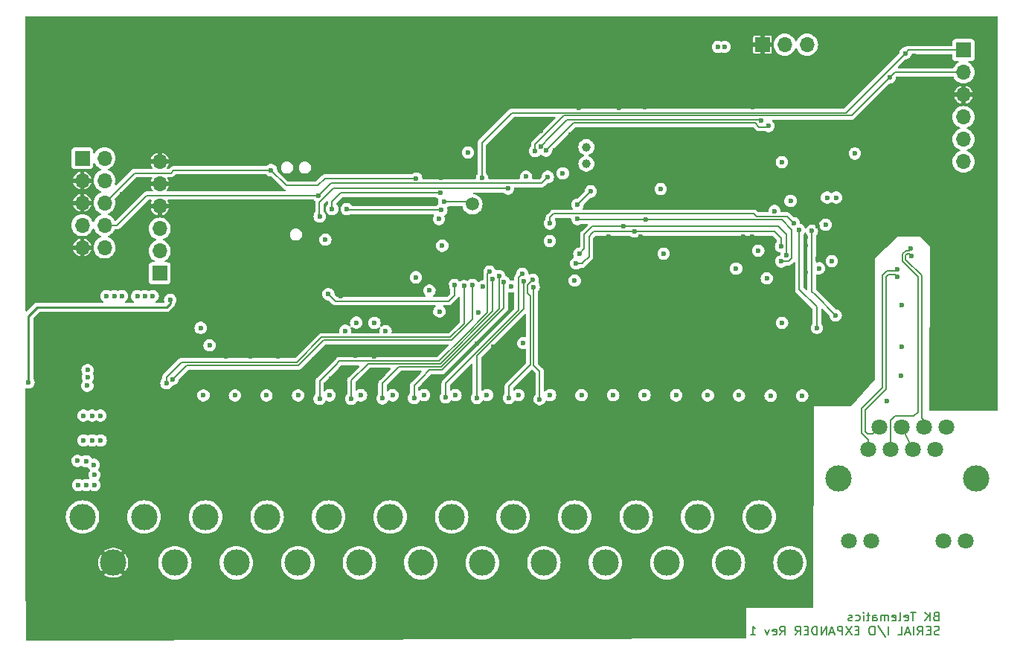
<source format=gbr>
%TF.GenerationSoftware,KiCad,Pcbnew,7.0.6-rc1-28-g32930319ea*%
%TF.CreationDate,2023-06-30T09:32:51+03:00*%
%TF.ProjectId,serial_io_expander,73657269-616c-45f6-996f-5f657870616e,rev?*%
%TF.SameCoordinates,Original*%
%TF.FileFunction,Copper,L4,Bot*%
%TF.FilePolarity,Positive*%
%FSLAX46Y46*%
G04 Gerber Fmt 4.6, Leading zero omitted, Abs format (unit mm)*
G04 Created by KiCad (PCBNEW 7.0.6-rc1-28-g32930319ea) date 2023-06-30 09:32:51*
%MOMM*%
%LPD*%
G01*
G04 APERTURE LIST*
%ADD10C,0.200000*%
%TA.AperFunction,NonConductor*%
%ADD11C,0.200000*%
%TD*%
%TA.AperFunction,ComponentPad*%
%ADD12C,1.800000*%
%TD*%
%TA.AperFunction,ComponentPad*%
%ADD13C,3.000000*%
%TD*%
%TA.AperFunction,ComponentPad*%
%ADD14R,1.700000X1.700000*%
%TD*%
%TA.AperFunction,ComponentPad*%
%ADD15O,1.700000X1.700000*%
%TD*%
%TA.AperFunction,ComponentPad*%
%ADD16C,1.000000*%
%TD*%
%TA.AperFunction,SMDPad,CuDef*%
%ADD17C,1.500000*%
%TD*%
%TA.AperFunction,ViaPad*%
%ADD18C,0.600000*%
%TD*%
%TA.AperFunction,Conductor*%
%ADD19C,0.254000*%
%TD*%
%TA.AperFunction,Conductor*%
%ADD20C,0.150000*%
%TD*%
%TA.AperFunction,Conductor*%
%ADD21C,0.200000*%
%TD*%
G04 APERTURE END LIST*
D10*
D11*
X170426993Y-139393409D02*
X170284136Y-139441028D01*
X170284136Y-139441028D02*
X170236517Y-139488647D01*
X170236517Y-139488647D02*
X170188898Y-139583885D01*
X170188898Y-139583885D02*
X170188898Y-139726742D01*
X170188898Y-139726742D02*
X170236517Y-139821980D01*
X170236517Y-139821980D02*
X170284136Y-139869600D01*
X170284136Y-139869600D02*
X170379374Y-139917219D01*
X170379374Y-139917219D02*
X170760326Y-139917219D01*
X170760326Y-139917219D02*
X170760326Y-138917219D01*
X170760326Y-138917219D02*
X170426993Y-138917219D01*
X170426993Y-138917219D02*
X170331755Y-138964838D01*
X170331755Y-138964838D02*
X170284136Y-139012457D01*
X170284136Y-139012457D02*
X170236517Y-139107695D01*
X170236517Y-139107695D02*
X170236517Y-139202933D01*
X170236517Y-139202933D02*
X170284136Y-139298171D01*
X170284136Y-139298171D02*
X170331755Y-139345790D01*
X170331755Y-139345790D02*
X170426993Y-139393409D01*
X170426993Y-139393409D02*
X170760326Y-139393409D01*
X169760326Y-139917219D02*
X169760326Y-138917219D01*
X169188898Y-139917219D02*
X169617469Y-139345790D01*
X169188898Y-138917219D02*
X169760326Y-139488647D01*
X168141278Y-138917219D02*
X167569850Y-138917219D01*
X167855564Y-139917219D02*
X167855564Y-138917219D01*
X166855564Y-139869600D02*
X166950802Y-139917219D01*
X166950802Y-139917219D02*
X167141278Y-139917219D01*
X167141278Y-139917219D02*
X167236516Y-139869600D01*
X167236516Y-139869600D02*
X167284135Y-139774361D01*
X167284135Y-139774361D02*
X167284135Y-139393409D01*
X167284135Y-139393409D02*
X167236516Y-139298171D01*
X167236516Y-139298171D02*
X167141278Y-139250552D01*
X167141278Y-139250552D02*
X166950802Y-139250552D01*
X166950802Y-139250552D02*
X166855564Y-139298171D01*
X166855564Y-139298171D02*
X166807945Y-139393409D01*
X166807945Y-139393409D02*
X166807945Y-139488647D01*
X166807945Y-139488647D02*
X167284135Y-139583885D01*
X166236516Y-139917219D02*
X166331754Y-139869600D01*
X166331754Y-139869600D02*
X166379373Y-139774361D01*
X166379373Y-139774361D02*
X166379373Y-138917219D01*
X165474611Y-139869600D02*
X165569849Y-139917219D01*
X165569849Y-139917219D02*
X165760325Y-139917219D01*
X165760325Y-139917219D02*
X165855563Y-139869600D01*
X165855563Y-139869600D02*
X165903182Y-139774361D01*
X165903182Y-139774361D02*
X165903182Y-139393409D01*
X165903182Y-139393409D02*
X165855563Y-139298171D01*
X165855563Y-139298171D02*
X165760325Y-139250552D01*
X165760325Y-139250552D02*
X165569849Y-139250552D01*
X165569849Y-139250552D02*
X165474611Y-139298171D01*
X165474611Y-139298171D02*
X165426992Y-139393409D01*
X165426992Y-139393409D02*
X165426992Y-139488647D01*
X165426992Y-139488647D02*
X165903182Y-139583885D01*
X164998420Y-139917219D02*
X164998420Y-139250552D01*
X164998420Y-139345790D02*
X164950801Y-139298171D01*
X164950801Y-139298171D02*
X164855563Y-139250552D01*
X164855563Y-139250552D02*
X164712706Y-139250552D01*
X164712706Y-139250552D02*
X164617468Y-139298171D01*
X164617468Y-139298171D02*
X164569849Y-139393409D01*
X164569849Y-139393409D02*
X164569849Y-139917219D01*
X164569849Y-139393409D02*
X164522230Y-139298171D01*
X164522230Y-139298171D02*
X164426992Y-139250552D01*
X164426992Y-139250552D02*
X164284135Y-139250552D01*
X164284135Y-139250552D02*
X164188896Y-139298171D01*
X164188896Y-139298171D02*
X164141277Y-139393409D01*
X164141277Y-139393409D02*
X164141277Y-139917219D01*
X163236516Y-139917219D02*
X163236516Y-139393409D01*
X163236516Y-139393409D02*
X163284135Y-139298171D01*
X163284135Y-139298171D02*
X163379373Y-139250552D01*
X163379373Y-139250552D02*
X163569849Y-139250552D01*
X163569849Y-139250552D02*
X163665087Y-139298171D01*
X163236516Y-139869600D02*
X163331754Y-139917219D01*
X163331754Y-139917219D02*
X163569849Y-139917219D01*
X163569849Y-139917219D02*
X163665087Y-139869600D01*
X163665087Y-139869600D02*
X163712706Y-139774361D01*
X163712706Y-139774361D02*
X163712706Y-139679123D01*
X163712706Y-139679123D02*
X163665087Y-139583885D01*
X163665087Y-139583885D02*
X163569849Y-139536266D01*
X163569849Y-139536266D02*
X163331754Y-139536266D01*
X163331754Y-139536266D02*
X163236516Y-139488647D01*
X162903182Y-139250552D02*
X162522230Y-139250552D01*
X162760325Y-138917219D02*
X162760325Y-139774361D01*
X162760325Y-139774361D02*
X162712706Y-139869600D01*
X162712706Y-139869600D02*
X162617468Y-139917219D01*
X162617468Y-139917219D02*
X162522230Y-139917219D01*
X162188896Y-139917219D02*
X162188896Y-139250552D01*
X162188896Y-138917219D02*
X162236515Y-138964838D01*
X162236515Y-138964838D02*
X162188896Y-139012457D01*
X162188896Y-139012457D02*
X162141277Y-138964838D01*
X162141277Y-138964838D02*
X162188896Y-138917219D01*
X162188896Y-138917219D02*
X162188896Y-139012457D01*
X161284135Y-139869600D02*
X161379373Y-139917219D01*
X161379373Y-139917219D02*
X161569849Y-139917219D01*
X161569849Y-139917219D02*
X161665087Y-139869600D01*
X161665087Y-139869600D02*
X161712706Y-139821980D01*
X161712706Y-139821980D02*
X161760325Y-139726742D01*
X161760325Y-139726742D02*
X161760325Y-139441028D01*
X161760325Y-139441028D02*
X161712706Y-139345790D01*
X161712706Y-139345790D02*
X161665087Y-139298171D01*
X161665087Y-139298171D02*
X161569849Y-139250552D01*
X161569849Y-139250552D02*
X161379373Y-139250552D01*
X161379373Y-139250552D02*
X161284135Y-139298171D01*
X160903182Y-139869600D02*
X160807944Y-139917219D01*
X160807944Y-139917219D02*
X160617468Y-139917219D01*
X160617468Y-139917219D02*
X160522230Y-139869600D01*
X160522230Y-139869600D02*
X160474611Y-139774361D01*
X160474611Y-139774361D02*
X160474611Y-139726742D01*
X160474611Y-139726742D02*
X160522230Y-139631504D01*
X160522230Y-139631504D02*
X160617468Y-139583885D01*
X160617468Y-139583885D02*
X160760325Y-139583885D01*
X160760325Y-139583885D02*
X160855563Y-139536266D01*
X160855563Y-139536266D02*
X160903182Y-139441028D01*
X160903182Y-139441028D02*
X160903182Y-139393409D01*
X160903182Y-139393409D02*
X160855563Y-139298171D01*
X160855563Y-139298171D02*
X160760325Y-139250552D01*
X160760325Y-139250552D02*
X160617468Y-139250552D01*
X160617468Y-139250552D02*
X160522230Y-139298171D01*
X170807945Y-141479600D02*
X170665088Y-141527219D01*
X170665088Y-141527219D02*
X170426993Y-141527219D01*
X170426993Y-141527219D02*
X170331755Y-141479600D01*
X170331755Y-141479600D02*
X170284136Y-141431980D01*
X170284136Y-141431980D02*
X170236517Y-141336742D01*
X170236517Y-141336742D02*
X170236517Y-141241504D01*
X170236517Y-141241504D02*
X170284136Y-141146266D01*
X170284136Y-141146266D02*
X170331755Y-141098647D01*
X170331755Y-141098647D02*
X170426993Y-141051028D01*
X170426993Y-141051028D02*
X170617469Y-141003409D01*
X170617469Y-141003409D02*
X170712707Y-140955790D01*
X170712707Y-140955790D02*
X170760326Y-140908171D01*
X170760326Y-140908171D02*
X170807945Y-140812933D01*
X170807945Y-140812933D02*
X170807945Y-140717695D01*
X170807945Y-140717695D02*
X170760326Y-140622457D01*
X170760326Y-140622457D02*
X170712707Y-140574838D01*
X170712707Y-140574838D02*
X170617469Y-140527219D01*
X170617469Y-140527219D02*
X170379374Y-140527219D01*
X170379374Y-140527219D02*
X170236517Y-140574838D01*
X169807945Y-141003409D02*
X169474612Y-141003409D01*
X169331755Y-141527219D02*
X169807945Y-141527219D01*
X169807945Y-141527219D02*
X169807945Y-140527219D01*
X169807945Y-140527219D02*
X169331755Y-140527219D01*
X168331755Y-141527219D02*
X168665088Y-141051028D01*
X168903183Y-141527219D02*
X168903183Y-140527219D01*
X168903183Y-140527219D02*
X168522231Y-140527219D01*
X168522231Y-140527219D02*
X168426993Y-140574838D01*
X168426993Y-140574838D02*
X168379374Y-140622457D01*
X168379374Y-140622457D02*
X168331755Y-140717695D01*
X168331755Y-140717695D02*
X168331755Y-140860552D01*
X168331755Y-140860552D02*
X168379374Y-140955790D01*
X168379374Y-140955790D02*
X168426993Y-141003409D01*
X168426993Y-141003409D02*
X168522231Y-141051028D01*
X168522231Y-141051028D02*
X168903183Y-141051028D01*
X167903183Y-141527219D02*
X167903183Y-140527219D01*
X167474612Y-141241504D02*
X166998422Y-141241504D01*
X167569850Y-141527219D02*
X167236517Y-140527219D01*
X167236517Y-140527219D02*
X166903184Y-141527219D01*
X166093660Y-141527219D02*
X166569850Y-141527219D01*
X166569850Y-141527219D02*
X166569850Y-140527219D01*
X164998421Y-141527219D02*
X164998421Y-140527219D01*
X163807946Y-140479600D02*
X164665088Y-141765314D01*
X163284136Y-140527219D02*
X163093660Y-140527219D01*
X163093660Y-140527219D02*
X162998422Y-140574838D01*
X162998422Y-140574838D02*
X162903184Y-140670076D01*
X162903184Y-140670076D02*
X162855565Y-140860552D01*
X162855565Y-140860552D02*
X162855565Y-141193885D01*
X162855565Y-141193885D02*
X162903184Y-141384361D01*
X162903184Y-141384361D02*
X162998422Y-141479600D01*
X162998422Y-141479600D02*
X163093660Y-141527219D01*
X163093660Y-141527219D02*
X163284136Y-141527219D01*
X163284136Y-141527219D02*
X163379374Y-141479600D01*
X163379374Y-141479600D02*
X163474612Y-141384361D01*
X163474612Y-141384361D02*
X163522231Y-141193885D01*
X163522231Y-141193885D02*
X163522231Y-140860552D01*
X163522231Y-140860552D02*
X163474612Y-140670076D01*
X163474612Y-140670076D02*
X163379374Y-140574838D01*
X163379374Y-140574838D02*
X163284136Y-140527219D01*
X161665088Y-141003409D02*
X161331755Y-141003409D01*
X161188898Y-141527219D02*
X161665088Y-141527219D01*
X161665088Y-141527219D02*
X161665088Y-140527219D01*
X161665088Y-140527219D02*
X161188898Y-140527219D01*
X160855564Y-140527219D02*
X160188898Y-141527219D01*
X160188898Y-140527219D02*
X160855564Y-141527219D01*
X159807945Y-141527219D02*
X159807945Y-140527219D01*
X159807945Y-140527219D02*
X159426993Y-140527219D01*
X159426993Y-140527219D02*
X159331755Y-140574838D01*
X159331755Y-140574838D02*
X159284136Y-140622457D01*
X159284136Y-140622457D02*
X159236517Y-140717695D01*
X159236517Y-140717695D02*
X159236517Y-140860552D01*
X159236517Y-140860552D02*
X159284136Y-140955790D01*
X159284136Y-140955790D02*
X159331755Y-141003409D01*
X159331755Y-141003409D02*
X159426993Y-141051028D01*
X159426993Y-141051028D02*
X159807945Y-141051028D01*
X158855564Y-141241504D02*
X158379374Y-141241504D01*
X158950802Y-141527219D02*
X158617469Y-140527219D01*
X158617469Y-140527219D02*
X158284136Y-141527219D01*
X157950802Y-141527219D02*
X157950802Y-140527219D01*
X157950802Y-140527219D02*
X157379374Y-141527219D01*
X157379374Y-141527219D02*
X157379374Y-140527219D01*
X156903183Y-141527219D02*
X156903183Y-140527219D01*
X156903183Y-140527219D02*
X156665088Y-140527219D01*
X156665088Y-140527219D02*
X156522231Y-140574838D01*
X156522231Y-140574838D02*
X156426993Y-140670076D01*
X156426993Y-140670076D02*
X156379374Y-140765314D01*
X156379374Y-140765314D02*
X156331755Y-140955790D01*
X156331755Y-140955790D02*
X156331755Y-141098647D01*
X156331755Y-141098647D02*
X156379374Y-141289123D01*
X156379374Y-141289123D02*
X156426993Y-141384361D01*
X156426993Y-141384361D02*
X156522231Y-141479600D01*
X156522231Y-141479600D02*
X156665088Y-141527219D01*
X156665088Y-141527219D02*
X156903183Y-141527219D01*
X155903183Y-141003409D02*
X155569850Y-141003409D01*
X155426993Y-141527219D02*
X155903183Y-141527219D01*
X155903183Y-141527219D02*
X155903183Y-140527219D01*
X155903183Y-140527219D02*
X155426993Y-140527219D01*
X154426993Y-141527219D02*
X154760326Y-141051028D01*
X154998421Y-141527219D02*
X154998421Y-140527219D01*
X154998421Y-140527219D02*
X154617469Y-140527219D01*
X154617469Y-140527219D02*
X154522231Y-140574838D01*
X154522231Y-140574838D02*
X154474612Y-140622457D01*
X154474612Y-140622457D02*
X154426993Y-140717695D01*
X154426993Y-140717695D02*
X154426993Y-140860552D01*
X154426993Y-140860552D02*
X154474612Y-140955790D01*
X154474612Y-140955790D02*
X154522231Y-141003409D01*
X154522231Y-141003409D02*
X154617469Y-141051028D01*
X154617469Y-141051028D02*
X154998421Y-141051028D01*
X152665088Y-141527219D02*
X152998421Y-141051028D01*
X153236516Y-141527219D02*
X153236516Y-140527219D01*
X153236516Y-140527219D02*
X152855564Y-140527219D01*
X152855564Y-140527219D02*
X152760326Y-140574838D01*
X152760326Y-140574838D02*
X152712707Y-140622457D01*
X152712707Y-140622457D02*
X152665088Y-140717695D01*
X152665088Y-140717695D02*
X152665088Y-140860552D01*
X152665088Y-140860552D02*
X152712707Y-140955790D01*
X152712707Y-140955790D02*
X152760326Y-141003409D01*
X152760326Y-141003409D02*
X152855564Y-141051028D01*
X152855564Y-141051028D02*
X153236516Y-141051028D01*
X151855564Y-141479600D02*
X151950802Y-141527219D01*
X151950802Y-141527219D02*
X152141278Y-141527219D01*
X152141278Y-141527219D02*
X152236516Y-141479600D01*
X152236516Y-141479600D02*
X152284135Y-141384361D01*
X152284135Y-141384361D02*
X152284135Y-141003409D01*
X152284135Y-141003409D02*
X152236516Y-140908171D01*
X152236516Y-140908171D02*
X152141278Y-140860552D01*
X152141278Y-140860552D02*
X151950802Y-140860552D01*
X151950802Y-140860552D02*
X151855564Y-140908171D01*
X151855564Y-140908171D02*
X151807945Y-141003409D01*
X151807945Y-141003409D02*
X151807945Y-141098647D01*
X151807945Y-141098647D02*
X152284135Y-141193885D01*
X151474611Y-140860552D02*
X151236516Y-141527219D01*
X151236516Y-141527219D02*
X150998421Y-140860552D01*
X149331754Y-141527219D02*
X149903182Y-141527219D01*
X149617468Y-141527219D02*
X149617468Y-140527219D01*
X149617468Y-140527219D02*
X149712706Y-140670076D01*
X149712706Y-140670076D02*
X149807944Y-140765314D01*
X149807944Y-140765314D02*
X149903182Y-140812933D01*
D12*
%TO.P,J5,1,TD+*%
%TO.N,/Ethernet/TX_P*%
X162730000Y-120450000D03*
%TO.P,J5,2,TD-*%
%TO.N,/Ethernet/TX_N*%
X164000000Y-117910000D03*
%TO.P,J5,3,RD+*%
%TO.N,/Ethernet/RX_P*%
X165270000Y-120450000D03*
%TO.P,J5,4,CT*%
%TO.N,/Ethernet/+W6100_3V3_A*%
X166540000Y-117910000D03*
%TO.P,J5,5,CT*%
X167810000Y-120450000D03*
%TO.P,J5,6,RD-*%
%TO.N,/Ethernet/RX_N*%
X169080000Y-117910000D03*
%TO.P,J5,7,NC*%
%TO.N,unconnected-(J5-NC-Pad7)*%
X170350000Y-120450000D03*
D13*
%TO.P,J5,8,SHIELD*%
%TO.N,Net-(J5-SHIELD)*%
X159325000Y-123750000D03*
D12*
X171620000Y-117910000D03*
D13*
X175025000Y-123750000D03*
D12*
%TO.P,J5,9*%
%TO.N,+3.3V*%
X160500000Y-130860000D03*
%TO.P,J5,10*%
%TO.N,Net-(J5-Pad10)*%
X163040000Y-130860000D03*
%TO.P,J5,11*%
%TO.N,+3.3V*%
X171310000Y-130860000D03*
%TO.P,J5,12*%
%TO.N,Net-(J5-Pad12)*%
X173850000Y-130860000D03*
%TD*%
D14*
%TO.P,J4,1,Pin_1*%
%TO.N,+3.3V*%
X82100000Y-100360000D03*
D15*
%TO.P,J4,2,Pin_2*%
X82100000Y-97820000D03*
%TO.P,J4,3,Pin_3*%
X82100000Y-95280000D03*
%TO.P,J4,4,Pin_4*%
%TO.N,GND*%
X82100000Y-92740000D03*
%TO.P,J4,5,Pin_5*%
X82100000Y-90200000D03*
%TO.P,J4,6,Pin_6*%
X82100000Y-87660000D03*
%TD*%
D13*
%TO.P,J1,1,Pin_1*%
%TO.N,/digital_inputs/IN20*%
X153825000Y-133300000D03*
%TO.P,J1,2,Pin_2*%
%TO.N,/digital_inputs/IN19*%
X150325000Y-128100000D03*
%TO.P,J1,3,Pin_3*%
%TO.N,/digital_inputs/IN18*%
X146825000Y-133300000D03*
%TO.P,J1,4,Pin_4*%
%TO.N,/digital_inputs/IN17*%
X143325000Y-128100000D03*
%TO.P,J1,5,Pin_5*%
%TO.N,/digital_inputs/IN16*%
X139825000Y-133300000D03*
%TO.P,J1,6,Pin_6*%
%TO.N,/digital_inputs/IN15*%
X136325000Y-128100000D03*
%TO.P,J1,7,Pin_7*%
%TO.N,/digital_inputs/IN14*%
X132825000Y-133300000D03*
%TO.P,J1,8,Pin_8*%
%TO.N,/digital_inputs/IN13*%
X129325000Y-128100000D03*
%TO.P,J1,9,Pin_9*%
%TO.N,/digital_inputs/IN12*%
X125825000Y-133300000D03*
%TO.P,J1,10,Pin_10*%
%TO.N,/digital_inputs/IN11*%
X122325000Y-128100000D03*
%TO.P,J1,11,Pin_11*%
%TO.N,/digital_inputs/IN10*%
X118825000Y-133300000D03*
%TO.P,J1,12,Pin_12*%
%TO.N,/digital_inputs/IN9*%
X115325000Y-128100000D03*
%TO.P,J1,13,Pin_13*%
%TO.N,/digital_inputs/IN8*%
X111825000Y-133300000D03*
%TO.P,J1,14,Pin_14*%
%TO.N,/digital_inputs/IN7*%
X108325000Y-128100000D03*
%TO.P,J1,15,Pin_15*%
%TO.N,/digital_inputs/IN6*%
X104825000Y-133300000D03*
%TO.P,J1,16,Pin_16*%
%TO.N,/digital_inputs/IN5*%
X101325000Y-128100000D03*
%TO.P,J1,17,Pin_17*%
%TO.N,/digital_inputs/IN4*%
X97825000Y-133300000D03*
%TO.P,J1,18,Pin_18*%
%TO.N,/digital_inputs/IN3*%
X94325000Y-128100000D03*
%TO.P,J1,19,Pin_19*%
%TO.N,/digital_inputs/IN2*%
X90825000Y-133300000D03*
%TO.P,J1,20,Pin_20*%
%TO.N,/digital_inputs/IN1*%
X87325000Y-128100000D03*
%TO.P,J1,21,Pin_21*%
%TO.N,/SERIAL_TX*%
X83825000Y-133300000D03*
%TO.P,J1,22,Pin_22*%
%TO.N,/SERIAL_RX*%
X80325000Y-128100000D03*
%TO.P,J1,23,Pin_23*%
%TO.N,GND*%
X76825000Y-133300000D03*
%TO.P,J1,24,Pin_24*%
%TO.N,/+PWR*%
X73325000Y-128100000D03*
%TD*%
D14*
%TO.P,J6,1,VTref*%
%TO.N,+3.3V*%
X73285000Y-87270000D03*
D15*
%TO.P,J6,2,SWDIO/TMS*%
%TO.N,/mcu/SWDIO{slash}TMS*%
X75825000Y-87270000D03*
%TO.P,J6,3,GND*%
%TO.N,GND*%
X73285000Y-89810000D03*
%TO.P,J6,4,SWDCLK/TCK*%
%TO.N,/mcu/SWCLK{slash}TCK*%
X75825000Y-89810000D03*
%TO.P,J6,5,GND*%
%TO.N,GND*%
X73285000Y-92350000D03*
%TO.P,J6,6,SWO/TDO*%
%TO.N,/mcu/SWO{slash}TDO*%
X75825000Y-92350000D03*
%TO.P,J6,7,KEY*%
%TO.N,unconnected-(J6-KEY-Pad7)*%
X73285000Y-94890000D03*
%TO.P,J6,8,NC/TDI*%
%TO.N,/mcu/TDI*%
X75825000Y-94890000D03*
%TO.P,J6,9,GNDDetect*%
%TO.N,GND*%
X73285000Y-97430000D03*
%TO.P,J6,10,~{RESET}*%
%TO.N,/mcu/RESET*%
X75825000Y-97430000D03*
%TD*%
D16*
%TO.P,Y1,1,1*%
%TO.N,/mcu/XOUT32*%
X130650000Y-87900000D03*
%TO.P,Y1,2,2*%
%TO.N,/mcu/XIN32*%
X130650000Y-86000000D03*
%TD*%
D14*
%TO.P,J2,1,Pin_1*%
%TO.N,GND*%
X150700000Y-74350000D03*
D15*
%TO.P,J2,2,Pin_2*%
%TO.N,/mcu/DEBUG_RX*%
X153240000Y-74350000D03*
%TO.P,J2,3,Pin_3*%
%TO.N,/mcu/DEBUG_TX*%
X155780000Y-74350000D03*
%TD*%
D14*
%TO.P,J3,1,Pin_1*%
%TO.N,/mcu/TWI_SDA*%
X173570000Y-74960000D03*
D15*
%TO.P,J3,2,Pin_2*%
%TO.N,/mcu/TWI_SCL*%
X173570000Y-77500000D03*
%TO.P,J3,3,Pin_3*%
%TO.N,GND*%
X173570000Y-80040000D03*
%TO.P,J3,4,Pin_4*%
%TO.N,unconnected-(J3-Pin_4-Pad4)*%
X173570000Y-82580000D03*
%TO.P,J3,5,Pin_5*%
%TO.N,unconnected-(J3-Pin_5-Pad5)*%
X173570000Y-85120000D03*
%TO.P,J3,6,Pin_6*%
%TO.N,unconnected-(J3-Pin_6-Pad6)*%
X173570000Y-87660000D03*
%TD*%
D17*
%TO.P,TP1,1,1*%
%TO.N,/mcu/ERASE*%
X117690000Y-92510000D03*
%TD*%
D18*
%TO.N,GND*%
X91705000Y-100010000D03*
X136380000Y-101110000D03*
X129930000Y-116335000D03*
X67380000Y-79635000D03*
X82455000Y-141460000D03*
X101005000Y-98660000D03*
X83805000Y-109235000D03*
X119175000Y-118900000D03*
X147105000Y-109060000D03*
X67380000Y-74635000D03*
X67555000Y-138285000D03*
X129180000Y-85860000D03*
X99905000Y-141435000D03*
X97330000Y-71835000D03*
X159690000Y-86850000D03*
X126325000Y-120550000D03*
X161800000Y-101040000D03*
X143405000Y-88160000D03*
X144180000Y-116335000D03*
X88980000Y-90385000D03*
X104905000Y-141435000D03*
X133500000Y-118900000D03*
X152430000Y-112310000D03*
X153130000Y-86660000D03*
X113455000Y-112335000D03*
X95380000Y-93785000D03*
X115905000Y-96435000D03*
X174980000Y-71835000D03*
X167480000Y-71835000D03*
X90230000Y-75910000D03*
X127980000Y-112360000D03*
X177130000Y-80160000D03*
X69830000Y-71835000D03*
X101250000Y-120525000D03*
X84905000Y-141435000D03*
X127080000Y-86385000D03*
X67380000Y-87135000D03*
X114830000Y-101890000D03*
X92105000Y-95460000D03*
X81780000Y-137035000D03*
X111730000Y-137010000D03*
X126350000Y-118975000D03*
X129230000Y-102510000D03*
X125480000Y-84210000D03*
X177130000Y-100160000D03*
X78940000Y-113490000D03*
X122750000Y-118950000D03*
X92105000Y-102385000D03*
X122800000Y-120525000D03*
X92055000Y-87785000D03*
X149630000Y-84160000D03*
X117405000Y-141435000D03*
X160430000Y-107060000D03*
X112405000Y-141435000D03*
X105805000Y-112385000D03*
X71580000Y-81385000D03*
X124405000Y-96635000D03*
X158140000Y-88520000D03*
X67555000Y-123285000D03*
X166440000Y-111990000D03*
X128630000Y-107610000D03*
X79200000Y-116725000D03*
X130305000Y-104435000D03*
X101205000Y-104685000D03*
X83220000Y-106810000D03*
X165830000Y-95500000D03*
X110060000Y-105870000D03*
X171330000Y-93635000D03*
X77455000Y-141460000D03*
X134780000Y-71810000D03*
X177130000Y-75160000D03*
X107940000Y-101120000D03*
X156960000Y-95050000D03*
X82450000Y-116900000D03*
X155630000Y-97235000D03*
X119230000Y-78560000D03*
X138530000Y-111960000D03*
X138505000Y-88060000D03*
X103870000Y-78030000D03*
X114905000Y-141435000D03*
X138730000Y-103760000D03*
X104830000Y-116260000D03*
X67380000Y-72135000D03*
X144440000Y-77350000D03*
X157480000Y-71835000D03*
X132280000Y-71810000D03*
X104425000Y-109775000D03*
X156570000Y-88460000D03*
X144780000Y-71810000D03*
X173930000Y-104260000D03*
X94100000Y-119000000D03*
X144830000Y-103860000D03*
X129780000Y-71810000D03*
X141530000Y-98260000D03*
X151425000Y-118900000D03*
X100255000Y-83510000D03*
X115600000Y-120500000D03*
X119905000Y-141435000D03*
X117155000Y-100435000D03*
X103250000Y-108825000D03*
X69990000Y-116770000D03*
X127000000Y-80720000D03*
X77020000Y-80690000D03*
X99320000Y-92430000D03*
X173490000Y-98110000D03*
X110630000Y-82810000D03*
X121730000Y-137010000D03*
X107205000Y-87410000D03*
X124905000Y-141435000D03*
X95555000Y-109835000D03*
X136280000Y-110960000D03*
X89905000Y-141435000D03*
X68730000Y-116780000D03*
X94830000Y-71835000D03*
X109905000Y-141435000D03*
X127755000Y-103585000D03*
X74955000Y-141460000D03*
X114000000Y-99240000D03*
X133980000Y-105610000D03*
X150030000Y-106985000D03*
X83805000Y-99685000D03*
X162530000Y-92720000D03*
X126730000Y-137010000D03*
X67380000Y-82135000D03*
X104830000Y-71835000D03*
X143555000Y-109110000D03*
X86880000Y-116310000D03*
X69970000Y-119270000D03*
X162955000Y-109635000D03*
X152800000Y-100330000D03*
X140080000Y-75860000D03*
X143005000Y-84310000D03*
X112025000Y-118850000D03*
X132280000Y-86935000D03*
X108425000Y-120525000D03*
X147280000Y-71810000D03*
X149780000Y-103510000D03*
X95055000Y-105885000D03*
X124480000Y-75510000D03*
X157455000Y-79210000D03*
X119230000Y-116335000D03*
X94055000Y-116310000D03*
X114105000Y-89485000D03*
X156990000Y-98740000D03*
X143180000Y-81310000D03*
X72455000Y-141460000D03*
X125455000Y-108610000D03*
X67555000Y-128285000D03*
X136930000Y-137035000D03*
X149348750Y-100421250D03*
X137280000Y-71810000D03*
X114780000Y-71810000D03*
X128830000Y-84610000D03*
X115600000Y-118975000D03*
X78000000Y-107820000D03*
X102580000Y-75860000D03*
X136830000Y-96235000D03*
X90500000Y-118975000D03*
X127080000Y-105160000D03*
X135105000Y-141460000D03*
X134040000Y-92590000D03*
X115580000Y-116310000D03*
X67555000Y-135785000D03*
X86925000Y-118975000D03*
X102855000Y-101560000D03*
X155030000Y-116310000D03*
X92330000Y-71835000D03*
X145255000Y-112460000D03*
X144380000Y-106410000D03*
X77855000Y-91410000D03*
X92880000Y-101310000D03*
X142605000Y-141460000D03*
X110955000Y-99060000D03*
X115330000Y-75910000D03*
X129900000Y-120550000D03*
X140280000Y-110560000D03*
X95980000Y-83535000D03*
X109580000Y-84935000D03*
X96730000Y-137010000D03*
X87555000Y-97210000D03*
X90480000Y-116335000D03*
X117730000Y-98385000D03*
X132605000Y-141460000D03*
X83980000Y-84510000D03*
X158755000Y-111860000D03*
X147605000Y-141460000D03*
X142280000Y-71810000D03*
X134955000Y-88085000D03*
X160505000Y-111410000D03*
X159180000Y-102510000D03*
X67380000Y-94635000D03*
X152105000Y-76210000D03*
X106480000Y-97660000D03*
X79830000Y-71835000D03*
X129925000Y-118950000D03*
X136955000Y-84085000D03*
X91400000Y-78040000D03*
X71300000Y-111250000D03*
X151940000Y-103490000D03*
X75280000Y-82710000D03*
X177130000Y-97660000D03*
X150900000Y-91270000D03*
X137075000Y-120500000D03*
X126155000Y-90885000D03*
X89830000Y-71835000D03*
X118170000Y-108370000D03*
X124905000Y-94585000D03*
X124780000Y-71810000D03*
X67380000Y-97135000D03*
X139780000Y-71810000D03*
X67380000Y-99635000D03*
X104825000Y-120550000D03*
X177130000Y-102660000D03*
X164980000Y-71835000D03*
X160805000Y-114085000D03*
X130830000Y-108860000D03*
X162480000Y-71835000D03*
X151930000Y-137035000D03*
X67555000Y-133285000D03*
X83705000Y-96535000D03*
X139430000Y-137035000D03*
X82330000Y-71835000D03*
X167080000Y-91160000D03*
X112005000Y-116310000D03*
X87105000Y-95410000D03*
X126230000Y-98110000D03*
X95555000Y-112460000D03*
X104230000Y-137010000D03*
X71530000Y-78830000D03*
X86900000Y-120450000D03*
X159230000Y-104135000D03*
X98130000Y-112435000D03*
X158755000Y-84085000D03*
X134355000Y-81560000D03*
X137080000Y-116335000D03*
X74830000Y-71835000D03*
X78980000Y-78070000D03*
X105230000Y-96360000D03*
X177130000Y-90160000D03*
X144080000Y-97160000D03*
X69955000Y-141460000D03*
X157150000Y-96470000D03*
X177130000Y-92660000D03*
X145705000Y-81385000D03*
X97650000Y-120475000D03*
X97405000Y-141435000D03*
X114590000Y-80810000D03*
X93630000Y-79560000D03*
X176930000Y-72535000D03*
X144430000Y-137035000D03*
X165430000Y-79085000D03*
X119780000Y-71810000D03*
X78940000Y-111630000D03*
X118930000Y-82510000D03*
X114055000Y-96135000D03*
X81420000Y-107840000D03*
X107330000Y-71835000D03*
X86780000Y-137035000D03*
X101730000Y-137010000D03*
X139890000Y-80660000D03*
X165280000Y-84285000D03*
X98530000Y-107310000D03*
X76860000Y-107800000D03*
X89420000Y-80680000D03*
X114605000Y-82710000D03*
X140675000Y-120475000D03*
X109230000Y-137010000D03*
X149505000Y-96185000D03*
X87330000Y-71835000D03*
X159655000Y-88535000D03*
X107675000Y-108925000D03*
X141780000Y-92710000D03*
X119175000Y-120575000D03*
X152580000Y-83410000D03*
X131530000Y-99385000D03*
X101250000Y-118950000D03*
X156436102Y-92153898D03*
X77780000Y-75910000D03*
X125130000Y-92360000D03*
X106550000Y-109825000D03*
X162880000Y-102035000D03*
X130830000Y-75760000D03*
X166530000Y-104010000D03*
X169980000Y-71835000D03*
X148180000Y-75235000D03*
X157020000Y-97740000D03*
X119855000Y-112260000D03*
X101230000Y-116260000D03*
X174055000Y-108560000D03*
X126620000Y-92180000D03*
X67380000Y-84635000D03*
X81030000Y-82060000D03*
X99805000Y-96535000D03*
X153855000Y-110210000D03*
X148630000Y-78760000D03*
X139630000Y-106910000D03*
X78660000Y-108950000D03*
X86505000Y-93060000D03*
X83890000Y-78890000D03*
X67380000Y-77135000D03*
X67380000Y-92135000D03*
X93955000Y-97685000D03*
X107405000Y-141435000D03*
X92405000Y-141435000D03*
X94230000Y-137010000D03*
X119230000Y-137010000D03*
X171870000Y-111080000D03*
X126330000Y-116310000D03*
X109705000Y-112335000D03*
X133755000Y-97560000D03*
X121780000Y-81160000D03*
X86180000Y-99060000D03*
X67555000Y-125785000D03*
X120005000Y-92435000D03*
X87405000Y-141435000D03*
X79360000Y-107840000D03*
X67380000Y-89635000D03*
X117230000Y-111610000D03*
X101430000Y-101760000D03*
X95055000Y-99985000D03*
X154300000Y-103630000D03*
X116730000Y-137010000D03*
X157130000Y-108035000D03*
X146580000Y-92760000D03*
X129730000Y-95210000D03*
X91780000Y-137035000D03*
X82670000Y-80720000D03*
X72280000Y-84510000D03*
X155000000Y-118925000D03*
X155640000Y-94750000D03*
X87955000Y-112210000D03*
X84830000Y-71835000D03*
X155580000Y-100230000D03*
X90380000Y-98310000D03*
X106880000Y-99335000D03*
X141780000Y-90660000D03*
X112000000Y-120550000D03*
X96005000Y-101385000D03*
X144250000Y-118975000D03*
X129830000Y-81560000D03*
X151430000Y-116335000D03*
X79780000Y-99510000D03*
X78930000Y-112480000D03*
X102730000Y-102960000D03*
X109830000Y-71835000D03*
X120155000Y-98560000D03*
X131730000Y-137010000D03*
X177130000Y-105160000D03*
X177130000Y-107660000D03*
X163030000Y-87520000D03*
X130105000Y-141460000D03*
X127605000Y-141460000D03*
X89680000Y-109835000D03*
X90780000Y-84560000D03*
X143930000Y-100560000D03*
X174480000Y-113810000D03*
X149430000Y-137035000D03*
X168950000Y-90990000D03*
X101955000Y-87135000D03*
X133060000Y-84240000D03*
X99660000Y-89580000D03*
X145755000Y-76510000D03*
X149705000Y-108510000D03*
X149400000Y-92440000D03*
X148480000Y-96235000D03*
X146930000Y-137035000D03*
X172480000Y-71835000D03*
X123805000Y-90835000D03*
X112280000Y-71810000D03*
X92480000Y-109835000D03*
X167980000Y-75585000D03*
X140605000Y-116335000D03*
X112010000Y-105490000D03*
X124680000Y-84460000D03*
X101605000Y-112385000D03*
X97680000Y-116310000D03*
X141290000Y-96530000D03*
X68540000Y-119250000D03*
X102405000Y-141435000D03*
X177130000Y-87660000D03*
X118805000Y-94585000D03*
X134230000Y-137010000D03*
X162880000Y-105460000D03*
X135480000Y-103210000D03*
X109190000Y-78980000D03*
X141930000Y-137035000D03*
X77330000Y-71835000D03*
X80390000Y-107830000D03*
X115705000Y-94610000D03*
X99480000Y-101935000D03*
X134830000Y-112210000D03*
X107890000Y-94170000D03*
X113380000Y-85385000D03*
X88680000Y-102060000D03*
X70220000Y-80770000D03*
X172555000Y-96935000D03*
X147825000Y-118900000D03*
X67555000Y-130785000D03*
X152105000Y-79785000D03*
X170080000Y-103010000D03*
X99830000Y-71835000D03*
X148705000Y-112010000D03*
X142280000Y-112010000D03*
X99655000Y-110135000D03*
X153920000Y-100420000D03*
X124230000Y-137010000D03*
X169830000Y-90035000D03*
X144250000Y-120500000D03*
X68990000Y-111260000D03*
X133170000Y-96190000D03*
X115030000Y-104910000D03*
X128970000Y-78060000D03*
X122205000Y-94585000D03*
X155620000Y-96280000D03*
X124255000Y-112260000D03*
X90500000Y-120450000D03*
X152280000Y-71810000D03*
X177130000Y-110160000D03*
X140650000Y-118925000D03*
X164830000Y-87360000D03*
X84355000Y-81410000D03*
X133100000Y-89620000D03*
X173470000Y-100380000D03*
X96180000Y-95535000D03*
X132930000Y-80770000D03*
X177130000Y-95160000D03*
X94905000Y-141435000D03*
X170405000Y-83985000D03*
X93830000Y-104335000D03*
X172605000Y-101585000D03*
X170130000Y-109260000D03*
X95110000Y-80860000D03*
X133455000Y-116310000D03*
X177130000Y-112660000D03*
X127280000Y-71810000D03*
X102330000Y-71835000D03*
X71290000Y-116770000D03*
X147825000Y-120500000D03*
X121920000Y-108350000D03*
X120200000Y-80770000D03*
X145105000Y-141460000D03*
X117180000Y-83160000D03*
X122405000Y-141435000D03*
X137605000Y-141460000D03*
X117280000Y-71810000D03*
X121490000Y-78950000D03*
X161830000Y-103060000D03*
X137100000Y-118975000D03*
X134230000Y-78880000D03*
X151425000Y-120525000D03*
X142955000Y-76435000D03*
X126570000Y-101600000D03*
X140105000Y-141460000D03*
X121200000Y-89375000D03*
X91105000Y-107485000D03*
X96300000Y-79010000D03*
X108480000Y-116285000D03*
X72330000Y-71835000D03*
X177130000Y-82660000D03*
X89280000Y-137035000D03*
X120080000Y-108750000D03*
X105730000Y-81460000D03*
X177130000Y-77660000D03*
X94075000Y-120500000D03*
X161040000Y-100390000D03*
X137305000Y-81460000D03*
X158130000Y-74560000D03*
X78650000Y-109830000D03*
X147830000Y-116335000D03*
X133500000Y-120525000D03*
X124680000Y-98485000D03*
X108425000Y-118900000D03*
X92805000Y-81735000D03*
X177130000Y-85160000D03*
X104850000Y-118950000D03*
X106730000Y-137010000D03*
X98730000Y-100010000D03*
X114230000Y-137010000D03*
X160430000Y-109110000D03*
X159980000Y-71835000D03*
X154980000Y-71835000D03*
X71150000Y-119270000D03*
X116550000Y-78060000D03*
X157130000Y-110460000D03*
X112455000Y-88485000D03*
X97650000Y-118950000D03*
X97605000Y-104185000D03*
X122755000Y-116335000D03*
X146980000Y-88060000D03*
X122280000Y-71810000D03*
X75880000Y-107790000D03*
X132630000Y-111310000D03*
X104430000Y-84360000D03*
X166505000Y-108685000D03*
X84280000Y-137035000D03*
X158855000Y-87660000D03*
X149605000Y-81460000D03*
X149780000Y-71810000D03*
X79955000Y-141460000D03*
X91705000Y-103810000D03*
X99230000Y-137010000D03*
X150780000Y-88060000D03*
X129230000Y-137010000D03*
X107880000Y-97310000D03*
X155025000Y-120500000D03*
X67680000Y-141060000D03*
X101820000Y-80650500D03*
X141810000Y-78010000D03*
X158705000Y-106360000D03*
X136280000Y-108960000D03*
X116790000Y-89360000D03*
X107880000Y-80820000D03*
X126130000Y-100210000D03*
X91780000Y-112235000D03*
X158705000Y-109285000D03*
X74705000Y-99785000D03*
X78380000Y-87735000D03*
%TO.N,+3.3V*%
X67170000Y-112800000D03*
X114260000Y-97230000D03*
X139120000Y-90780000D03*
X147700000Y-99820000D03*
X80425000Y-102950000D03*
X145630000Y-74610000D03*
X79550000Y-102950000D03*
X81300000Y-102950000D03*
X103205000Y-106910000D03*
X127970000Y-88990000D03*
X76925000Y-102950000D03*
X100950000Y-96550000D03*
X151190000Y-100950000D03*
X107805000Y-106960000D03*
X113930000Y-104710000D03*
X118360000Y-104850000D03*
X152060000Y-93280000D03*
X76050000Y-102950000D03*
X139440000Y-98130000D03*
X77800000Y-102950000D03*
X152930000Y-106010000D03*
X152900000Y-87710000D03*
X106545000Y-106000000D03*
X146360000Y-74600000D03*
X117180000Y-86620000D03*
X83300000Y-103400000D03*
X111250000Y-100830000D03*
X129330000Y-101200000D03*
X104465000Y-105980000D03*
%TO.N,+VIN*%
X73430000Y-116560000D03*
X73890000Y-111390000D03*
X73870000Y-113160000D03*
X73910000Y-112220000D03*
X75360000Y-116560000D03*
X75380000Y-119380000D03*
X74395000Y-116560000D03*
X73730000Y-121760000D03*
X73730000Y-124460000D03*
X72730000Y-121710000D03*
X74680000Y-124460000D03*
X74680000Y-123310000D03*
X74415000Y-119380000D03*
X74580000Y-122160000D03*
X72830000Y-124460000D03*
X86760000Y-106580000D03*
X73450000Y-119380000D03*
%TO.N,/mcu/TWI_SDA*%
X166955000Y-75335000D03*
X118780000Y-89510000D03*
%TO.N,/mcu/TWI_SCL*%
X124830000Y-86460000D03*
X165155000Y-78085000D03*
%TO.N,/mcu/TDI*%
X100175000Y-91525000D03*
X126270000Y-89400000D03*
%TO.N,/mcu/SWO{slash}TDO*%
X111290000Y-89585500D03*
X94772710Y-88636528D03*
%TO.N,/mcu/SWDIO{slash}TMS*%
X114050000Y-91220000D03*
X101725000Y-93050000D03*
%TO.N,/mcu/SWCLK{slash}TCK*%
X114150000Y-93170000D03*
X103400000Y-93075000D03*
%TO.N,/mcu/RESET*%
X121750000Y-90725000D03*
X100300000Y-93900000D03*
%TO.N,/mcu/MCU_TX*%
X117710000Y-101720000D03*
X83580000Y-112420000D03*
%TO.N,/mcu/MCU_RX*%
X116720000Y-101820000D03*
X82870000Y-112850000D03*
%TO.N,/mcu/MCU Supply/+VDDPLL*%
X112800000Y-102330000D03*
X123490000Y-108310000D03*
%TO.N,/mcu/MCU Supply/+VDDCORE*%
X113875000Y-94200000D03*
X123800000Y-89375000D03*
X118900000Y-101850000D03*
X122100000Y-101875000D03*
X126500000Y-96700000D03*
%TO.N,/mcu/ERASE*%
X114470000Y-92210000D03*
%TO.N,/mcu/DEBUG_TX*%
X126034587Y-86414170D03*
X151380000Y-83610000D03*
%TO.N,/mcu/DEBUG_RX*%
X150530000Y-83010000D03*
X125480000Y-85910000D03*
%TO.N,/digital_inputs/input1/PULLUP*%
X155220000Y-114290000D03*
X115760000Y-114230000D03*
X148020000Y-114270000D03*
X112170000Y-114230000D03*
X144480000Y-114270000D03*
X126520000Y-114230000D03*
X87080000Y-114260000D03*
X133710000Y-114230000D03*
X140870000Y-114250000D03*
X122920000Y-114230000D03*
X130100000Y-114240000D03*
X105010000Y-114250000D03*
X151620000Y-114290000D03*
X119340000Y-114230000D03*
X101440000Y-114250000D03*
X94250000Y-114270000D03*
X97850000Y-114260000D03*
X108610000Y-114250000D03*
X90660000Y-114270000D03*
X87770000Y-108560000D03*
X137280000Y-114230000D03*
%TO.N,/digital_inputs/COLLECTOR9*%
X114650000Y-114500000D03*
X123370000Y-100410000D03*
%TO.N,/digital_inputs/COLLECTOR8*%
X111050000Y-114550000D03*
X121280000Y-101340000D03*
%TO.N,/digital_inputs/COLLECTOR7*%
X120710000Y-100670000D03*
X107450000Y-114600000D03*
%TO.N,/digital_inputs/COLLECTOR6*%
X103900000Y-114650000D03*
X119975000Y-101050000D03*
%TO.N,/digital_inputs/COLLECTOR5*%
X119630000Y-100185000D03*
X100300000Y-114650000D03*
%TO.N,/digital_inputs/COLLECTOR12*%
X125350000Y-114700000D03*
X124650000Y-101910000D03*
%TO.N,/digital_inputs/COLLECTOR11*%
X121830000Y-114550000D03*
X124550000Y-101090000D03*
%TO.N,/digital_inputs/COLLECTOR10*%
X123570000Y-101250000D03*
X118200000Y-114550000D03*
%TO.N,/VIN_MEAS*%
X115650000Y-101710000D03*
X101290000Y-102740000D03*
%TO.N,/Ethernet/WIZ_MOSI*%
X134855000Y-95000000D03*
X129850000Y-98150000D03*
X153401250Y-98303750D03*
%TO.N,/Ethernet/WIZ_MISO*%
X137405000Y-94250000D03*
X152831250Y-99013750D03*
X129620000Y-94200000D03*
%TO.N,/Ethernet/WIZ_DUPLEX_MODE*%
X131150000Y-91050000D03*
X129650000Y-92550000D03*
%TO.N,/Ethernet/WIZ_COL_DET*%
X154251250Y-94658750D03*
X126500000Y-94700000D03*
%TO.N,/Ethernet/WIZ_CLK*%
X152811250Y-97293750D03*
X129500000Y-99250000D03*
X136155000Y-95600000D03*
%TO.N,/Ethernet/TX_P*%
X166060000Y-99880000D03*
%TO.N,/Ethernet/TX_N*%
X166060000Y-100790000D03*
%TO.N,/Ethernet/RX_P*%
X167600000Y-97530000D03*
%TO.N,/Ethernet/RX_N*%
X167610000Y-98410000D03*
%TO.N,/Ethernet/ETH_LNK*%
X159026250Y-105158750D03*
X156320000Y-95540000D03*
%TO.N,/Ethernet/ETH_ACT*%
X154860000Y-95420000D03*
X156890000Y-106580000D03*
%TO.N,/Ethernet/+W6100_3V3_A*%
X157870000Y-94850000D03*
X164890000Y-114940000D03*
%TO.N,/Ethernet/+W6100_1V2_D*%
X159080000Y-91760000D03*
X150220000Y-97800000D03*
X153890000Y-92130000D03*
X158040000Y-91760000D03*
X157130000Y-99800000D03*
%TO.N,/Ethernet/+W6100_1V2_A*%
X161210000Y-86740000D03*
X158581250Y-98978750D03*
%TD*%
D19*
%TO.N,+3.3V*%
X68160000Y-104240000D02*
X67170000Y-105230000D01*
X83300000Y-103400000D02*
X83300000Y-103800000D01*
X82860000Y-104240000D02*
X68160000Y-104240000D01*
X83300000Y-103800000D02*
X82860000Y-104240000D01*
X67170000Y-112800000D02*
X67170000Y-105230000D01*
D20*
%TO.N,/mcu/TWI_SDA*%
X118780000Y-89510000D02*
X118780000Y-85510000D01*
X166955000Y-75335000D02*
X167330000Y-74960000D01*
X167330000Y-74960000D02*
X173570000Y-74960000D01*
X122180000Y-82110000D02*
X160180000Y-82110000D01*
X160180000Y-82110000D02*
X166955000Y-75335000D01*
X118780000Y-85510000D02*
X122180000Y-82110000D01*
%TO.N,/mcu/TWI_SCL*%
X165740000Y-77500000D02*
X165155000Y-78085000D01*
X124830000Y-85710000D02*
X128130000Y-82410000D01*
X160830000Y-82410000D02*
X165155000Y-78085000D01*
X173570000Y-77500000D02*
X165740000Y-77500000D01*
X124830000Y-86460000D02*
X124830000Y-85710000D01*
X128130000Y-82410000D02*
X160830000Y-82410000D01*
%TO.N,/mcu/TDI*%
X101565000Y-90110000D02*
X100150000Y-91525000D01*
X100175000Y-91525000D02*
X80625000Y-91525000D01*
X77260000Y-94890000D02*
X75825000Y-94890000D01*
X126270000Y-89400000D02*
X125560000Y-90110000D01*
X125560000Y-90110000D02*
X101565000Y-90110000D01*
X80625000Y-91525000D02*
X77260000Y-94890000D01*
%TO.N,/mcu/SWO{slash}TDO*%
X79217500Y-88957500D02*
X83367500Y-88957500D01*
X100914500Y-89585500D02*
X111290000Y-89585500D01*
X100105000Y-90395000D02*
X100914500Y-89585500D01*
X83685000Y-88640000D02*
X94770000Y-88640000D01*
X96525000Y-90395000D02*
X100105000Y-90395000D01*
X94770000Y-88640000D02*
X96525000Y-90395000D01*
X83367500Y-88957500D02*
X83685000Y-88640000D01*
X75825000Y-92350000D02*
X79217500Y-88957500D01*
%TO.N,/mcu/SWDIO{slash}TMS*%
X101725000Y-92200000D02*
X101725000Y-93050000D01*
X114050000Y-91220000D02*
X102705000Y-91220000D01*
X102705000Y-91220000D02*
X101725000Y-92200000D01*
%TO.N,/mcu/SWCLK{slash}TCK*%
X103380000Y-93170000D02*
X114150000Y-93170000D01*
%TO.N,/mcu/RESET*%
X101880000Y-90695000D02*
X100275000Y-92300000D01*
X121720000Y-90695000D02*
X101880000Y-90695000D01*
X100275000Y-92300000D02*
X100275000Y-93875000D01*
X121750000Y-90725000D02*
X121720000Y-90695000D01*
%TO.N,/mcu/MCU_TX*%
X115309264Y-107965000D02*
X117710000Y-105564264D01*
X85150000Y-110870000D02*
X97860000Y-110870000D01*
X83600000Y-112420000D02*
X85150000Y-110870000D01*
X97860000Y-110870000D02*
X100765000Y-107965000D01*
X83580000Y-112420000D02*
X83600000Y-112420000D01*
X100765000Y-107965000D02*
X115309264Y-107965000D01*
X117710000Y-105564264D02*
X117710000Y-101720000D01*
%TO.N,/mcu/MCU_RX*%
X116720000Y-106130000D02*
X115185000Y-107665000D01*
X100545000Y-107665000D02*
X97730000Y-110480000D01*
X115185000Y-107665000D02*
X100545000Y-107665000D01*
X116720000Y-101820000D02*
X116720000Y-106130000D01*
X97730000Y-110480000D02*
X84550000Y-110480000D01*
X82870000Y-112160000D02*
X82870000Y-112850000D01*
X84550000Y-110480000D02*
X82870000Y-112160000D01*
%TO.N,/mcu/ERASE*%
X117390000Y-92210000D02*
X117690000Y-92510000D01*
X114470000Y-92210000D02*
X117390000Y-92210000D01*
%TO.N,/mcu/DEBUG_TX*%
X127309379Y-85139379D02*
X129188758Y-83260000D01*
X151280000Y-83710000D02*
X151380000Y-83610000D01*
X126034587Y-86414170D02*
X127309379Y-85139379D01*
X129188758Y-83260000D02*
X139180000Y-83260000D01*
X145780000Y-83260000D02*
X149830000Y-83260000D01*
X150280000Y-83710000D02*
X151280000Y-83710000D01*
X149830000Y-83260000D02*
X150280000Y-83710000D01*
X139180000Y-83260000D02*
X145780000Y-83260000D01*
%TO.N,/mcu/DEBUG_RX*%
X150530000Y-83010000D02*
X150480000Y-82960000D01*
X125480000Y-85910000D02*
X126530000Y-84860000D01*
X126530000Y-84860000D02*
X128480000Y-82910000D01*
X128480000Y-82910000D02*
X150430000Y-82910000D01*
X150430000Y-82910000D02*
X150530000Y-83010000D01*
%TO.N,/digital_inputs/COLLECTOR9*%
X114650000Y-112900000D02*
X114650000Y-114500000D01*
X122943731Y-100836269D02*
X122943731Y-104606269D01*
X123370000Y-100410000D02*
X122943731Y-100836269D01*
X122943731Y-104606269D02*
X114650000Y-112900000D01*
%TO.N,/digital_inputs/COLLECTOR8*%
X121280000Y-101340000D02*
X121280000Y-103730000D01*
X111935000Y-112265000D02*
X112820000Y-111380000D01*
X111050000Y-113150000D02*
X111050000Y-114550000D01*
X114220000Y-111380000D02*
X121280000Y-104320000D01*
X121280000Y-104320000D02*
X121280000Y-103730000D01*
X111935000Y-112265000D02*
X111050000Y-113150000D01*
X112820000Y-111380000D02*
X114220000Y-111380000D01*
%TO.N,/digital_inputs/COLLECTOR7*%
X107450000Y-112900000D02*
X107450000Y-114600000D01*
X109350000Y-111000000D02*
X114098528Y-111000000D01*
X108815000Y-111535000D02*
X107450000Y-112900000D01*
X120710000Y-104388528D02*
X120710000Y-103080000D01*
X114098528Y-111000000D02*
X120710000Y-104388528D01*
X108815000Y-111535000D02*
X109350000Y-111000000D01*
X120710000Y-100670000D02*
X120710000Y-103080000D01*
%TO.N,/digital_inputs/COLLECTOR6*%
X119975000Y-104699264D02*
X114024264Y-110650000D01*
X114024264Y-110650000D02*
X105800000Y-110650000D01*
X103900000Y-112550000D02*
X103900000Y-114650000D01*
X105800000Y-110650000D02*
X103900000Y-112550000D01*
X119975000Y-101050000D02*
X119975000Y-104699264D01*
%TO.N,/digital_inputs/COLLECTOR5*%
X102075000Y-110850000D02*
X100300000Y-112625000D01*
X116660000Y-107590000D02*
X113900000Y-110350000D01*
X119630000Y-100185000D02*
X119425000Y-100390000D01*
X119425000Y-101225000D02*
X119425000Y-104825000D01*
X119425000Y-100390000D02*
X119425000Y-101225000D01*
X119425000Y-104825000D02*
X116660000Y-107590000D01*
X102575000Y-110350000D02*
X102075000Y-110850000D01*
X113900000Y-110350000D02*
X102575000Y-110350000D01*
X100300000Y-112625000D02*
X100300000Y-114650000D01*
%TO.N,/digital_inputs/COLLECTOR12*%
X125350000Y-111525000D02*
X124650000Y-110825000D01*
X125350000Y-114700000D02*
X125350000Y-111525000D01*
X124650000Y-110825000D02*
X124650000Y-101910000D01*
%TO.N,/digital_inputs/COLLECTOR11*%
X121830000Y-114550000D02*
X121830000Y-113250000D01*
X124300000Y-102990000D02*
X123930000Y-102620000D01*
X121830000Y-113250000D02*
X124300000Y-110780000D01*
X123930000Y-102620000D02*
X123930000Y-101732736D01*
X124300000Y-110780000D02*
X124300000Y-102990000D01*
X124550000Y-101112736D02*
X124550000Y-101090000D01*
X123930000Y-101732736D02*
X124550000Y-101112736D01*
%TO.N,/digital_inputs/COLLECTOR10*%
X118200000Y-109774264D02*
X123570000Y-104404264D01*
X123570000Y-104404264D02*
X123570000Y-101250000D01*
X118200000Y-114550000D02*
X118200000Y-109774264D01*
%TO.N,/VIN_MEAS*%
X102080000Y-103530000D02*
X101290000Y-102740000D01*
X115640000Y-102850000D02*
X114960000Y-103530000D01*
X115650000Y-101710000D02*
X115640000Y-101720000D01*
X115640000Y-101720000D02*
X115640000Y-102850000D01*
X114960000Y-103530000D02*
X102080000Y-103530000D01*
%TO.N,/Ethernet/WIZ_MOSI*%
X153401250Y-95908750D02*
X152931250Y-95438750D01*
X134215000Y-95000000D02*
X152492500Y-95000000D01*
X129850000Y-98150000D02*
X130430000Y-97570000D01*
X134215000Y-95000000D02*
X131380000Y-95000000D01*
X131330000Y-95050000D02*
X130430000Y-95950000D01*
X152492500Y-95000000D02*
X152931250Y-95438750D01*
X153401250Y-98303750D02*
X153401250Y-95908750D01*
X131380000Y-95000000D02*
X131330000Y-95050000D01*
X130430000Y-97570000D02*
X130430000Y-97240000D01*
X130430000Y-95950000D02*
X130430000Y-97240000D01*
%TO.N,/Ethernet/WIZ_MISO*%
X153646250Y-99013750D02*
X152831250Y-99013750D01*
X129670000Y-94250000D02*
X136765000Y-94250000D01*
X129620000Y-94200000D02*
X129670000Y-94250000D01*
X152892500Y-94250000D02*
X154051250Y-95408750D01*
X154051250Y-98608750D02*
X153646250Y-99013750D01*
X154051250Y-95408750D02*
X154051250Y-98608750D01*
X136765000Y-94250000D02*
X152892500Y-94250000D01*
%TO.N,/Ethernet/WIZ_DUPLEX_MODE*%
X131150000Y-91050000D02*
X129650000Y-92550000D01*
%TO.N,/Ethernet/WIZ_COL_DET*%
X126500000Y-94030000D02*
X126930000Y-93600000D01*
X153501250Y-93908750D02*
X154251250Y-94658750D01*
X126500000Y-94700000D02*
X126500000Y-94030000D01*
X153501250Y-93908750D02*
X150018750Y-93908750D01*
X126930000Y-93600000D02*
X149710000Y-93600000D01*
X150018750Y-93908750D02*
X149710000Y-93600000D01*
%TO.N,/Ethernet/WIZ_CLK*%
X130950000Y-98470000D02*
X130335000Y-99085000D01*
X135515000Y-95600000D02*
X131530000Y-95600000D01*
X152811250Y-96368750D02*
X152811250Y-97293750D01*
X152701250Y-96258750D02*
X152811250Y-96368750D01*
X130170000Y-99250000D02*
X129500000Y-99250000D01*
X152376250Y-95933750D02*
X152701250Y-96258750D01*
X131240000Y-95890000D02*
X130950000Y-96180000D01*
X130170000Y-99250000D02*
X130950000Y-98470000D01*
X131530000Y-95600000D02*
X131240000Y-95890000D01*
X135515000Y-95600000D02*
X152042500Y-95600000D01*
X130950000Y-96180000D02*
X130950000Y-98100000D01*
X130335000Y-99085000D02*
X130200000Y-99220000D01*
X130335000Y-99085000D02*
X130170000Y-99250000D01*
X130950000Y-98100000D02*
X130950000Y-98470000D01*
X152042500Y-95600000D02*
X152376250Y-95933750D01*
%TO.N,/Ethernet/TX_P*%
X162730000Y-119300000D02*
X161970000Y-118540000D01*
X165820000Y-100120000D02*
X166060000Y-99880000D01*
X161970000Y-118540000D02*
X161970000Y-115777156D01*
X164817156Y-100120000D02*
X165820000Y-100120000D01*
X164370000Y-113377156D02*
X164370000Y-100567156D01*
X162730000Y-120450000D02*
X162730000Y-119300000D01*
X161970000Y-115777156D02*
X164370000Y-113377156D01*
X164370000Y-100567156D02*
X164817156Y-100120000D01*
%TO.N,/Ethernet/TX_N*%
X164770000Y-113542844D02*
X164770000Y-100732844D01*
X164000000Y-117910000D02*
X163240000Y-118670000D01*
X163240000Y-118670000D02*
X162670000Y-118670000D01*
X164982844Y-100520000D02*
X165790000Y-100520000D01*
X164770000Y-100732844D02*
X164982844Y-100520000D01*
X162370000Y-115942844D02*
X164770000Y-113542844D01*
X162670000Y-118670000D02*
X162370000Y-118370000D01*
X165790000Y-100520000D02*
X166060000Y-100790000D01*
X162370000Y-118370000D02*
X162370000Y-115942844D01*
%TO.N,/Ethernet/RX_P*%
X166607964Y-98171415D02*
X166607964Y-98960808D01*
X167600000Y-97530000D02*
X167365000Y-97765000D01*
X168423306Y-116146694D02*
X167940000Y-116630000D01*
X168423306Y-100776150D02*
X168423306Y-116146694D01*
X166607964Y-98960808D02*
X168423306Y-100776150D01*
X167940000Y-116630000D02*
X165770000Y-116630000D01*
X165770000Y-116630000D02*
X165270000Y-117130000D01*
X167365000Y-97765000D02*
X167014379Y-97765000D01*
X167014379Y-97765000D02*
X166607964Y-98171415D01*
X165270000Y-117130000D02*
X165270000Y-120450000D01*
%TO.N,/Ethernet/RX_N*%
X167365000Y-98165000D02*
X167180067Y-98165000D01*
X168823306Y-116813306D02*
X169080000Y-117070000D01*
X169080000Y-117070000D02*
X169080000Y-117910000D01*
X168823306Y-100610462D02*
X168823306Y-116813306D01*
X167007964Y-98337291D02*
X167007964Y-98795120D01*
X167610000Y-98410000D02*
X167365000Y-98165000D01*
X167007964Y-98795120D02*
X168823306Y-100610462D01*
X167007870Y-98337197D02*
X167007964Y-98337291D01*
X167180067Y-98165000D02*
X167007870Y-98337197D01*
D21*
%TO.N,/Ethernet/ETH_LNK*%
X159026250Y-105158750D02*
X156693750Y-102826250D01*
X156320000Y-95540000D02*
X156320000Y-102452500D01*
X156320000Y-102452500D02*
X156693750Y-102826250D01*
%TO.N,/Ethernet/ETH_ACT*%
X154901250Y-95461250D02*
X154860000Y-95420000D01*
X154901250Y-102211250D02*
X154901250Y-95461250D01*
X156880000Y-106580000D02*
X156880000Y-104190000D01*
X156880000Y-104190000D02*
X154901250Y-102211250D01*
%TO.N,/Ethernet/+W6100_3V3_A*%
X166540000Y-117910000D02*
X167810000Y-120450000D01*
%TD*%
%TA.AperFunction,Conductor*%
%TO.N,GND*%
G36*
X155644199Y-95745155D02*
G01*
X155658101Y-95770154D01*
X155695182Y-95867930D01*
X155791817Y-96007929D01*
X155791820Y-96007932D01*
X155794603Y-96011073D01*
X155819038Y-96067167D01*
X155819500Y-96076722D01*
X155819500Y-102182678D01*
X155800593Y-102240869D01*
X155751093Y-102276833D01*
X155689907Y-102276833D01*
X155650496Y-102252682D01*
X155430746Y-102032932D01*
X155402969Y-101978415D01*
X155401750Y-101962928D01*
X155401750Y-95899122D01*
X155419274Y-95842884D01*
X155484063Y-95749023D01*
X155532677Y-95711876D01*
X155593845Y-95710398D01*
X155644199Y-95745155D01*
G37*
%TD.AperFunction*%
%TA.AperFunction,Conductor*%
G36*
X81220007Y-89451907D02*
G01*
X81255971Y-89501407D01*
X81255971Y-89562593D01*
X81238345Y-89594804D01*
X81222731Y-89613830D01*
X81222724Y-89613839D01*
X81125234Y-89796232D01*
X81125232Y-89796237D01*
X81078588Y-89949999D01*
X81078589Y-89950000D01*
X81666314Y-89950000D01*
X81640507Y-89990156D01*
X81600000Y-90128111D01*
X81600000Y-90271889D01*
X81640507Y-90409844D01*
X81666314Y-90450000D01*
X81078589Y-90450000D01*
X81125232Y-90603762D01*
X81125234Y-90603767D01*
X81222724Y-90786160D01*
X81222731Y-90786170D01*
X81306050Y-90887695D01*
X81328350Y-90944672D01*
X81312901Y-91003875D01*
X81265604Y-91042690D01*
X81229522Y-91049500D01*
X80686771Y-91049500D01*
X80665727Y-91047237D01*
X80659271Y-91045833D01*
X80659270Y-91045833D01*
X80609763Y-91049374D01*
X80606230Y-91049500D01*
X80590980Y-91049500D01*
X80575896Y-91051668D01*
X80572387Y-91052046D01*
X80522889Y-91055587D01*
X80522883Y-91055588D01*
X80516690Y-91057898D01*
X80496202Y-91063127D01*
X80489665Y-91064067D01*
X80489654Y-91064070D01*
X80444524Y-91084680D01*
X80441260Y-91086032D01*
X80394771Y-91103371D01*
X80389479Y-91107333D01*
X80371294Y-91118123D01*
X80365282Y-91120869D01*
X80327790Y-91153355D01*
X80325042Y-91155570D01*
X80312819Y-91164721D01*
X80302033Y-91175506D01*
X80299450Y-91177910D01*
X80261943Y-91210412D01*
X80258375Y-91215965D01*
X80245097Y-91232442D01*
X77108460Y-94369080D01*
X77053943Y-94396857D01*
X76993511Y-94387286D01*
X76950246Y-94344021D01*
X76948731Y-94340914D01*
X76912104Y-94262366D01*
X76912103Y-94262364D01*
X76890892Y-94232072D01*
X76794499Y-94094407D01*
X76786601Y-94083127D01*
X76786600Y-94083126D01*
X76786598Y-94083123D01*
X76631877Y-93928402D01*
X76631873Y-93928399D01*
X76631872Y-93928398D01*
X76532435Y-93858772D01*
X76452639Y-93802898D01*
X76254330Y-93710425D01*
X76254325Y-93710423D01*
X76252827Y-93709725D01*
X76208079Y-93667996D01*
X76196404Y-93607935D01*
X76222262Y-93552482D01*
X76252827Y-93530275D01*
X76254325Y-93529576D01*
X76254330Y-93529575D01*
X76452639Y-93437102D01*
X76631877Y-93311598D01*
X76786598Y-93156877D01*
X76912102Y-92977639D01*
X77004575Y-92779330D01*
X77061207Y-92567977D01*
X77061473Y-92564943D01*
X77080277Y-92350003D01*
X77080277Y-92349996D01*
X77061208Y-92132030D01*
X77061207Y-92132027D01*
X77061207Y-92132023D01*
X77004575Y-91920670D01*
X77004574Y-91920669D01*
X77003456Y-91916494D01*
X77005146Y-91916041D01*
X77003257Y-91861747D01*
X77028413Y-91819044D01*
X79385462Y-89461996D01*
X79439980Y-89434219D01*
X79455467Y-89433000D01*
X81161816Y-89433000D01*
X81220007Y-89451907D01*
G37*
%TD.AperFunction*%
%TA.AperFunction,Conductor*%
G36*
X94277637Y-89134407D02*
G01*
X94285095Y-89140397D01*
X94371858Y-89217262D01*
X94522485Y-89296318D01*
X94687654Y-89337028D01*
X94753561Y-89337028D01*
X94811752Y-89355935D01*
X94823565Y-89366024D01*
X96145096Y-90687555D01*
X96158376Y-90704036D01*
X96161944Y-90709588D01*
X96161944Y-90709589D01*
X96183628Y-90728377D01*
X96199453Y-90742090D01*
X96202032Y-90744491D01*
X96212820Y-90755279D01*
X96225065Y-90764445D01*
X96227768Y-90766624D01*
X96265282Y-90799130D01*
X96271292Y-90801875D01*
X96289481Y-90812667D01*
X96294774Y-90816629D01*
X96341272Y-90833971D01*
X96344517Y-90835315D01*
X96370541Y-90847200D01*
X96396099Y-90858873D01*
X96395395Y-90860413D01*
X96438731Y-90890044D01*
X96459294Y-90947671D01*
X96442057Y-91006378D01*
X96393605Y-91043742D01*
X96360334Y-91049500D01*
X82970478Y-91049500D01*
X82912287Y-91030593D01*
X82876323Y-90981093D01*
X82876323Y-90919907D01*
X82893950Y-90887695D01*
X82977268Y-90786170D01*
X82977275Y-90786160D01*
X83074765Y-90603767D01*
X83074767Y-90603762D01*
X83121411Y-90450000D01*
X82533686Y-90450000D01*
X82559493Y-90409844D01*
X82600000Y-90271889D01*
X82600000Y-90128111D01*
X82559493Y-89990156D01*
X82533686Y-89950000D01*
X83121411Y-89950000D01*
X83121411Y-89949999D01*
X83074767Y-89796237D01*
X83074765Y-89796232D01*
X82977275Y-89613839D01*
X82977268Y-89613830D01*
X82961655Y-89594804D01*
X82939356Y-89537827D01*
X82954805Y-89478624D01*
X83002103Y-89439809D01*
X83038184Y-89433000D01*
X83305729Y-89433000D01*
X83326772Y-89435262D01*
X83333229Y-89436667D01*
X83375333Y-89433655D01*
X83382734Y-89433126D01*
X83386267Y-89433000D01*
X83401509Y-89433000D01*
X83401511Y-89433000D01*
X83416619Y-89430827D01*
X83420114Y-89430451D01*
X83469615Y-89426911D01*
X83475795Y-89424605D01*
X83496303Y-89419370D01*
X83502842Y-89418431D01*
X83547978Y-89397817D01*
X83551223Y-89396472D01*
X83597726Y-89379129D01*
X83603010Y-89375172D01*
X83621213Y-89364372D01*
X83627218Y-89361630D01*
X83664724Y-89329129D01*
X83667449Y-89326933D01*
X83679680Y-89317779D01*
X83690492Y-89306965D01*
X83693029Y-89304603D01*
X83730555Y-89272089D01*
X83734123Y-89266535D01*
X83747408Y-89250050D01*
X83852963Y-89144496D01*
X83907479Y-89116719D01*
X83922966Y-89115500D01*
X94219446Y-89115500D01*
X94277637Y-89134407D01*
G37*
%TD.AperFunction*%
%TA.AperFunction,Conductor*%
G36*
X172278692Y-75454407D02*
G01*
X172314656Y-75503907D01*
X172319501Y-75534500D01*
X172319501Y-75841523D01*
X172334352Y-75935299D01*
X172334354Y-75935304D01*
X172391950Y-76048342D01*
X172481658Y-76138050D01*
X172594696Y-76195646D01*
X172688481Y-76210500D01*
X172929847Y-76210499D01*
X172988035Y-76229406D01*
X173023999Y-76278906D01*
X173024000Y-76340091D01*
X172988036Y-76389591D01*
X172971686Y-76399223D01*
X172942364Y-76412896D01*
X172763127Y-76538398D01*
X172608398Y-76693127D01*
X172482897Y-76872363D01*
X172438610Y-76967339D01*
X172396882Y-77012087D01*
X172348885Y-77024500D01*
X166176967Y-77024500D01*
X166118776Y-77005593D01*
X166082812Y-76956093D01*
X166082812Y-76894907D01*
X166106963Y-76855496D01*
X166897963Y-76064496D01*
X166952480Y-76036719D01*
X166967967Y-76035500D01*
X167040053Y-76035500D01*
X167040056Y-76035500D01*
X167205225Y-75994790D01*
X167355852Y-75915734D01*
X167483183Y-75802929D01*
X167579818Y-75662930D01*
X167640140Y-75503872D01*
X167640140Y-75503868D01*
X167641837Y-75499395D01*
X167680150Y-75451690D01*
X167734404Y-75435500D01*
X172220501Y-75435500D01*
X172278692Y-75454407D01*
G37*
%TD.AperFunction*%
%TA.AperFunction,Conductor*%
G36*
X177458691Y-71119407D02*
G01*
X177494655Y-71168907D01*
X177499500Y-71199500D01*
X177499500Y-115886213D01*
X177480593Y-115944404D01*
X177431093Y-115980368D01*
X177400703Y-115985213D01*
X169812550Y-116000740D01*
X169754320Y-115981952D01*
X169718255Y-115932525D01*
X169713348Y-115901391D01*
X169780000Y-97260000D01*
X168680000Y-96160000D01*
X168679999Y-96160000D01*
X166130000Y-96160000D01*
X163480000Y-98659999D01*
X163480000Y-112373026D01*
X163461093Y-112431217D01*
X163455763Y-112437922D01*
X160823055Y-115470909D01*
X160770632Y-115502460D01*
X160747817Y-115505012D01*
X156579999Y-115484999D01*
X156579999Y-115485000D01*
X156450388Y-138318281D01*
X156431151Y-138376363D01*
X156381448Y-138412046D01*
X156351390Y-138416719D01*
X148836148Y-138416719D01*
X148836148Y-138416720D01*
X148836148Y-141832469D01*
X148817241Y-141890660D01*
X148767741Y-141926624D01*
X148737424Y-141931469D01*
X70617150Y-142149500D01*
X66953846Y-142149500D01*
X66895655Y-142130593D01*
X66859691Y-142081093D01*
X66854846Y-142050639D01*
X66842543Y-133300002D01*
X75120233Y-133300002D01*
X75139273Y-133554076D01*
X75139275Y-133554086D01*
X75195970Y-133802487D01*
X75195970Y-133802489D01*
X75289055Y-134039664D01*
X75289064Y-134039683D01*
X75416451Y-134260322D01*
X75416461Y-134260337D01*
X75458452Y-134312992D01*
X76203374Y-133568069D01*
X76265406Y-133686260D01*
X76374104Y-133808956D01*
X76509008Y-133902073D01*
X76557927Y-133920625D01*
X75811815Y-134666737D01*
X75972624Y-134776375D01*
X76202176Y-134886922D01*
X76445649Y-134962023D01*
X76445659Y-134962025D01*
X76697599Y-134999999D01*
X76697608Y-135000000D01*
X76952392Y-135000000D01*
X76952400Y-134999999D01*
X77204340Y-134962025D01*
X77204350Y-134962023D01*
X77447823Y-134886921D01*
X77677381Y-134776373D01*
X77838184Y-134666738D01*
X77838184Y-134666737D01*
X77092072Y-133920625D01*
X77140992Y-133902073D01*
X77275896Y-133808956D01*
X77384594Y-133686260D01*
X77446624Y-133568070D01*
X78191546Y-134312992D01*
X78233543Y-134260330D01*
X78233549Y-134260321D01*
X78360935Y-134039683D01*
X78360944Y-134039664D01*
X78454029Y-133802489D01*
X78454029Y-133802487D01*
X78510724Y-133554086D01*
X78510726Y-133554076D01*
X78529767Y-133300002D01*
X78529767Y-133299999D01*
X81919645Y-133299999D01*
X81939038Y-133571154D01*
X81939038Y-133571157D01*
X81939039Y-133571160D01*
X81964077Y-133686260D01*
X81996826Y-133836805D01*
X82091828Y-134091514D01*
X82091832Y-134091522D01*
X82222106Y-134330102D01*
X82222109Y-134330106D01*
X82222113Y-134330113D01*
X82385029Y-134547742D01*
X82577258Y-134739971D01*
X82794887Y-134902887D01*
X82794894Y-134902891D01*
X82794897Y-134902893D01*
X83033477Y-135033167D01*
X83033485Y-135033171D01*
X83033487Y-135033172D01*
X83288199Y-135128175D01*
X83553840Y-135185961D01*
X83825000Y-135205355D01*
X84096160Y-135185961D01*
X84361801Y-135128175D01*
X84616513Y-135033172D01*
X84855113Y-134902887D01*
X85072742Y-134739971D01*
X85264971Y-134547742D01*
X85427887Y-134330113D01*
X85558172Y-134091513D01*
X85653175Y-133836801D01*
X85710961Y-133571160D01*
X85730355Y-133300000D01*
X85730355Y-133299999D01*
X88919645Y-133299999D01*
X88939038Y-133571154D01*
X88939038Y-133571157D01*
X88939039Y-133571160D01*
X88964077Y-133686260D01*
X88996826Y-133836805D01*
X89091828Y-134091514D01*
X89091832Y-134091522D01*
X89222106Y-134330102D01*
X89222109Y-134330106D01*
X89222113Y-134330113D01*
X89385029Y-134547742D01*
X89577258Y-134739971D01*
X89794887Y-134902887D01*
X89794894Y-134902891D01*
X89794897Y-134902893D01*
X90033477Y-135033167D01*
X90033485Y-135033171D01*
X90033487Y-135033172D01*
X90288199Y-135128175D01*
X90553840Y-135185961D01*
X90825000Y-135205355D01*
X91096160Y-135185961D01*
X91361801Y-135128175D01*
X91616513Y-135033172D01*
X91855113Y-134902887D01*
X92072742Y-134739971D01*
X92264971Y-134547742D01*
X92427887Y-134330113D01*
X92558172Y-134091513D01*
X92653175Y-133836801D01*
X92710961Y-133571160D01*
X92730355Y-133300000D01*
X95919645Y-133300000D01*
X95939038Y-133571154D01*
X95939038Y-133571157D01*
X95939039Y-133571160D01*
X95964077Y-133686260D01*
X95996826Y-133836805D01*
X96091828Y-134091514D01*
X96091832Y-134091522D01*
X96222106Y-134330102D01*
X96222109Y-134330106D01*
X96222113Y-134330113D01*
X96385029Y-134547742D01*
X96577258Y-134739971D01*
X96794887Y-134902887D01*
X96794894Y-134902891D01*
X96794897Y-134902893D01*
X97033477Y-135033167D01*
X97033485Y-135033171D01*
X97033487Y-135033172D01*
X97288199Y-135128175D01*
X97553840Y-135185961D01*
X97825000Y-135205355D01*
X98096160Y-135185961D01*
X98361801Y-135128175D01*
X98616513Y-135033172D01*
X98855113Y-134902887D01*
X99072742Y-134739971D01*
X99264971Y-134547742D01*
X99427887Y-134330113D01*
X99558172Y-134091513D01*
X99653175Y-133836801D01*
X99710961Y-133571160D01*
X99730355Y-133300000D01*
X99730355Y-133299999D01*
X102919645Y-133299999D01*
X102939038Y-133571154D01*
X102939038Y-133571157D01*
X102939039Y-133571160D01*
X102964077Y-133686260D01*
X102996826Y-133836805D01*
X103091828Y-134091514D01*
X103091832Y-134091522D01*
X103222106Y-134330102D01*
X103222109Y-134330106D01*
X103222113Y-134330113D01*
X103385029Y-134547742D01*
X103577258Y-134739971D01*
X103794887Y-134902887D01*
X103794894Y-134902891D01*
X103794897Y-134902893D01*
X104033477Y-135033167D01*
X104033485Y-135033171D01*
X104033487Y-135033172D01*
X104288199Y-135128175D01*
X104553840Y-135185961D01*
X104825000Y-135205355D01*
X105096160Y-135185961D01*
X105361801Y-135128175D01*
X105616513Y-135033172D01*
X105855113Y-134902887D01*
X106072742Y-134739971D01*
X106264971Y-134547742D01*
X106427887Y-134330113D01*
X106558172Y-134091513D01*
X106653175Y-133836801D01*
X106710961Y-133571160D01*
X106730355Y-133300000D01*
X106730355Y-133299999D01*
X109919645Y-133299999D01*
X109939038Y-133571154D01*
X109939038Y-133571157D01*
X109939039Y-133571160D01*
X109964077Y-133686260D01*
X109996826Y-133836805D01*
X110091828Y-134091514D01*
X110091832Y-134091522D01*
X110222106Y-134330102D01*
X110222109Y-134330106D01*
X110222113Y-134330113D01*
X110385029Y-134547742D01*
X110577258Y-134739971D01*
X110794887Y-134902887D01*
X110794894Y-134902891D01*
X110794897Y-134902893D01*
X111033477Y-135033167D01*
X111033485Y-135033171D01*
X111033487Y-135033172D01*
X111288199Y-135128175D01*
X111553840Y-135185961D01*
X111825000Y-135205355D01*
X112096160Y-135185961D01*
X112361801Y-135128175D01*
X112616513Y-135033172D01*
X112855113Y-134902887D01*
X113072742Y-134739971D01*
X113264971Y-134547742D01*
X113427887Y-134330113D01*
X113558172Y-134091513D01*
X113653175Y-133836801D01*
X113710961Y-133571160D01*
X113730355Y-133300000D01*
X113730355Y-133299999D01*
X116919645Y-133299999D01*
X116939038Y-133571154D01*
X116939038Y-133571157D01*
X116939039Y-133571160D01*
X116964077Y-133686260D01*
X116996826Y-133836805D01*
X117091828Y-134091514D01*
X117091832Y-134091522D01*
X117222106Y-134330102D01*
X117222109Y-134330106D01*
X117222113Y-134330113D01*
X117385029Y-134547742D01*
X117577258Y-134739971D01*
X117794887Y-134902887D01*
X117794894Y-134902891D01*
X117794897Y-134902893D01*
X118033477Y-135033167D01*
X118033485Y-135033171D01*
X118033487Y-135033172D01*
X118288199Y-135128175D01*
X118553840Y-135185961D01*
X118825000Y-135205355D01*
X119096160Y-135185961D01*
X119361801Y-135128175D01*
X119616513Y-135033172D01*
X119855113Y-134902887D01*
X120072742Y-134739971D01*
X120264971Y-134547742D01*
X120427887Y-134330113D01*
X120558172Y-134091513D01*
X120653175Y-133836801D01*
X120710961Y-133571160D01*
X120730355Y-133300000D01*
X123919645Y-133300000D01*
X123939038Y-133571154D01*
X123939038Y-133571157D01*
X123939039Y-133571160D01*
X123964077Y-133686260D01*
X123996826Y-133836805D01*
X124091828Y-134091514D01*
X124091832Y-134091522D01*
X124222106Y-134330102D01*
X124222109Y-134330106D01*
X124222113Y-134330113D01*
X124385029Y-134547742D01*
X124577258Y-134739971D01*
X124794887Y-134902887D01*
X124794894Y-134902891D01*
X124794897Y-134902893D01*
X125033477Y-135033167D01*
X125033485Y-135033171D01*
X125033487Y-135033172D01*
X125288199Y-135128175D01*
X125553840Y-135185961D01*
X125825000Y-135205355D01*
X126096160Y-135185961D01*
X126361801Y-135128175D01*
X126616513Y-135033172D01*
X126855113Y-134902887D01*
X127072742Y-134739971D01*
X127264971Y-134547742D01*
X127427887Y-134330113D01*
X127558172Y-134091513D01*
X127653175Y-133836801D01*
X127710961Y-133571160D01*
X127730355Y-133300000D01*
X130919645Y-133300000D01*
X130939038Y-133571154D01*
X130939038Y-133571157D01*
X130939039Y-133571160D01*
X130964077Y-133686260D01*
X130996826Y-133836805D01*
X131091828Y-134091514D01*
X131091832Y-134091522D01*
X131222106Y-134330102D01*
X131222109Y-134330106D01*
X131222113Y-134330113D01*
X131385029Y-134547742D01*
X131577258Y-134739971D01*
X131794887Y-134902887D01*
X131794894Y-134902891D01*
X131794897Y-134902893D01*
X132033477Y-135033167D01*
X132033485Y-135033171D01*
X132033487Y-135033172D01*
X132288199Y-135128175D01*
X132553840Y-135185961D01*
X132825000Y-135205355D01*
X133096160Y-135185961D01*
X133361801Y-135128175D01*
X133616513Y-135033172D01*
X133855113Y-134902887D01*
X134072742Y-134739971D01*
X134264971Y-134547742D01*
X134427887Y-134330113D01*
X134558172Y-134091513D01*
X134653175Y-133836801D01*
X134710961Y-133571160D01*
X134730355Y-133300000D01*
X134730355Y-133299999D01*
X137919645Y-133299999D01*
X137939038Y-133571154D01*
X137939038Y-133571157D01*
X137939039Y-133571160D01*
X137964077Y-133686260D01*
X137996826Y-133836805D01*
X138091828Y-134091514D01*
X138091832Y-134091522D01*
X138222106Y-134330102D01*
X138222109Y-134330106D01*
X138222113Y-134330113D01*
X138385029Y-134547742D01*
X138577258Y-134739971D01*
X138794887Y-134902887D01*
X138794894Y-134902891D01*
X138794897Y-134902893D01*
X139033477Y-135033167D01*
X139033485Y-135033171D01*
X139033487Y-135033172D01*
X139288199Y-135128175D01*
X139553840Y-135185961D01*
X139825000Y-135205355D01*
X140096160Y-135185961D01*
X140361801Y-135128175D01*
X140616513Y-135033172D01*
X140855113Y-134902887D01*
X141072742Y-134739971D01*
X141264971Y-134547742D01*
X141427887Y-134330113D01*
X141558172Y-134091513D01*
X141653175Y-133836801D01*
X141710961Y-133571160D01*
X141730355Y-133300000D01*
X141730355Y-133299999D01*
X144919645Y-133299999D01*
X144939038Y-133571154D01*
X144939038Y-133571157D01*
X144939039Y-133571160D01*
X144964077Y-133686260D01*
X144996826Y-133836805D01*
X145091828Y-134091514D01*
X145091832Y-134091522D01*
X145222106Y-134330102D01*
X145222109Y-134330106D01*
X145222113Y-134330113D01*
X145385029Y-134547742D01*
X145577258Y-134739971D01*
X145794887Y-134902887D01*
X145794894Y-134902891D01*
X145794897Y-134902893D01*
X146033477Y-135033167D01*
X146033485Y-135033171D01*
X146033487Y-135033172D01*
X146288199Y-135128175D01*
X146553840Y-135185961D01*
X146825000Y-135205355D01*
X147096160Y-135185961D01*
X147361801Y-135128175D01*
X147616513Y-135033172D01*
X147855113Y-134902887D01*
X148072742Y-134739971D01*
X148264971Y-134547742D01*
X148427887Y-134330113D01*
X148558172Y-134091513D01*
X148653175Y-133836801D01*
X148710961Y-133571160D01*
X148730355Y-133300000D01*
X151919645Y-133300000D01*
X151939038Y-133571154D01*
X151939038Y-133571157D01*
X151939039Y-133571160D01*
X151964077Y-133686260D01*
X151996826Y-133836805D01*
X152091828Y-134091514D01*
X152091832Y-134091522D01*
X152222106Y-134330102D01*
X152222109Y-134330106D01*
X152222113Y-134330113D01*
X152385029Y-134547742D01*
X152577258Y-134739971D01*
X152794887Y-134902887D01*
X152794894Y-134902891D01*
X152794897Y-134902893D01*
X153033477Y-135033167D01*
X153033485Y-135033171D01*
X153033487Y-135033172D01*
X153288199Y-135128175D01*
X153553840Y-135185961D01*
X153825000Y-135205355D01*
X154096160Y-135185961D01*
X154361801Y-135128175D01*
X154616513Y-135033172D01*
X154855113Y-134902887D01*
X155072742Y-134739971D01*
X155264971Y-134547742D01*
X155427887Y-134330113D01*
X155558172Y-134091513D01*
X155653175Y-133836801D01*
X155710961Y-133571160D01*
X155730355Y-133300000D01*
X155710961Y-133028840D01*
X155653175Y-132763199D01*
X155558172Y-132508487D01*
X155558167Y-132508477D01*
X155427893Y-132269897D01*
X155427891Y-132269894D01*
X155427887Y-132269887D01*
X155264971Y-132052258D01*
X155072742Y-131860029D01*
X154855113Y-131697113D01*
X154855106Y-131697109D01*
X154855102Y-131697106D01*
X154616522Y-131566832D01*
X154616514Y-131566828D01*
X154361805Y-131471826D01*
X154361801Y-131471825D01*
X154096160Y-131414039D01*
X154096157Y-131414038D01*
X154096154Y-131414038D01*
X153825000Y-131394645D01*
X153553845Y-131414038D01*
X153288194Y-131471826D01*
X153033485Y-131566828D01*
X153033477Y-131566832D01*
X152794897Y-131697106D01*
X152794889Y-131697111D01*
X152794887Y-131697113D01*
X152687933Y-131777177D01*
X152577260Y-131860027D01*
X152385027Y-132052260D01*
X152222106Y-132269897D01*
X152091832Y-132508477D01*
X152091828Y-132508485D01*
X151996826Y-132763194D01*
X151939038Y-133028845D01*
X151919645Y-133300000D01*
X148730355Y-133300000D01*
X148710961Y-133028840D01*
X148653175Y-132763199D01*
X148558172Y-132508487D01*
X148558167Y-132508477D01*
X148427893Y-132269897D01*
X148427891Y-132269894D01*
X148427887Y-132269887D01*
X148264971Y-132052258D01*
X148072742Y-131860029D01*
X147855113Y-131697113D01*
X147855106Y-131697109D01*
X147855102Y-131697106D01*
X147616522Y-131566832D01*
X147616514Y-131566828D01*
X147361805Y-131471826D01*
X147361801Y-131471825D01*
X147096160Y-131414039D01*
X147096157Y-131414038D01*
X147096154Y-131414038D01*
X146825000Y-131394645D01*
X146553845Y-131414038D01*
X146288194Y-131471826D01*
X146033485Y-131566828D01*
X146033477Y-131566832D01*
X145794897Y-131697106D01*
X145794889Y-131697111D01*
X145794887Y-131697113D01*
X145687933Y-131777177D01*
X145577260Y-131860027D01*
X145385027Y-132052260D01*
X145222106Y-132269897D01*
X145091832Y-132508477D01*
X145091828Y-132508485D01*
X144996826Y-132763194D01*
X144939038Y-133028845D01*
X144919645Y-133299999D01*
X141730355Y-133299999D01*
X141710961Y-133028840D01*
X141653175Y-132763199D01*
X141558172Y-132508487D01*
X141558167Y-132508477D01*
X141427893Y-132269897D01*
X141427891Y-132269894D01*
X141427887Y-132269887D01*
X141264971Y-132052258D01*
X141072742Y-131860029D01*
X140855113Y-131697113D01*
X140855106Y-131697109D01*
X140855102Y-131697106D01*
X140616522Y-131566832D01*
X140616514Y-131566828D01*
X140361805Y-131471826D01*
X140361801Y-131471825D01*
X140096160Y-131414039D01*
X140096157Y-131414038D01*
X140096154Y-131414038D01*
X139825000Y-131394645D01*
X139553845Y-131414038D01*
X139288194Y-131471826D01*
X139033485Y-131566828D01*
X139033477Y-131566832D01*
X138794897Y-131697106D01*
X138794889Y-131697111D01*
X138794887Y-131697113D01*
X138687933Y-131777177D01*
X138577260Y-131860027D01*
X138385027Y-132052260D01*
X138222106Y-132269897D01*
X138091832Y-132508477D01*
X138091828Y-132508485D01*
X137996826Y-132763194D01*
X137939038Y-133028845D01*
X137919645Y-133299999D01*
X134730355Y-133299999D01*
X134710961Y-133028840D01*
X134653175Y-132763199D01*
X134558172Y-132508487D01*
X134558167Y-132508477D01*
X134427893Y-132269897D01*
X134427891Y-132269894D01*
X134427887Y-132269887D01*
X134264971Y-132052258D01*
X134072742Y-131860029D01*
X133855113Y-131697113D01*
X133855106Y-131697109D01*
X133855102Y-131697106D01*
X133616522Y-131566832D01*
X133616514Y-131566828D01*
X133361805Y-131471826D01*
X133361801Y-131471825D01*
X133096160Y-131414039D01*
X133096157Y-131414038D01*
X133096154Y-131414038D01*
X132855188Y-131396804D01*
X132825000Y-131394645D01*
X132824999Y-131394645D01*
X132553845Y-131414038D01*
X132288194Y-131471826D01*
X132033485Y-131566828D01*
X132033477Y-131566832D01*
X131794897Y-131697106D01*
X131794889Y-131697111D01*
X131794887Y-131697113D01*
X131687933Y-131777177D01*
X131577260Y-131860027D01*
X131385027Y-132052260D01*
X131222106Y-132269897D01*
X131091832Y-132508477D01*
X131091828Y-132508485D01*
X130996826Y-132763194D01*
X130939038Y-133028845D01*
X130919645Y-133300000D01*
X127730355Y-133300000D01*
X127710961Y-133028840D01*
X127653175Y-132763199D01*
X127558172Y-132508487D01*
X127558167Y-132508477D01*
X127427893Y-132269897D01*
X127427891Y-132269894D01*
X127427887Y-132269887D01*
X127264971Y-132052258D01*
X127072742Y-131860029D01*
X126855113Y-131697113D01*
X126855106Y-131697109D01*
X126855102Y-131697106D01*
X126616522Y-131566832D01*
X126616514Y-131566828D01*
X126361805Y-131471826D01*
X126361801Y-131471825D01*
X126096160Y-131414039D01*
X126096157Y-131414038D01*
X126096154Y-131414038D01*
X125855188Y-131396804D01*
X125825000Y-131394645D01*
X125824999Y-131394645D01*
X125553845Y-131414038D01*
X125288194Y-131471826D01*
X125033485Y-131566828D01*
X125033477Y-131566832D01*
X124794897Y-131697106D01*
X124794889Y-131697111D01*
X124794887Y-131697113D01*
X124687933Y-131777177D01*
X124577260Y-131860027D01*
X124385027Y-132052260D01*
X124222106Y-132269897D01*
X124091832Y-132508477D01*
X124091828Y-132508485D01*
X123996826Y-132763194D01*
X123939038Y-133028845D01*
X123919645Y-133300000D01*
X120730355Y-133300000D01*
X120710961Y-133028840D01*
X120653175Y-132763199D01*
X120558172Y-132508487D01*
X120558167Y-132508477D01*
X120427893Y-132269897D01*
X120427891Y-132269894D01*
X120427887Y-132269887D01*
X120264971Y-132052258D01*
X120072742Y-131860029D01*
X119855113Y-131697113D01*
X119855106Y-131697109D01*
X119855102Y-131697106D01*
X119616522Y-131566832D01*
X119616514Y-131566828D01*
X119361805Y-131471826D01*
X119361801Y-131471825D01*
X119096160Y-131414039D01*
X119096157Y-131414038D01*
X119096154Y-131414038D01*
X118855188Y-131396804D01*
X118825000Y-131394645D01*
X118824999Y-131394645D01*
X118553845Y-131414038D01*
X118288194Y-131471826D01*
X118033485Y-131566828D01*
X118033477Y-131566832D01*
X117794897Y-131697106D01*
X117794889Y-131697111D01*
X117794887Y-131697113D01*
X117687933Y-131777177D01*
X117577260Y-131860027D01*
X117385027Y-132052260D01*
X117222106Y-132269897D01*
X117091832Y-132508477D01*
X117091828Y-132508485D01*
X116996826Y-132763194D01*
X116939038Y-133028845D01*
X116919645Y-133299999D01*
X113730355Y-133299999D01*
X113710961Y-133028840D01*
X113653175Y-132763199D01*
X113558172Y-132508487D01*
X113558167Y-132508477D01*
X113427893Y-132269897D01*
X113427891Y-132269894D01*
X113427887Y-132269887D01*
X113264971Y-132052258D01*
X113072742Y-131860029D01*
X112855113Y-131697113D01*
X112855106Y-131697109D01*
X112855102Y-131697106D01*
X112616522Y-131566832D01*
X112616514Y-131566828D01*
X112361805Y-131471826D01*
X112361801Y-131471825D01*
X112096160Y-131414039D01*
X112096157Y-131414038D01*
X112096154Y-131414038D01*
X111855188Y-131396804D01*
X111825000Y-131394645D01*
X111824999Y-131394645D01*
X111553845Y-131414038D01*
X111288194Y-131471826D01*
X111033485Y-131566828D01*
X111033477Y-131566832D01*
X110794897Y-131697106D01*
X110794889Y-131697111D01*
X110794887Y-131697113D01*
X110687933Y-131777177D01*
X110577260Y-131860027D01*
X110385027Y-132052260D01*
X110222106Y-132269897D01*
X110091832Y-132508477D01*
X110091828Y-132508485D01*
X109996826Y-132763194D01*
X109939038Y-133028845D01*
X109919645Y-133299999D01*
X106730355Y-133299999D01*
X106710961Y-133028840D01*
X106653175Y-132763199D01*
X106558172Y-132508487D01*
X106558167Y-132508477D01*
X106427893Y-132269897D01*
X106427891Y-132269894D01*
X106427887Y-132269887D01*
X106264971Y-132052258D01*
X106072742Y-131860029D01*
X105855113Y-131697113D01*
X105855106Y-131697109D01*
X105855102Y-131697106D01*
X105616522Y-131566832D01*
X105616514Y-131566828D01*
X105361805Y-131471826D01*
X105361801Y-131471825D01*
X105096160Y-131414039D01*
X105096157Y-131414038D01*
X105096154Y-131414038D01*
X104855188Y-131396804D01*
X104825000Y-131394645D01*
X104824999Y-131394645D01*
X104553845Y-131414038D01*
X104288194Y-131471826D01*
X104033485Y-131566828D01*
X104033477Y-131566832D01*
X103794897Y-131697106D01*
X103794889Y-131697111D01*
X103794887Y-131697113D01*
X103687933Y-131777177D01*
X103577260Y-131860027D01*
X103385027Y-132052260D01*
X103222106Y-132269897D01*
X103091832Y-132508477D01*
X103091828Y-132508485D01*
X102996826Y-132763194D01*
X102939038Y-133028845D01*
X102919645Y-133299999D01*
X99730355Y-133299999D01*
X99710961Y-133028840D01*
X99653175Y-132763199D01*
X99558172Y-132508487D01*
X99558167Y-132508477D01*
X99427893Y-132269897D01*
X99427891Y-132269894D01*
X99427887Y-132269887D01*
X99264971Y-132052258D01*
X99072742Y-131860029D01*
X98855113Y-131697113D01*
X98855106Y-131697109D01*
X98855102Y-131697106D01*
X98616522Y-131566832D01*
X98616514Y-131566828D01*
X98361805Y-131471826D01*
X98361801Y-131471825D01*
X98096160Y-131414039D01*
X98096157Y-131414038D01*
X98096154Y-131414038D01*
X97855188Y-131396804D01*
X97825000Y-131394645D01*
X97824999Y-131394645D01*
X97553845Y-131414038D01*
X97288194Y-131471826D01*
X97033485Y-131566828D01*
X97033477Y-131566832D01*
X96794897Y-131697106D01*
X96794889Y-131697111D01*
X96794887Y-131697113D01*
X96687933Y-131777177D01*
X96577260Y-131860027D01*
X96385027Y-132052260D01*
X96222106Y-132269897D01*
X96091832Y-132508477D01*
X96091828Y-132508485D01*
X95996826Y-132763194D01*
X95939038Y-133028845D01*
X95919645Y-133300000D01*
X92730355Y-133300000D01*
X92710961Y-133028840D01*
X92653175Y-132763199D01*
X92558172Y-132508487D01*
X92558167Y-132508477D01*
X92427893Y-132269897D01*
X92427891Y-132269894D01*
X92427887Y-132269887D01*
X92264971Y-132052258D01*
X92072742Y-131860029D01*
X91855113Y-131697113D01*
X91855106Y-131697109D01*
X91855102Y-131697106D01*
X91616522Y-131566832D01*
X91616514Y-131566828D01*
X91361805Y-131471826D01*
X91361801Y-131471825D01*
X91096160Y-131414039D01*
X91096157Y-131414038D01*
X91096154Y-131414038D01*
X90855188Y-131396804D01*
X90825000Y-131394645D01*
X90824999Y-131394645D01*
X90553845Y-131414038D01*
X90288194Y-131471826D01*
X90033485Y-131566828D01*
X90033477Y-131566832D01*
X89794897Y-131697106D01*
X89794889Y-131697111D01*
X89794887Y-131697113D01*
X89687933Y-131777177D01*
X89577260Y-131860027D01*
X89385027Y-132052260D01*
X89222106Y-132269897D01*
X89091832Y-132508477D01*
X89091828Y-132508485D01*
X88996826Y-132763194D01*
X88939038Y-133028845D01*
X88919645Y-133299999D01*
X85730355Y-133299999D01*
X85710961Y-133028840D01*
X85653175Y-132763199D01*
X85558172Y-132508487D01*
X85558167Y-132508477D01*
X85427893Y-132269897D01*
X85427891Y-132269894D01*
X85427887Y-132269887D01*
X85264971Y-132052258D01*
X85072742Y-131860029D01*
X84855113Y-131697113D01*
X84855106Y-131697109D01*
X84855102Y-131697106D01*
X84616522Y-131566832D01*
X84616514Y-131566828D01*
X84361805Y-131471826D01*
X84361801Y-131471825D01*
X84096160Y-131414039D01*
X84096157Y-131414038D01*
X84096154Y-131414038D01*
X83825000Y-131394645D01*
X83553845Y-131414038D01*
X83288194Y-131471826D01*
X83033485Y-131566828D01*
X83033477Y-131566832D01*
X82794897Y-131697106D01*
X82794889Y-131697111D01*
X82794887Y-131697113D01*
X82687933Y-131777177D01*
X82577260Y-131860027D01*
X82385027Y-132052260D01*
X82222106Y-132269897D01*
X82091832Y-132508477D01*
X82091828Y-132508485D01*
X81996826Y-132763194D01*
X81939038Y-133028845D01*
X81919645Y-133299999D01*
X78529767Y-133299999D01*
X78529767Y-133299997D01*
X78510726Y-133045923D01*
X78510724Y-133045913D01*
X78454029Y-132797512D01*
X78454029Y-132797510D01*
X78360944Y-132560335D01*
X78360935Y-132560316D01*
X78233548Y-132339677D01*
X78233543Y-132339669D01*
X78191546Y-132287006D01*
X77446624Y-133031927D01*
X77384594Y-132913740D01*
X77275896Y-132791044D01*
X77140992Y-132697927D01*
X77092070Y-132679373D01*
X77838184Y-131933260D01*
X77677381Y-131823626D01*
X77447823Y-131713078D01*
X77204350Y-131637976D01*
X77204340Y-131637974D01*
X76952400Y-131600000D01*
X76697599Y-131600000D01*
X76445659Y-131637974D01*
X76445649Y-131637976D01*
X76202176Y-131713077D01*
X75972620Y-131823625D01*
X75811814Y-131933260D01*
X76557927Y-132679373D01*
X76509008Y-132697927D01*
X76374104Y-132791044D01*
X76265406Y-132913740D01*
X76203375Y-133031929D01*
X75458452Y-132287006D01*
X75416460Y-132339663D01*
X75416451Y-132339677D01*
X75289064Y-132560316D01*
X75289055Y-132560335D01*
X75195970Y-132797510D01*
X75195970Y-132797512D01*
X75139275Y-133045913D01*
X75139273Y-133045923D01*
X75120233Y-133299997D01*
X75120233Y-133300002D01*
X66842543Y-133300002D01*
X66835232Y-128100000D01*
X71419645Y-128100000D01*
X71439038Y-128371154D01*
X71496826Y-128636805D01*
X71591828Y-128891514D01*
X71591832Y-128891522D01*
X71722106Y-129130102D01*
X71722109Y-129130106D01*
X71722113Y-129130113D01*
X71885029Y-129347742D01*
X72077258Y-129539971D01*
X72294887Y-129702887D01*
X72294894Y-129702891D01*
X72294897Y-129702893D01*
X72533477Y-129833167D01*
X72533485Y-129833171D01*
X72533487Y-129833172D01*
X72788199Y-129928175D01*
X73053840Y-129985961D01*
X73325000Y-130005355D01*
X73596160Y-129985961D01*
X73861801Y-129928175D01*
X74116513Y-129833172D01*
X74355113Y-129702887D01*
X74572742Y-129539971D01*
X74764971Y-129347742D01*
X74927887Y-129130113D01*
X75058172Y-128891513D01*
X75153175Y-128636801D01*
X75210961Y-128371160D01*
X75230355Y-128100000D01*
X75230355Y-128099999D01*
X78419645Y-128099999D01*
X78439038Y-128371154D01*
X78496826Y-128636805D01*
X78591828Y-128891514D01*
X78591832Y-128891522D01*
X78722106Y-129130102D01*
X78722109Y-129130106D01*
X78722113Y-129130113D01*
X78885029Y-129347742D01*
X79077258Y-129539971D01*
X79294887Y-129702887D01*
X79294894Y-129702891D01*
X79294897Y-129702893D01*
X79533477Y-129833167D01*
X79533485Y-129833171D01*
X79533487Y-129833172D01*
X79788199Y-129928175D01*
X80053840Y-129985961D01*
X80325000Y-130005355D01*
X80596160Y-129985961D01*
X80861801Y-129928175D01*
X81116513Y-129833172D01*
X81355113Y-129702887D01*
X81572742Y-129539971D01*
X81764971Y-129347742D01*
X81927887Y-129130113D01*
X82058172Y-128891513D01*
X82153175Y-128636801D01*
X82210961Y-128371160D01*
X82230355Y-128100000D01*
X85419645Y-128100000D01*
X85439038Y-128371154D01*
X85496826Y-128636805D01*
X85591828Y-128891514D01*
X85591832Y-128891522D01*
X85722106Y-129130102D01*
X85722109Y-129130106D01*
X85722113Y-129130113D01*
X85885029Y-129347742D01*
X86077258Y-129539971D01*
X86294887Y-129702887D01*
X86294894Y-129702891D01*
X86294897Y-129702893D01*
X86533477Y-129833167D01*
X86533485Y-129833171D01*
X86533487Y-129833172D01*
X86788199Y-129928175D01*
X87053840Y-129985961D01*
X87325000Y-130005355D01*
X87596160Y-129985961D01*
X87861801Y-129928175D01*
X88116513Y-129833172D01*
X88355113Y-129702887D01*
X88572742Y-129539971D01*
X88764971Y-129347742D01*
X88927887Y-129130113D01*
X89058172Y-128891513D01*
X89153175Y-128636801D01*
X89210961Y-128371160D01*
X89230355Y-128100000D01*
X89230355Y-128099999D01*
X92419645Y-128099999D01*
X92439038Y-128371154D01*
X92496826Y-128636805D01*
X92591828Y-128891514D01*
X92591832Y-128891522D01*
X92722106Y-129130102D01*
X92722109Y-129130106D01*
X92722113Y-129130113D01*
X92885029Y-129347742D01*
X93077258Y-129539971D01*
X93294887Y-129702887D01*
X93294894Y-129702891D01*
X93294897Y-129702893D01*
X93533477Y-129833167D01*
X93533485Y-129833171D01*
X93533487Y-129833172D01*
X93788199Y-129928175D01*
X94053840Y-129985961D01*
X94325000Y-130005355D01*
X94596160Y-129985961D01*
X94861801Y-129928175D01*
X95116513Y-129833172D01*
X95355113Y-129702887D01*
X95572742Y-129539971D01*
X95764971Y-129347742D01*
X95927887Y-129130113D01*
X96058172Y-128891513D01*
X96153175Y-128636801D01*
X96210961Y-128371160D01*
X96230355Y-128100000D01*
X99419645Y-128100000D01*
X99439038Y-128371154D01*
X99496826Y-128636805D01*
X99591828Y-128891514D01*
X99591832Y-128891522D01*
X99722106Y-129130102D01*
X99722109Y-129130106D01*
X99722113Y-129130113D01*
X99885029Y-129347742D01*
X100077258Y-129539971D01*
X100294887Y-129702887D01*
X100294894Y-129702891D01*
X100294897Y-129702893D01*
X100533477Y-129833167D01*
X100533485Y-129833171D01*
X100533487Y-129833172D01*
X100788199Y-129928175D01*
X101053840Y-129985961D01*
X101325000Y-130005355D01*
X101596160Y-129985961D01*
X101861801Y-129928175D01*
X102116513Y-129833172D01*
X102355113Y-129702887D01*
X102572742Y-129539971D01*
X102764971Y-129347742D01*
X102927887Y-129130113D01*
X103058172Y-128891513D01*
X103153175Y-128636801D01*
X103210961Y-128371160D01*
X103230355Y-128100000D01*
X106419645Y-128100000D01*
X106439038Y-128371154D01*
X106496826Y-128636805D01*
X106591828Y-128891514D01*
X106591832Y-128891522D01*
X106722106Y-129130102D01*
X106722109Y-129130106D01*
X106722113Y-129130113D01*
X106885029Y-129347742D01*
X107077258Y-129539971D01*
X107294887Y-129702887D01*
X107294894Y-129702891D01*
X107294897Y-129702893D01*
X107533477Y-129833167D01*
X107533485Y-129833171D01*
X107533487Y-129833172D01*
X107788199Y-129928175D01*
X108053840Y-129985961D01*
X108325000Y-130005355D01*
X108596160Y-129985961D01*
X108861801Y-129928175D01*
X109116513Y-129833172D01*
X109355113Y-129702887D01*
X109572742Y-129539971D01*
X109764971Y-129347742D01*
X109927887Y-129130113D01*
X110058172Y-128891513D01*
X110153175Y-128636801D01*
X110210961Y-128371160D01*
X110230355Y-128100000D01*
X113419645Y-128100000D01*
X113439038Y-128371154D01*
X113496826Y-128636805D01*
X113591828Y-128891514D01*
X113591832Y-128891522D01*
X113722106Y-129130102D01*
X113722109Y-129130106D01*
X113722113Y-129130113D01*
X113885029Y-129347742D01*
X114077258Y-129539971D01*
X114294887Y-129702887D01*
X114294894Y-129702891D01*
X114294897Y-129702893D01*
X114533477Y-129833167D01*
X114533485Y-129833171D01*
X114533487Y-129833172D01*
X114788199Y-129928175D01*
X115053840Y-129985961D01*
X115325000Y-130005355D01*
X115596160Y-129985961D01*
X115861801Y-129928175D01*
X116116513Y-129833172D01*
X116355113Y-129702887D01*
X116572742Y-129539971D01*
X116764971Y-129347742D01*
X116927887Y-129130113D01*
X117058172Y-128891513D01*
X117153175Y-128636801D01*
X117210961Y-128371160D01*
X117230355Y-128100000D01*
X120419645Y-128100000D01*
X120439038Y-128371154D01*
X120496826Y-128636805D01*
X120591828Y-128891514D01*
X120591832Y-128891522D01*
X120722106Y-129130102D01*
X120722109Y-129130106D01*
X120722113Y-129130113D01*
X120885029Y-129347742D01*
X121077258Y-129539971D01*
X121294887Y-129702887D01*
X121294894Y-129702891D01*
X121294897Y-129702893D01*
X121533477Y-129833167D01*
X121533485Y-129833171D01*
X121533487Y-129833172D01*
X121788199Y-129928175D01*
X122053840Y-129985961D01*
X122325000Y-130005355D01*
X122596160Y-129985961D01*
X122861801Y-129928175D01*
X123116513Y-129833172D01*
X123355113Y-129702887D01*
X123572742Y-129539971D01*
X123764971Y-129347742D01*
X123927887Y-129130113D01*
X124058172Y-128891513D01*
X124153175Y-128636801D01*
X124210961Y-128371160D01*
X124230355Y-128100000D01*
X124230355Y-128099999D01*
X127419645Y-128099999D01*
X127439038Y-128371154D01*
X127496826Y-128636805D01*
X127591828Y-128891514D01*
X127591832Y-128891522D01*
X127722106Y-129130102D01*
X127722109Y-129130106D01*
X127722113Y-129130113D01*
X127885029Y-129347742D01*
X128077258Y-129539971D01*
X128294887Y-129702887D01*
X128294894Y-129702891D01*
X128294897Y-129702893D01*
X128533477Y-129833167D01*
X128533485Y-129833171D01*
X128533487Y-129833172D01*
X128788199Y-129928175D01*
X129053840Y-129985961D01*
X129325000Y-130005355D01*
X129596160Y-129985961D01*
X129861801Y-129928175D01*
X130116513Y-129833172D01*
X130355113Y-129702887D01*
X130572742Y-129539971D01*
X130764971Y-129347742D01*
X130927887Y-129130113D01*
X131058172Y-128891513D01*
X131153175Y-128636801D01*
X131210961Y-128371160D01*
X131230355Y-128100000D01*
X131230355Y-128099999D01*
X134419645Y-128099999D01*
X134439038Y-128371154D01*
X134496826Y-128636805D01*
X134591828Y-128891514D01*
X134591832Y-128891522D01*
X134722106Y-129130102D01*
X134722109Y-129130106D01*
X134722113Y-129130113D01*
X134885029Y-129347742D01*
X135077258Y-129539971D01*
X135294887Y-129702887D01*
X135294894Y-129702891D01*
X135294897Y-129702893D01*
X135533477Y-129833167D01*
X135533485Y-129833171D01*
X135533487Y-129833172D01*
X135788199Y-129928175D01*
X136053840Y-129985961D01*
X136325000Y-130005355D01*
X136596160Y-129985961D01*
X136861801Y-129928175D01*
X137116513Y-129833172D01*
X137355113Y-129702887D01*
X137572742Y-129539971D01*
X137764971Y-129347742D01*
X137927887Y-129130113D01*
X138058172Y-128891513D01*
X138153175Y-128636801D01*
X138210961Y-128371160D01*
X138230355Y-128100000D01*
X141419645Y-128100000D01*
X141439038Y-128371154D01*
X141496826Y-128636805D01*
X141591828Y-128891514D01*
X141591832Y-128891522D01*
X141722106Y-129130102D01*
X141722109Y-129130106D01*
X141722113Y-129130113D01*
X141885029Y-129347742D01*
X142077258Y-129539971D01*
X142294887Y-129702887D01*
X142294894Y-129702891D01*
X142294897Y-129702893D01*
X142533477Y-129833167D01*
X142533485Y-129833171D01*
X142533487Y-129833172D01*
X142788199Y-129928175D01*
X143053840Y-129985961D01*
X143325000Y-130005355D01*
X143596160Y-129985961D01*
X143861801Y-129928175D01*
X144116513Y-129833172D01*
X144355113Y-129702887D01*
X144572742Y-129539971D01*
X144764971Y-129347742D01*
X144927887Y-129130113D01*
X145058172Y-128891513D01*
X145153175Y-128636801D01*
X145210961Y-128371160D01*
X145230355Y-128100000D01*
X145230355Y-128099999D01*
X148419645Y-128099999D01*
X148439038Y-128371154D01*
X148496826Y-128636805D01*
X148591828Y-128891514D01*
X148591832Y-128891522D01*
X148722106Y-129130102D01*
X148722109Y-129130106D01*
X148722113Y-129130113D01*
X148885029Y-129347742D01*
X149077258Y-129539971D01*
X149294887Y-129702887D01*
X149294894Y-129702891D01*
X149294897Y-129702893D01*
X149533477Y-129833167D01*
X149533485Y-129833171D01*
X149533487Y-129833172D01*
X149788199Y-129928175D01*
X150053840Y-129985961D01*
X150325000Y-130005355D01*
X150596160Y-129985961D01*
X150861801Y-129928175D01*
X151116513Y-129833172D01*
X151355113Y-129702887D01*
X151572742Y-129539971D01*
X151764971Y-129347742D01*
X151927887Y-129130113D01*
X152058172Y-128891513D01*
X152153175Y-128636801D01*
X152210961Y-128371160D01*
X152230355Y-128100000D01*
X152210961Y-127828840D01*
X152153175Y-127563199D01*
X152058172Y-127308487D01*
X152058167Y-127308477D01*
X151927893Y-127069897D01*
X151927891Y-127069894D01*
X151927887Y-127069887D01*
X151764971Y-126852258D01*
X151572742Y-126660029D01*
X151355113Y-126497113D01*
X151355106Y-126497109D01*
X151355102Y-126497106D01*
X151116522Y-126366832D01*
X151116514Y-126366828D01*
X150861805Y-126271826D01*
X150861801Y-126271825D01*
X150596160Y-126214039D01*
X150596157Y-126214038D01*
X150596154Y-126214038D01*
X150325000Y-126194645D01*
X150053845Y-126214038D01*
X149788194Y-126271826D01*
X149533485Y-126366828D01*
X149533477Y-126366832D01*
X149294897Y-126497106D01*
X149294889Y-126497111D01*
X149294887Y-126497113D01*
X149187933Y-126577177D01*
X149077260Y-126660027D01*
X148885027Y-126852260D01*
X148722106Y-127069897D01*
X148591832Y-127308477D01*
X148591828Y-127308485D01*
X148496826Y-127563194D01*
X148439038Y-127828845D01*
X148419645Y-128099999D01*
X145230355Y-128099999D01*
X145210961Y-127828840D01*
X145153175Y-127563199D01*
X145058172Y-127308487D01*
X145058167Y-127308477D01*
X144927893Y-127069897D01*
X144927891Y-127069894D01*
X144927887Y-127069887D01*
X144764971Y-126852258D01*
X144572742Y-126660029D01*
X144355113Y-126497113D01*
X144355106Y-126497109D01*
X144355102Y-126497106D01*
X144116522Y-126366832D01*
X144116514Y-126366828D01*
X143861805Y-126271826D01*
X143861801Y-126271825D01*
X143596160Y-126214039D01*
X143596157Y-126214038D01*
X143596154Y-126214038D01*
X143325000Y-126194645D01*
X143053845Y-126214038D01*
X142788194Y-126271826D01*
X142533485Y-126366828D01*
X142533477Y-126366832D01*
X142294897Y-126497106D01*
X142294889Y-126497111D01*
X142294887Y-126497113D01*
X142187933Y-126577177D01*
X142077260Y-126660027D01*
X141885027Y-126852260D01*
X141722106Y-127069897D01*
X141591832Y-127308477D01*
X141591828Y-127308485D01*
X141496826Y-127563194D01*
X141439038Y-127828845D01*
X141419645Y-128100000D01*
X138230355Y-128100000D01*
X138210961Y-127828840D01*
X138153175Y-127563199D01*
X138058172Y-127308487D01*
X138058167Y-127308477D01*
X137927893Y-127069897D01*
X137927891Y-127069894D01*
X137927887Y-127069887D01*
X137764971Y-126852258D01*
X137572742Y-126660029D01*
X137355113Y-126497113D01*
X137355106Y-126497109D01*
X137355102Y-126497106D01*
X137116522Y-126366832D01*
X137116514Y-126366828D01*
X136861805Y-126271826D01*
X136861801Y-126271825D01*
X136596160Y-126214039D01*
X136596157Y-126214038D01*
X136596154Y-126214038D01*
X136325000Y-126194645D01*
X136053845Y-126214038D01*
X135788194Y-126271826D01*
X135533485Y-126366828D01*
X135533477Y-126366832D01*
X135294897Y-126497106D01*
X135294889Y-126497111D01*
X135294887Y-126497113D01*
X135187933Y-126577177D01*
X135077260Y-126660027D01*
X134885027Y-126852260D01*
X134722106Y-127069897D01*
X134591832Y-127308477D01*
X134591828Y-127308485D01*
X134496826Y-127563194D01*
X134439038Y-127828845D01*
X134419645Y-128099999D01*
X131230355Y-128099999D01*
X131210961Y-127828840D01*
X131153175Y-127563199D01*
X131058172Y-127308487D01*
X131058167Y-127308477D01*
X130927893Y-127069897D01*
X130927891Y-127069894D01*
X130927887Y-127069887D01*
X130764971Y-126852258D01*
X130572742Y-126660029D01*
X130355113Y-126497113D01*
X130355106Y-126497109D01*
X130355102Y-126497106D01*
X130116522Y-126366832D01*
X130116514Y-126366828D01*
X129861805Y-126271826D01*
X129861801Y-126271825D01*
X129596160Y-126214039D01*
X129596157Y-126214038D01*
X129596154Y-126214038D01*
X129355188Y-126196804D01*
X129325000Y-126194645D01*
X129324999Y-126194645D01*
X129053845Y-126214038D01*
X128788194Y-126271826D01*
X128533485Y-126366828D01*
X128533477Y-126366832D01*
X128294897Y-126497106D01*
X128294889Y-126497111D01*
X128294887Y-126497113D01*
X128187933Y-126577177D01*
X128077260Y-126660027D01*
X127885027Y-126852260D01*
X127722106Y-127069897D01*
X127591832Y-127308477D01*
X127591828Y-127308485D01*
X127496826Y-127563194D01*
X127439038Y-127828845D01*
X127419645Y-128099999D01*
X124230355Y-128099999D01*
X124210961Y-127828840D01*
X124153175Y-127563199D01*
X124058172Y-127308487D01*
X124058167Y-127308477D01*
X123927893Y-127069897D01*
X123927891Y-127069894D01*
X123927887Y-127069887D01*
X123764971Y-126852258D01*
X123572742Y-126660029D01*
X123355113Y-126497113D01*
X123355106Y-126497109D01*
X123355102Y-126497106D01*
X123116522Y-126366832D01*
X123116514Y-126366828D01*
X122861805Y-126271826D01*
X122861801Y-126271825D01*
X122596160Y-126214039D01*
X122596157Y-126214038D01*
X122596154Y-126214038D01*
X122355188Y-126196804D01*
X122325000Y-126194645D01*
X122324999Y-126194645D01*
X122053845Y-126214038D01*
X121788194Y-126271826D01*
X121533485Y-126366828D01*
X121533477Y-126366832D01*
X121294897Y-126497106D01*
X121294889Y-126497111D01*
X121294887Y-126497113D01*
X121187933Y-126577177D01*
X121077260Y-126660027D01*
X120885027Y-126852260D01*
X120722106Y-127069897D01*
X120591832Y-127308477D01*
X120591828Y-127308485D01*
X120496826Y-127563194D01*
X120439038Y-127828845D01*
X120419645Y-128100000D01*
X117230355Y-128100000D01*
X117210961Y-127828840D01*
X117153175Y-127563199D01*
X117058172Y-127308487D01*
X117058167Y-127308477D01*
X116927893Y-127069897D01*
X116927891Y-127069894D01*
X116927887Y-127069887D01*
X116764971Y-126852258D01*
X116572742Y-126660029D01*
X116355113Y-126497113D01*
X116355106Y-126497109D01*
X116355102Y-126497106D01*
X116116522Y-126366832D01*
X116116514Y-126366828D01*
X115861805Y-126271826D01*
X115861801Y-126271825D01*
X115596160Y-126214039D01*
X115596157Y-126214038D01*
X115596154Y-126214038D01*
X115325000Y-126194645D01*
X115053845Y-126214038D01*
X114788194Y-126271826D01*
X114533485Y-126366828D01*
X114533477Y-126366832D01*
X114294897Y-126497106D01*
X114294889Y-126497111D01*
X114294887Y-126497113D01*
X114187933Y-126577177D01*
X114077260Y-126660027D01*
X113885027Y-126852260D01*
X113722106Y-127069897D01*
X113591832Y-127308477D01*
X113591828Y-127308485D01*
X113496826Y-127563194D01*
X113439038Y-127828845D01*
X113419645Y-128100000D01*
X110230355Y-128100000D01*
X110210961Y-127828840D01*
X110153175Y-127563199D01*
X110058172Y-127308487D01*
X110058167Y-127308477D01*
X109927893Y-127069897D01*
X109927891Y-127069894D01*
X109927887Y-127069887D01*
X109764971Y-126852258D01*
X109572742Y-126660029D01*
X109355113Y-126497113D01*
X109355106Y-126497109D01*
X109355102Y-126497106D01*
X109116522Y-126366832D01*
X109116514Y-126366828D01*
X108861805Y-126271826D01*
X108861801Y-126271825D01*
X108596160Y-126214039D01*
X108596157Y-126214038D01*
X108596154Y-126214038D01*
X108325000Y-126194645D01*
X108053845Y-126214038D01*
X107788194Y-126271826D01*
X107533485Y-126366828D01*
X107533477Y-126366832D01*
X107294897Y-126497106D01*
X107294889Y-126497111D01*
X107294887Y-126497113D01*
X107187933Y-126577177D01*
X107077260Y-126660027D01*
X106885027Y-126852260D01*
X106722106Y-127069897D01*
X106591832Y-127308477D01*
X106591828Y-127308485D01*
X106496826Y-127563194D01*
X106439038Y-127828845D01*
X106419645Y-128100000D01*
X103230355Y-128100000D01*
X103210961Y-127828840D01*
X103153175Y-127563199D01*
X103058172Y-127308487D01*
X103058167Y-127308477D01*
X102927893Y-127069897D01*
X102927891Y-127069894D01*
X102927887Y-127069887D01*
X102764971Y-126852258D01*
X102572742Y-126660029D01*
X102355113Y-126497113D01*
X102355106Y-126497109D01*
X102355102Y-126497106D01*
X102116522Y-126366832D01*
X102116514Y-126366828D01*
X101861805Y-126271826D01*
X101861801Y-126271825D01*
X101596160Y-126214039D01*
X101596157Y-126214038D01*
X101596154Y-126214038D01*
X101355188Y-126196804D01*
X101325000Y-126194645D01*
X101324999Y-126194645D01*
X101053845Y-126214038D01*
X100788194Y-126271826D01*
X100533485Y-126366828D01*
X100533477Y-126366832D01*
X100294897Y-126497106D01*
X100294889Y-126497111D01*
X100294887Y-126497113D01*
X100187933Y-126577177D01*
X100077260Y-126660027D01*
X99885027Y-126852260D01*
X99722106Y-127069897D01*
X99591832Y-127308477D01*
X99591828Y-127308485D01*
X99496826Y-127563194D01*
X99439038Y-127828845D01*
X99419645Y-128100000D01*
X96230355Y-128100000D01*
X96210961Y-127828840D01*
X96153175Y-127563199D01*
X96058172Y-127308487D01*
X96058167Y-127308477D01*
X95927893Y-127069897D01*
X95927891Y-127069894D01*
X95927887Y-127069887D01*
X95764971Y-126852258D01*
X95572742Y-126660029D01*
X95355113Y-126497113D01*
X95355106Y-126497109D01*
X95355102Y-126497106D01*
X95116522Y-126366832D01*
X95116514Y-126366828D01*
X94861805Y-126271826D01*
X94861801Y-126271825D01*
X94596160Y-126214039D01*
X94596157Y-126214038D01*
X94596154Y-126214038D01*
X94355188Y-126196804D01*
X94325000Y-126194645D01*
X94324999Y-126194645D01*
X94053845Y-126214038D01*
X93788194Y-126271826D01*
X93533485Y-126366828D01*
X93533477Y-126366832D01*
X93294897Y-126497106D01*
X93294889Y-126497111D01*
X93294887Y-126497113D01*
X93187933Y-126577177D01*
X93077260Y-126660027D01*
X92885027Y-126852260D01*
X92722106Y-127069897D01*
X92591832Y-127308477D01*
X92591828Y-127308485D01*
X92496826Y-127563194D01*
X92439038Y-127828845D01*
X92419645Y-128099999D01*
X89230355Y-128099999D01*
X89210961Y-127828840D01*
X89153175Y-127563199D01*
X89058172Y-127308487D01*
X89058167Y-127308477D01*
X88927893Y-127069897D01*
X88927891Y-127069894D01*
X88927887Y-127069887D01*
X88764971Y-126852258D01*
X88572742Y-126660029D01*
X88355113Y-126497113D01*
X88355106Y-126497109D01*
X88355102Y-126497106D01*
X88116522Y-126366832D01*
X88116514Y-126366828D01*
X87861805Y-126271826D01*
X87861801Y-126271825D01*
X87596160Y-126214039D01*
X87596157Y-126214038D01*
X87596154Y-126214038D01*
X87325000Y-126194645D01*
X87053845Y-126214038D01*
X86788194Y-126271826D01*
X86533485Y-126366828D01*
X86533477Y-126366832D01*
X86294897Y-126497106D01*
X86294889Y-126497111D01*
X86294887Y-126497113D01*
X86187933Y-126577177D01*
X86077260Y-126660027D01*
X85885027Y-126852260D01*
X85722106Y-127069897D01*
X85591832Y-127308477D01*
X85591828Y-127308485D01*
X85496826Y-127563194D01*
X85439038Y-127828845D01*
X85419645Y-128100000D01*
X82230355Y-128100000D01*
X82210961Y-127828840D01*
X82153175Y-127563199D01*
X82058172Y-127308487D01*
X82058167Y-127308477D01*
X81927893Y-127069897D01*
X81927891Y-127069894D01*
X81927887Y-127069887D01*
X81764971Y-126852258D01*
X81572742Y-126660029D01*
X81355113Y-126497113D01*
X81355106Y-126497109D01*
X81355102Y-126497106D01*
X81116522Y-126366832D01*
X81116514Y-126366828D01*
X80861805Y-126271826D01*
X80861801Y-126271825D01*
X80596160Y-126214039D01*
X80596157Y-126214038D01*
X80596154Y-126214038D01*
X80325000Y-126194645D01*
X80053845Y-126214038D01*
X79788194Y-126271826D01*
X79533485Y-126366828D01*
X79533477Y-126366832D01*
X79294897Y-126497106D01*
X79294889Y-126497111D01*
X79294887Y-126497113D01*
X79187933Y-126577177D01*
X79077260Y-126660027D01*
X78885027Y-126852260D01*
X78722106Y-127069897D01*
X78591832Y-127308477D01*
X78591828Y-127308485D01*
X78496826Y-127563194D01*
X78439038Y-127828845D01*
X78419645Y-128099999D01*
X75230355Y-128099999D01*
X75210961Y-127828840D01*
X75153175Y-127563199D01*
X75058172Y-127308487D01*
X75058167Y-127308477D01*
X74927893Y-127069897D01*
X74927891Y-127069894D01*
X74927887Y-127069887D01*
X74764971Y-126852258D01*
X74572742Y-126660029D01*
X74355113Y-126497113D01*
X74355106Y-126497109D01*
X74355102Y-126497106D01*
X74116522Y-126366832D01*
X74116514Y-126366828D01*
X73861805Y-126271826D01*
X73861801Y-126271825D01*
X73596160Y-126214039D01*
X73596157Y-126214038D01*
X73596154Y-126214038D01*
X73355188Y-126196804D01*
X73325000Y-126194645D01*
X73324999Y-126194645D01*
X73053845Y-126214038D01*
X72788194Y-126271826D01*
X72533485Y-126366828D01*
X72533477Y-126366832D01*
X72294897Y-126497106D01*
X72294889Y-126497111D01*
X72294887Y-126497113D01*
X72187933Y-126577177D01*
X72077260Y-126660027D01*
X71885027Y-126852260D01*
X71722106Y-127069897D01*
X71591832Y-127308477D01*
X71591828Y-127308485D01*
X71496826Y-127563194D01*
X71439038Y-127828845D01*
X71419645Y-128100000D01*
X66835232Y-128100000D01*
X66826248Y-121710000D01*
X72024355Y-121710000D01*
X72044860Y-121878872D01*
X72105182Y-122037930D01*
X72201817Y-122177929D01*
X72329148Y-122290734D01*
X72479775Y-122369790D01*
X72644944Y-122410500D01*
X72644947Y-122410500D01*
X72815053Y-122410500D01*
X72815056Y-122410500D01*
X72980225Y-122369790D01*
X73130852Y-122290734D01*
X73136131Y-122286057D01*
X73192222Y-122261621D01*
X73251967Y-122274823D01*
X73267429Y-122286056D01*
X73329148Y-122340734D01*
X73479775Y-122419790D01*
X73644944Y-122460500D01*
X73644947Y-122460500D01*
X73815053Y-122460500D01*
X73815056Y-122460500D01*
X73852279Y-122451325D01*
X73913301Y-122455756D01*
X73957445Y-122491209D01*
X74051817Y-122627929D01*
X74051820Y-122627931D01*
X74051823Y-122627935D01*
X74140031Y-122706081D01*
X74171050Y-122758821D01*
X74165144Y-122819720D01*
X74154397Y-122836575D01*
X74155219Y-122837143D01*
X74151818Y-122842070D01*
X74151817Y-122842071D01*
X74055182Y-122982070D01*
X73994860Y-123141128D01*
X73974355Y-123310000D01*
X73994860Y-123478872D01*
X74055182Y-123637929D01*
X74055182Y-123637931D01*
X74057237Y-123640907D01*
X74057885Y-123643081D01*
X74057965Y-123643232D01*
X74057935Y-123643247D01*
X74074734Y-123699538D01*
X74054427Y-123757255D01*
X74004073Y-123792013D01*
X73952072Y-123793270D01*
X73815061Y-123759500D01*
X73815056Y-123759500D01*
X73644944Y-123759500D01*
X73644941Y-123759500D01*
X73479776Y-123800209D01*
X73326008Y-123880914D01*
X73265696Y-123891215D01*
X73233992Y-123880914D01*
X73080223Y-123800209D01*
X72915058Y-123759500D01*
X72915056Y-123759500D01*
X72744944Y-123759500D01*
X72744941Y-123759500D01*
X72579776Y-123800209D01*
X72429146Y-123879267D01*
X72301818Y-123992069D01*
X72301816Y-123992071D01*
X72301817Y-123992071D01*
X72205182Y-124132070D01*
X72144860Y-124291128D01*
X72124355Y-124460000D01*
X72144860Y-124628872D01*
X72205182Y-124787930D01*
X72301817Y-124927929D01*
X72429148Y-125040734D01*
X72579775Y-125119790D01*
X72744944Y-125160500D01*
X72744947Y-125160500D01*
X72915053Y-125160500D01*
X72915056Y-125160500D01*
X73080225Y-125119790D01*
X73230852Y-125040734D01*
X73230853Y-125040732D01*
X73233991Y-125039086D01*
X73294303Y-125028785D01*
X73326007Y-125039086D01*
X73393799Y-125074666D01*
X73479775Y-125119790D01*
X73644944Y-125160500D01*
X73644947Y-125160500D01*
X73815053Y-125160500D01*
X73815056Y-125160500D01*
X73980225Y-125119790D01*
X74130852Y-125040734D01*
X74139350Y-125033204D01*
X74195442Y-125008769D01*
X74255186Y-125021969D01*
X74270644Y-125033200D01*
X74279148Y-125040734D01*
X74429775Y-125119790D01*
X74594944Y-125160500D01*
X74594947Y-125160500D01*
X74765053Y-125160500D01*
X74765056Y-125160500D01*
X74930225Y-125119790D01*
X75080852Y-125040734D01*
X75208183Y-124927929D01*
X75304818Y-124787930D01*
X75365140Y-124628872D01*
X75385645Y-124460000D01*
X75365140Y-124291128D01*
X75304818Y-124132070D01*
X75208183Y-123992071D01*
X75170969Y-123959102D01*
X75139950Y-123906362D01*
X75145855Y-123845462D01*
X75170967Y-123810898D01*
X75208183Y-123777929D01*
X75304818Y-123637930D01*
X75365140Y-123478872D01*
X75385645Y-123310000D01*
X75365140Y-123141128D01*
X75304818Y-122982070D01*
X75208183Y-122842071D01*
X75208179Y-122842067D01*
X75208176Y-122842064D01*
X75119968Y-122763918D01*
X75088949Y-122711178D01*
X75094855Y-122650279D01*
X75105613Y-122633431D01*
X75104781Y-122632857D01*
X75108184Y-122627927D01*
X75204818Y-122487930D01*
X75265140Y-122328872D01*
X75285645Y-122160000D01*
X75265140Y-121991128D01*
X75204818Y-121832070D01*
X75108183Y-121692071D01*
X74980852Y-121579266D01*
X74830225Y-121500210D01*
X74830224Y-121500209D01*
X74830223Y-121500209D01*
X74665058Y-121459500D01*
X74665056Y-121459500D01*
X74494944Y-121459500D01*
X74457718Y-121468674D01*
X74396695Y-121464242D01*
X74352554Y-121428790D01*
X74320305Y-121382070D01*
X74258183Y-121292071D01*
X74254873Y-121289139D01*
X74130853Y-121179267D01*
X74130852Y-121179266D01*
X73980225Y-121100210D01*
X73980224Y-121100209D01*
X73980223Y-121100209D01*
X73815058Y-121059500D01*
X73815056Y-121059500D01*
X73644944Y-121059500D01*
X73644941Y-121059500D01*
X73479776Y-121100209D01*
X73329149Y-121179265D01*
X73329143Y-121179269D01*
X73323863Y-121183947D01*
X73267767Y-121208379D01*
X73208024Y-121195171D01*
X73192570Y-121183943D01*
X73130853Y-121129267D01*
X73130852Y-121129266D01*
X72980225Y-121050210D01*
X72980224Y-121050209D01*
X72980223Y-121050209D01*
X72815058Y-121009500D01*
X72815056Y-121009500D01*
X72644944Y-121009500D01*
X72644941Y-121009500D01*
X72479776Y-121050209D01*
X72329146Y-121129267D01*
X72201818Y-121242069D01*
X72201816Y-121242072D01*
X72105182Y-121382070D01*
X72060379Y-121500209D01*
X72044860Y-121541129D01*
X72028394Y-121676739D01*
X72024355Y-121710000D01*
X66826248Y-121710000D01*
X66822972Y-119380000D01*
X72744355Y-119380000D01*
X72764860Y-119548872D01*
X72825182Y-119707930D01*
X72921817Y-119847929D01*
X73049148Y-119960734D01*
X73199775Y-120039790D01*
X73364944Y-120080500D01*
X73364947Y-120080500D01*
X73535053Y-120080500D01*
X73535056Y-120080500D01*
X73700225Y-120039790D01*
X73850852Y-119960734D01*
X73866850Y-119946560D01*
X73922941Y-119922125D01*
X73982685Y-119935325D01*
X73998147Y-119946558D01*
X74014148Y-119960734D01*
X74164775Y-120039790D01*
X74329944Y-120080500D01*
X74329947Y-120080500D01*
X74500053Y-120080500D01*
X74500056Y-120080500D01*
X74665225Y-120039790D01*
X74815852Y-119960734D01*
X74831852Y-119946559D01*
X74887944Y-119922124D01*
X74947688Y-119935326D01*
X74963143Y-119946555D01*
X74979148Y-119960734D01*
X75129775Y-120039790D01*
X75294944Y-120080500D01*
X75294947Y-120080500D01*
X75465053Y-120080500D01*
X75465056Y-120080500D01*
X75630225Y-120039790D01*
X75780852Y-119960734D01*
X75908183Y-119847929D01*
X76004818Y-119707930D01*
X76065140Y-119548872D01*
X76085645Y-119380000D01*
X76065140Y-119211128D01*
X76004818Y-119052070D01*
X75908183Y-118912071D01*
X75905898Y-118910047D01*
X75780853Y-118799267D01*
X75780852Y-118799266D01*
X75630225Y-118720210D01*
X75630224Y-118720209D01*
X75630223Y-118720209D01*
X75465058Y-118679500D01*
X75465056Y-118679500D01*
X75294944Y-118679500D01*
X75294941Y-118679500D01*
X75129776Y-118720209D01*
X74979146Y-118799267D01*
X74963148Y-118813440D01*
X74907053Y-118837874D01*
X74847310Y-118824670D01*
X74831852Y-118813440D01*
X74815853Y-118799267D01*
X74815852Y-118799266D01*
X74665225Y-118720210D01*
X74665224Y-118720209D01*
X74665223Y-118720209D01*
X74500058Y-118679500D01*
X74500056Y-118679500D01*
X74329944Y-118679500D01*
X74329941Y-118679500D01*
X74164776Y-118720209D01*
X74014149Y-118799265D01*
X74014143Y-118799269D01*
X73998146Y-118813441D01*
X73942051Y-118837874D01*
X73882308Y-118824669D01*
X73866852Y-118813440D01*
X73850853Y-118799267D01*
X73850852Y-118799266D01*
X73700225Y-118720210D01*
X73700224Y-118720209D01*
X73700223Y-118720209D01*
X73535058Y-118679500D01*
X73535056Y-118679500D01*
X73364944Y-118679500D01*
X73364941Y-118679500D01*
X73199776Y-118720209D01*
X73049146Y-118799267D01*
X72921818Y-118912069D01*
X72921816Y-118912071D01*
X72921817Y-118912071D01*
X72825182Y-119052070D01*
X72764860Y-119211128D01*
X72744355Y-119380000D01*
X66822972Y-119380000D01*
X66819007Y-116560000D01*
X72724355Y-116560000D01*
X72744860Y-116728872D01*
X72805182Y-116887930D01*
X72901817Y-117027929D01*
X73029148Y-117140734D01*
X73179775Y-117219790D01*
X73344944Y-117260500D01*
X73344947Y-117260500D01*
X73515053Y-117260500D01*
X73515056Y-117260500D01*
X73680225Y-117219790D01*
X73830852Y-117140734D01*
X73846852Y-117126559D01*
X73902944Y-117102124D01*
X73962688Y-117115326D01*
X73978143Y-117126555D01*
X73994148Y-117140734D01*
X74144775Y-117219790D01*
X74309944Y-117260500D01*
X74309947Y-117260500D01*
X74480053Y-117260500D01*
X74480056Y-117260500D01*
X74645225Y-117219790D01*
X74795852Y-117140734D01*
X74811850Y-117126560D01*
X74867941Y-117102125D01*
X74927685Y-117115325D01*
X74943147Y-117126558D01*
X74959148Y-117140734D01*
X75109775Y-117219790D01*
X75274944Y-117260500D01*
X75274947Y-117260500D01*
X75445053Y-117260500D01*
X75445056Y-117260500D01*
X75610225Y-117219790D01*
X75760852Y-117140734D01*
X75888183Y-117027929D01*
X75984818Y-116887930D01*
X76045140Y-116728872D01*
X76065645Y-116560000D01*
X76045140Y-116391128D01*
X75984818Y-116232070D01*
X75888183Y-116092071D01*
X75842499Y-116051599D01*
X75760853Y-115979267D01*
X75760852Y-115979266D01*
X75610225Y-115900210D01*
X75610224Y-115900209D01*
X75610223Y-115900209D01*
X75445058Y-115859500D01*
X75445056Y-115859500D01*
X75274944Y-115859500D01*
X75274941Y-115859500D01*
X75109776Y-115900209D01*
X74959146Y-115979267D01*
X74943148Y-115993440D01*
X74887053Y-116017874D01*
X74827310Y-116004670D01*
X74811852Y-115993440D01*
X74795853Y-115979267D01*
X74795852Y-115979266D01*
X74645225Y-115900210D01*
X74645224Y-115900209D01*
X74645223Y-115900209D01*
X74480058Y-115859500D01*
X74480056Y-115859500D01*
X74309944Y-115859500D01*
X74309941Y-115859500D01*
X74144776Y-115900209D01*
X73994146Y-115979267D01*
X73978148Y-115993440D01*
X73922053Y-116017874D01*
X73862310Y-116004670D01*
X73846852Y-115993440D01*
X73830853Y-115979267D01*
X73830852Y-115979266D01*
X73680225Y-115900210D01*
X73680224Y-115900209D01*
X73680223Y-115900209D01*
X73515058Y-115859500D01*
X73515056Y-115859500D01*
X73344944Y-115859500D01*
X73344941Y-115859500D01*
X73179776Y-115900209D01*
X73029146Y-115979267D01*
X72901818Y-116092069D01*
X72901816Y-116092072D01*
X72848669Y-116169069D01*
X72805182Y-116232070D01*
X72744860Y-116391128D01*
X72724355Y-116560000D01*
X66819007Y-116560000D01*
X66815773Y-114260001D01*
X86374355Y-114260001D01*
X86376809Y-114280210D01*
X86394860Y-114428872D01*
X86455182Y-114587930D01*
X86551817Y-114727929D01*
X86679148Y-114840734D01*
X86829775Y-114919790D01*
X86994944Y-114960500D01*
X86994947Y-114960500D01*
X87165053Y-114960500D01*
X87165056Y-114960500D01*
X87330225Y-114919790D01*
X87480852Y-114840734D01*
X87608183Y-114727929D01*
X87704818Y-114587930D01*
X87765140Y-114428872D01*
X87784431Y-114270000D01*
X89954355Y-114270000D01*
X89974860Y-114438872D01*
X90035182Y-114597930D01*
X90131816Y-114737927D01*
X90131818Y-114737930D01*
X90155756Y-114759137D01*
X90259148Y-114850734D01*
X90409775Y-114929790D01*
X90574944Y-114970500D01*
X90574947Y-114970500D01*
X90745053Y-114970500D01*
X90745056Y-114970500D01*
X90910225Y-114929790D01*
X91060852Y-114850734D01*
X91188183Y-114737929D01*
X91284818Y-114597930D01*
X91345140Y-114438872D01*
X91365645Y-114270000D01*
X93544355Y-114270000D01*
X93564860Y-114438872D01*
X93625182Y-114597930D01*
X93721816Y-114737927D01*
X93721818Y-114737930D01*
X93745756Y-114759137D01*
X93849148Y-114850734D01*
X93999775Y-114929790D01*
X94164944Y-114970500D01*
X94164947Y-114970500D01*
X94335053Y-114970500D01*
X94335056Y-114970500D01*
X94500225Y-114929790D01*
X94650852Y-114850734D01*
X94778183Y-114737929D01*
X94874818Y-114597930D01*
X94935140Y-114438872D01*
X94955645Y-114270000D01*
X94954431Y-114260001D01*
X97144355Y-114260001D01*
X97146809Y-114280210D01*
X97164860Y-114428872D01*
X97225182Y-114587930D01*
X97321817Y-114727929D01*
X97449148Y-114840734D01*
X97599775Y-114919790D01*
X97764944Y-114960500D01*
X97764947Y-114960500D01*
X97935053Y-114960500D01*
X97935056Y-114960500D01*
X98100225Y-114919790D01*
X98250852Y-114840734D01*
X98378183Y-114727929D01*
X98474818Y-114587930D01*
X98535140Y-114428872D01*
X98555645Y-114260000D01*
X98535140Y-114091128D01*
X98474818Y-113932070D01*
X98378183Y-113792071D01*
X98366896Y-113782072D01*
X98250853Y-113679267D01*
X98250852Y-113679266D01*
X98100225Y-113600210D01*
X98100224Y-113600209D01*
X98100223Y-113600209D01*
X97935058Y-113559500D01*
X97935056Y-113559500D01*
X97764944Y-113559500D01*
X97764941Y-113559500D01*
X97599776Y-113600209D01*
X97449146Y-113679267D01*
X97321818Y-113792069D01*
X97321816Y-113792072D01*
X97270055Y-113867061D01*
X97225182Y-113932070D01*
X97168295Y-114082072D01*
X97164860Y-114091129D01*
X97144355Y-114259998D01*
X97144355Y-114260001D01*
X94954431Y-114260001D01*
X94954290Y-114258844D01*
X94951040Y-114232072D01*
X94935140Y-114101128D01*
X94874818Y-113942070D01*
X94778183Y-113802071D01*
X94766896Y-113792072D01*
X94682281Y-113717110D01*
X94650852Y-113689266D01*
X94500225Y-113610210D01*
X94500224Y-113610209D01*
X94500223Y-113610209D01*
X94335058Y-113569500D01*
X94335056Y-113569500D01*
X94164944Y-113569500D01*
X94164941Y-113569500D01*
X93999776Y-113610209D01*
X93849146Y-113689267D01*
X93721818Y-113802069D01*
X93721816Y-113802071D01*
X93721817Y-113802071D01*
X93625182Y-113942070D01*
X93564860Y-114101128D01*
X93562432Y-114121128D01*
X93545710Y-114258844D01*
X93544355Y-114270000D01*
X91365645Y-114270000D01*
X91364290Y-114258844D01*
X91361040Y-114232072D01*
X91345140Y-114101128D01*
X91284818Y-113942070D01*
X91188183Y-113802071D01*
X91176896Y-113792072D01*
X91092281Y-113717110D01*
X91060852Y-113689266D01*
X90910225Y-113610210D01*
X90910224Y-113610209D01*
X90910223Y-113610209D01*
X90745058Y-113569500D01*
X90745056Y-113569500D01*
X90574944Y-113569500D01*
X90574941Y-113569500D01*
X90409776Y-113610209D01*
X90259146Y-113689267D01*
X90131818Y-113802069D01*
X90131816Y-113802071D01*
X90131817Y-113802071D01*
X90035182Y-113942070D01*
X89974860Y-114101128D01*
X89972432Y-114121128D01*
X89955710Y-114258844D01*
X89954355Y-114270000D01*
X87784431Y-114270000D01*
X87785645Y-114260000D01*
X87765140Y-114091128D01*
X87704818Y-113932070D01*
X87608183Y-113792071D01*
X87596896Y-113782072D01*
X87480853Y-113679267D01*
X87480852Y-113679266D01*
X87330225Y-113600210D01*
X87330224Y-113600209D01*
X87330223Y-113600209D01*
X87165058Y-113559500D01*
X87165056Y-113559500D01*
X86994944Y-113559500D01*
X86994941Y-113559500D01*
X86829776Y-113600209D01*
X86679146Y-113679267D01*
X86551818Y-113792069D01*
X86551816Y-113792072D01*
X86500055Y-113867061D01*
X86455182Y-113932070D01*
X86398295Y-114082072D01*
X86394860Y-114091129D01*
X86374355Y-114259998D01*
X86374355Y-114260001D01*
X66815773Y-114260001D01*
X66814789Y-113560413D01*
X66833615Y-113502199D01*
X66883064Y-113466166D01*
X66937481Y-113464154D01*
X67084944Y-113500500D01*
X67084947Y-113500500D01*
X67255053Y-113500500D01*
X67255056Y-113500500D01*
X67420225Y-113459790D01*
X67570852Y-113380734D01*
X67698183Y-113267929D01*
X67772682Y-113160000D01*
X73164355Y-113160000D01*
X73184860Y-113328872D01*
X73245182Y-113487930D01*
X73341816Y-113627927D01*
X73341818Y-113627930D01*
X73365902Y-113649266D01*
X73469148Y-113740734D01*
X73619775Y-113819790D01*
X73784944Y-113860500D01*
X73784947Y-113860500D01*
X73955053Y-113860500D01*
X73955056Y-113860500D01*
X74120225Y-113819790D01*
X74270852Y-113740734D01*
X74398183Y-113627929D01*
X74494818Y-113487930D01*
X74555140Y-113328872D01*
X74575645Y-113160000D01*
X74574173Y-113147881D01*
X74567990Y-113096958D01*
X74555140Y-112991128D01*
X74501618Y-112850001D01*
X82164355Y-112850001D01*
X82168576Y-112884766D01*
X82184860Y-113018872D01*
X82245182Y-113177930D01*
X82337564Y-113311767D01*
X82341816Y-113317927D01*
X82341818Y-113317930D01*
X82374585Y-113346959D01*
X82469148Y-113430734D01*
X82619775Y-113509790D01*
X82784944Y-113550500D01*
X82784947Y-113550500D01*
X82955053Y-113550500D01*
X82955056Y-113550500D01*
X83120225Y-113509790D01*
X83270852Y-113430734D01*
X83398183Y-113317929D01*
X83494818Y-113177930D01*
X83494821Y-113177919D01*
X83497147Y-113173492D01*
X83540931Y-113130754D01*
X83584807Y-113120500D01*
X83665053Y-113120500D01*
X83665056Y-113120500D01*
X83830225Y-113079790D01*
X83980852Y-113000734D01*
X84108183Y-112887929D01*
X84204818Y-112747930D01*
X84265140Y-112588872D01*
X84283349Y-112438903D01*
X84309132Y-112383417D01*
X84311595Y-112380862D01*
X85317962Y-111374496D01*
X85372480Y-111346719D01*
X85387967Y-111345500D01*
X97798229Y-111345500D01*
X97819272Y-111347762D01*
X97825729Y-111349167D01*
X97867833Y-111346155D01*
X97875234Y-111345626D01*
X97878767Y-111345500D01*
X97894009Y-111345500D01*
X97894011Y-111345500D01*
X97909119Y-111343327D01*
X97912614Y-111342951D01*
X97962115Y-111339411D01*
X97968295Y-111337105D01*
X97988803Y-111331870D01*
X97995342Y-111330931D01*
X98040478Y-111310317D01*
X98043723Y-111308972D01*
X98090226Y-111291629D01*
X98095510Y-111287672D01*
X98113713Y-111276872D01*
X98119718Y-111274130D01*
X98157224Y-111241629D01*
X98159949Y-111239433D01*
X98172180Y-111230279D01*
X98182992Y-111219465D01*
X98185529Y-111217103D01*
X98223055Y-111184589D01*
X98226624Y-111179034D01*
X98239900Y-111162557D01*
X100932962Y-108469496D01*
X100987479Y-108441719D01*
X101002966Y-108440500D01*
X114898034Y-108440500D01*
X114956225Y-108459407D01*
X114992189Y-108508907D01*
X114992189Y-108570093D01*
X114968038Y-108609503D01*
X114317042Y-109260499D01*
X113732037Y-109845504D01*
X113677520Y-109873281D01*
X113662033Y-109874500D01*
X102636771Y-109874500D01*
X102615727Y-109872237D01*
X102609271Y-109870833D01*
X102609270Y-109870833D01*
X102559762Y-109874374D01*
X102556229Y-109874500D01*
X102540988Y-109874500D01*
X102525894Y-109876668D01*
X102522387Y-109877046D01*
X102472886Y-109880587D01*
X102472880Y-109880589D01*
X102466692Y-109882897D01*
X102446191Y-109888129D01*
X102439662Y-109889067D01*
X102439654Y-109889069D01*
X102394535Y-109909675D01*
X102391271Y-109911027D01*
X102344779Y-109928368D01*
X102344765Y-109928376D01*
X102339474Y-109932336D01*
X102321298Y-109943121D01*
X102315282Y-109945869D01*
X102277790Y-109978355D01*
X102275042Y-109980570D01*
X102262819Y-109989721D01*
X102252033Y-110000506D01*
X102249450Y-110002910D01*
X102211943Y-110035412D01*
X102208373Y-110040968D01*
X102195095Y-110057444D01*
X101762820Y-110489721D01*
X100007443Y-112245097D01*
X99990962Y-112258377D01*
X99985413Y-112261942D01*
X99952910Y-112299450D01*
X99950506Y-112302033D01*
X99939721Y-112312819D01*
X99930570Y-112325042D01*
X99928355Y-112327790D01*
X99895869Y-112365282D01*
X99893123Y-112371294D01*
X99882333Y-112389479D01*
X99878371Y-112394772D01*
X99878370Y-112394774D01*
X99861031Y-112441262D01*
X99859679Y-112444526D01*
X99839068Y-112489657D01*
X99838127Y-112496203D01*
X99832899Y-112516688D01*
X99830589Y-112522881D01*
X99830588Y-112522886D01*
X99827046Y-112572380D01*
X99826669Y-112575887D01*
X99824500Y-112590987D01*
X99824500Y-112606234D01*
X99824374Y-112609766D01*
X99820833Y-112659271D01*
X99821966Y-112664479D01*
X99822237Y-112665725D01*
X99824499Y-112686767D01*
X99824499Y-114090841D01*
X99805592Y-114149032D01*
X99791151Y-114164941D01*
X99771821Y-114182066D01*
X99771816Y-114182072D01*
X99711123Y-114270001D01*
X99675182Y-114322070D01*
X99614860Y-114481128D01*
X99612568Y-114500001D01*
X99594355Y-114649998D01*
X99594355Y-114650001D01*
X99600174Y-114697927D01*
X99614860Y-114818872D01*
X99675182Y-114977930D01*
X99771817Y-115117929D01*
X99899148Y-115230734D01*
X100049775Y-115309790D01*
X100214944Y-115350500D01*
X100214947Y-115350500D01*
X100385053Y-115350500D01*
X100385056Y-115350500D01*
X100550225Y-115309790D01*
X100700852Y-115230734D01*
X100828183Y-115117929D01*
X100924818Y-114977930D01*
X100950728Y-114909609D01*
X100989040Y-114861906D01*
X101048076Y-114845832D01*
X101089296Y-114857054D01*
X101189775Y-114909790D01*
X101189777Y-114909790D01*
X101189778Y-114909791D01*
X101263369Y-114927929D01*
X101354944Y-114950500D01*
X101354947Y-114950500D01*
X101525053Y-114950500D01*
X101525056Y-114950500D01*
X101690225Y-114909790D01*
X101840852Y-114830734D01*
X101968183Y-114717929D01*
X102064818Y-114577930D01*
X102125140Y-114418872D01*
X102145645Y-114250000D01*
X102125140Y-114081128D01*
X102064818Y-113922070D01*
X101968183Y-113782071D01*
X101967432Y-113781406D01*
X101863631Y-113689446D01*
X101840852Y-113669266D01*
X101690225Y-113590210D01*
X101690224Y-113590209D01*
X101690223Y-113590209D01*
X101525058Y-113549500D01*
X101525056Y-113549500D01*
X101354944Y-113549500D01*
X101354941Y-113549500D01*
X101189776Y-113590209D01*
X101039146Y-113669267D01*
X100940149Y-113756971D01*
X100884055Y-113781406D01*
X100824311Y-113768203D01*
X100783738Y-113722405D01*
X100775500Y-113682868D01*
X100775500Y-112862966D01*
X100794407Y-112804775D01*
X100804496Y-112792962D01*
X101572801Y-112024657D01*
X102435279Y-111162180D01*
X102435278Y-111162179D01*
X102642365Y-110955093D01*
X102742963Y-110854496D01*
X102797479Y-110826719D01*
X102812966Y-110825500D01*
X104713033Y-110825500D01*
X104771224Y-110844407D01*
X104807188Y-110893907D01*
X104807188Y-110955093D01*
X104783037Y-110994503D01*
X104190775Y-111586765D01*
X103607443Y-112170097D01*
X103590962Y-112183377D01*
X103585413Y-112186942D01*
X103552910Y-112224450D01*
X103550506Y-112227033D01*
X103539721Y-112237819D01*
X103530570Y-112250042D01*
X103528355Y-112252790D01*
X103495869Y-112290282D01*
X103493123Y-112296294D01*
X103482333Y-112314479D01*
X103478371Y-112319772D01*
X103478370Y-112319774D01*
X103461031Y-112366262D01*
X103459679Y-112369526D01*
X103439068Y-112414657D01*
X103438127Y-112421203D01*
X103432899Y-112441688D01*
X103430589Y-112447881D01*
X103430588Y-112447886D01*
X103427046Y-112497380D01*
X103426669Y-112500887D01*
X103424500Y-112515987D01*
X103424500Y-112531233D01*
X103424374Y-112534766D01*
X103421440Y-112575782D01*
X103420833Y-112584271D01*
X103422237Y-112590727D01*
X103424500Y-112611771D01*
X103424500Y-114090841D01*
X103405593Y-114149032D01*
X103391150Y-114164943D01*
X103371819Y-114182068D01*
X103371816Y-114182072D01*
X103311123Y-114270001D01*
X103275182Y-114322070D01*
X103214860Y-114481128D01*
X103212568Y-114500001D01*
X103194355Y-114649998D01*
X103194355Y-114650001D01*
X103200174Y-114697927D01*
X103214860Y-114818872D01*
X103275182Y-114977930D01*
X103371817Y-115117929D01*
X103499148Y-115230734D01*
X103649775Y-115309790D01*
X103814944Y-115350500D01*
X103814947Y-115350500D01*
X103985053Y-115350500D01*
X103985056Y-115350500D01*
X104150225Y-115309790D01*
X104300852Y-115230734D01*
X104428183Y-115117929D01*
X104524818Y-114977930D01*
X104545747Y-114922742D01*
X104584060Y-114875038D01*
X104643096Y-114858964D01*
X104684318Y-114870187D01*
X104759775Y-114909790D01*
X104924944Y-114950500D01*
X104924947Y-114950500D01*
X105095053Y-114950500D01*
X105095056Y-114950500D01*
X105260225Y-114909790D01*
X105410852Y-114830734D01*
X105538183Y-114717929D01*
X105634818Y-114577930D01*
X105695140Y-114418872D01*
X105715645Y-114250000D01*
X105695140Y-114081128D01*
X105634818Y-113922070D01*
X105538183Y-113782071D01*
X105537432Y-113781406D01*
X105433631Y-113689446D01*
X105410852Y-113669266D01*
X105260225Y-113590210D01*
X105260224Y-113590209D01*
X105260223Y-113590209D01*
X105095058Y-113549500D01*
X105095056Y-113549500D01*
X104924944Y-113549500D01*
X104924941Y-113549500D01*
X104759776Y-113590209D01*
X104609146Y-113669267D01*
X104540149Y-113730393D01*
X104484055Y-113754828D01*
X104424311Y-113741625D01*
X104383737Y-113695827D01*
X104375500Y-113656290D01*
X104375500Y-112787967D01*
X104394407Y-112729776D01*
X104404496Y-112717963D01*
X105967963Y-111154496D01*
X106022480Y-111126719D01*
X106037967Y-111125500D01*
X108313033Y-111125500D01*
X108371224Y-111144407D01*
X108407188Y-111193907D01*
X108407188Y-111255093D01*
X108383037Y-111294503D01*
X107761574Y-111915966D01*
X107157443Y-112520097D01*
X107140962Y-112533377D01*
X107135413Y-112536942D01*
X107102910Y-112574450D01*
X107100506Y-112577033D01*
X107089721Y-112587819D01*
X107080570Y-112600042D01*
X107078355Y-112602790D01*
X107045869Y-112640282D01*
X107043123Y-112646294D01*
X107032333Y-112664479D01*
X107028371Y-112669772D01*
X107028370Y-112669774D01*
X107011031Y-112716262D01*
X107009679Y-112719526D01*
X106989068Y-112764657D01*
X106988127Y-112771203D01*
X106982899Y-112791688D01*
X106980589Y-112797881D01*
X106980588Y-112797886D01*
X106977046Y-112847380D01*
X106976669Y-112850887D01*
X106974500Y-112865987D01*
X106974500Y-112881233D01*
X106974374Y-112884766D01*
X106970833Y-112934271D01*
X106970833Y-112934274D01*
X106972237Y-112940729D01*
X106974499Y-112961771D01*
X106974499Y-114040842D01*
X106955592Y-114099033D01*
X106941149Y-114114944D01*
X106921814Y-114132073D01*
X106921812Y-114132075D01*
X106825184Y-114272065D01*
X106825182Y-114272070D01*
X106764860Y-114431128D01*
X106761491Y-114458872D01*
X106744355Y-114599998D01*
X106744355Y-114600001D01*
X106746532Y-114617929D01*
X106764860Y-114768872D01*
X106825182Y-114927930D01*
X106921817Y-115067929D01*
X107049148Y-115180734D01*
X107199775Y-115259790D01*
X107364944Y-115300500D01*
X107364947Y-115300500D01*
X107535053Y-115300500D01*
X107535056Y-115300500D01*
X107700225Y-115259790D01*
X107850852Y-115180734D01*
X107978183Y-115067929D01*
X108074818Y-114927930D01*
X108088233Y-114892556D01*
X108126544Y-114844853D01*
X108185580Y-114828778D01*
X108226805Y-114840001D01*
X108359775Y-114909790D01*
X108524944Y-114950500D01*
X108524947Y-114950500D01*
X108695053Y-114950500D01*
X108695056Y-114950500D01*
X108860225Y-114909790D01*
X109010852Y-114830734D01*
X109138183Y-114717929D01*
X109234818Y-114577930D01*
X109295140Y-114418872D01*
X109315645Y-114250000D01*
X109295140Y-114081128D01*
X109234818Y-113922070D01*
X109138183Y-113782071D01*
X109137432Y-113781406D01*
X109033631Y-113689446D01*
X109010852Y-113669266D01*
X108860225Y-113590210D01*
X108860224Y-113590209D01*
X108860223Y-113590209D01*
X108695058Y-113549500D01*
X108695056Y-113549500D01*
X108524944Y-113549500D01*
X108524941Y-113549500D01*
X108359776Y-113590209D01*
X108209146Y-113669267D01*
X108090149Y-113774689D01*
X108034055Y-113799124D01*
X107974311Y-113785921D01*
X107933737Y-113740123D01*
X107925500Y-113700586D01*
X107925500Y-113137966D01*
X107944407Y-113079775D01*
X107954496Y-113067962D01*
X108550394Y-112472065D01*
X109175279Y-111847180D01*
X109517963Y-111504495D01*
X109572480Y-111476719D01*
X109587967Y-111475500D01*
X111813034Y-111475500D01*
X111871225Y-111494407D01*
X111907189Y-111543907D01*
X111907189Y-111605093D01*
X111883037Y-111644502D01*
X111747443Y-111780097D01*
X111622819Y-111904721D01*
X110757442Y-112770096D01*
X110740967Y-112783373D01*
X110735414Y-112786941D01*
X110735413Y-112786942D01*
X110702910Y-112824450D01*
X110700506Y-112827033D01*
X110689721Y-112837819D01*
X110680570Y-112850042D01*
X110678355Y-112852790D01*
X110645869Y-112890282D01*
X110643123Y-112896294D01*
X110632333Y-112914479D01*
X110628371Y-112919772D01*
X110628370Y-112919774D01*
X110611031Y-112966262D01*
X110609679Y-112969526D01*
X110589068Y-113014657D01*
X110588127Y-113021203D01*
X110582899Y-113041688D01*
X110580589Y-113047881D01*
X110580588Y-113047886D01*
X110577046Y-113097380D01*
X110576669Y-113100887D01*
X110574500Y-113115987D01*
X110574500Y-113131233D01*
X110574374Y-113134766D01*
X110571124Y-113180197D01*
X110570833Y-113184271D01*
X110572237Y-113190727D01*
X110574500Y-113211771D01*
X110574499Y-113990841D01*
X110555592Y-114049032D01*
X110541151Y-114064941D01*
X110521821Y-114082066D01*
X110521816Y-114082072D01*
X110452791Y-114182072D01*
X110425182Y-114222070D01*
X110364860Y-114381128D01*
X110361491Y-114408872D01*
X110346647Y-114531128D01*
X110344355Y-114550000D01*
X110364860Y-114718872D01*
X110425182Y-114877930D01*
X110521817Y-115017929D01*
X110649148Y-115130734D01*
X110799775Y-115209790D01*
X110964944Y-115250500D01*
X110964947Y-115250500D01*
X111135053Y-115250500D01*
X111135056Y-115250500D01*
X111300225Y-115209790D01*
X111450852Y-115130734D01*
X111578183Y-115017929D01*
X111674818Y-114877930D01*
X111674825Y-114877910D01*
X111676825Y-114874102D01*
X111720604Y-114831357D01*
X111781146Y-114822508D01*
X111810497Y-114832436D01*
X111919775Y-114889790D01*
X112084944Y-114930500D01*
X112084947Y-114930500D01*
X112255053Y-114930500D01*
X112255056Y-114930500D01*
X112420225Y-114889790D01*
X112570852Y-114810734D01*
X112698183Y-114697929D01*
X112794818Y-114557930D01*
X112855140Y-114398872D01*
X112874431Y-114239998D01*
X112875645Y-114230001D01*
X112875645Y-114229998D01*
X112868611Y-114172070D01*
X112855140Y-114061128D01*
X112794818Y-113902070D01*
X112698183Y-113762071D01*
X112697432Y-113761406D01*
X112600832Y-113675826D01*
X112570852Y-113649266D01*
X112420225Y-113570210D01*
X112420224Y-113570209D01*
X112420223Y-113570209D01*
X112255058Y-113529500D01*
X112255056Y-113529500D01*
X112084944Y-113529500D01*
X112084941Y-113529500D01*
X111919776Y-113570209D01*
X111769146Y-113649267D01*
X111690148Y-113719253D01*
X111634053Y-113743688D01*
X111574310Y-113730485D01*
X111533736Y-113684687D01*
X111525499Y-113645150D01*
X111525499Y-113387967D01*
X111544406Y-113329776D01*
X111554495Y-113317963D01*
X111910688Y-112961771D01*
X112295279Y-112577180D01*
X112987963Y-111884495D01*
X113042480Y-111856719D01*
X113057967Y-111855500D01*
X114158229Y-111855500D01*
X114179272Y-111857762D01*
X114185729Y-111859167D01*
X114227833Y-111856155D01*
X114235234Y-111855626D01*
X114238767Y-111855500D01*
X114254009Y-111855500D01*
X114254011Y-111855500D01*
X114269119Y-111853327D01*
X114272614Y-111852951D01*
X114322115Y-111849411D01*
X114328295Y-111847105D01*
X114348803Y-111841870D01*
X114355342Y-111840931D01*
X114400478Y-111820317D01*
X114403723Y-111818972D01*
X114450226Y-111801629D01*
X114455510Y-111797672D01*
X114473713Y-111786872D01*
X114479718Y-111784130D01*
X114517224Y-111751629D01*
X114519949Y-111749433D01*
X114532180Y-111740279D01*
X114542992Y-111729465D01*
X114545529Y-111727103D01*
X114583055Y-111694589D01*
X114586624Y-111689034D01*
X114599900Y-111672557D01*
X121572557Y-104699900D01*
X121589034Y-104686624D01*
X121594589Y-104683055D01*
X121627103Y-104645529D01*
X121629465Y-104642992D01*
X121640279Y-104632180D01*
X121649433Y-104619949D01*
X121651629Y-104617224D01*
X121684130Y-104579718D01*
X121686872Y-104573711D01*
X121697675Y-104555508D01*
X121701629Y-104550226D01*
X121705022Y-104541128D01*
X121718972Y-104503725D01*
X121720321Y-104500470D01*
X121738885Y-104459821D01*
X121740931Y-104455342D01*
X121741869Y-104448814D01*
X121747105Y-104428298D01*
X121749412Y-104422115D01*
X121752953Y-104372587D01*
X121753328Y-104369114D01*
X121755500Y-104354011D01*
X121755500Y-104338769D01*
X121755626Y-104335236D01*
X121755753Y-104333459D01*
X121759167Y-104285729D01*
X121757762Y-104279269D01*
X121755500Y-104258226D01*
X121755500Y-102637917D01*
X121774407Y-102579726D01*
X121823907Y-102543762D01*
X121878192Y-102541794D01*
X122014944Y-102575500D01*
X122014947Y-102575500D01*
X122185053Y-102575500D01*
X122185056Y-102575500D01*
X122345539Y-102535945D01*
X122406564Y-102540377D01*
X122453328Y-102579832D01*
X122468231Y-102632068D01*
X122468231Y-104368301D01*
X122449324Y-104426492D01*
X122439235Y-104438305D01*
X114357442Y-112520097D01*
X114340965Y-112533375D01*
X114335412Y-112536943D01*
X114302910Y-112574450D01*
X114300506Y-112577033D01*
X114289721Y-112587819D01*
X114280570Y-112600042D01*
X114278355Y-112602790D01*
X114245869Y-112640282D01*
X114243123Y-112646294D01*
X114232333Y-112664479D01*
X114228371Y-112669772D01*
X114228370Y-112669774D01*
X114211031Y-112716262D01*
X114209679Y-112719526D01*
X114189068Y-112764657D01*
X114188127Y-112771203D01*
X114182899Y-112791688D01*
X114180589Y-112797881D01*
X114180588Y-112797886D01*
X114177046Y-112847380D01*
X114176669Y-112850887D01*
X114174500Y-112865987D01*
X114174500Y-112881233D01*
X114174374Y-112884766D01*
X114171440Y-112925782D01*
X114170833Y-112934271D01*
X114172237Y-112940727D01*
X114174500Y-112961771D01*
X114174500Y-113940841D01*
X114155593Y-113999032D01*
X114141150Y-114014943D01*
X114121819Y-114032068D01*
X114121816Y-114032072D01*
X114052790Y-114132073D01*
X114025182Y-114172070D01*
X113968296Y-114322070D01*
X113964860Y-114331129D01*
X113946647Y-114481128D01*
X113944355Y-114500000D01*
X113964860Y-114668872D01*
X114025182Y-114827930D01*
X114121817Y-114967929D01*
X114249148Y-115080734D01*
X114399775Y-115159790D01*
X114564944Y-115200500D01*
X114564947Y-115200500D01*
X114735053Y-115200500D01*
X114735056Y-115200500D01*
X114900225Y-115159790D01*
X115050852Y-115080734D01*
X115178183Y-114967929D01*
X115256134Y-114854997D01*
X115304750Y-114817848D01*
X115365918Y-114816370D01*
X115383613Y-114823574D01*
X115509775Y-114889790D01*
X115674944Y-114930500D01*
X115674947Y-114930500D01*
X115845053Y-114930500D01*
X115845056Y-114930500D01*
X116010225Y-114889790D01*
X116160852Y-114810734D01*
X116288183Y-114697929D01*
X116384818Y-114557930D01*
X116445140Y-114398872D01*
X116464431Y-114239998D01*
X116465645Y-114230001D01*
X116465645Y-114229998D01*
X116458611Y-114172070D01*
X116445140Y-114061128D01*
X116384818Y-113902070D01*
X116288183Y-113762071D01*
X116287432Y-113761406D01*
X116190832Y-113675826D01*
X116160852Y-113649266D01*
X116010225Y-113570210D01*
X116010224Y-113570209D01*
X116010223Y-113570209D01*
X115845058Y-113529500D01*
X115845056Y-113529500D01*
X115674944Y-113529500D01*
X115674941Y-113529500D01*
X115509776Y-113570209D01*
X115359143Y-113649268D01*
X115290147Y-113710393D01*
X115234053Y-113734828D01*
X115174309Y-113721624D01*
X115133736Y-113675826D01*
X115125500Y-113636294D01*
X115125500Y-113137966D01*
X115144407Y-113079775D01*
X115154496Y-113067962D01*
X116424783Y-111797675D01*
X117555497Y-110666961D01*
X117610013Y-110639185D01*
X117670445Y-110648756D01*
X117713710Y-110692021D01*
X117724500Y-110736966D01*
X117724500Y-113990841D01*
X117705593Y-114049032D01*
X117691150Y-114064943D01*
X117671819Y-114082068D01*
X117671816Y-114082072D01*
X117602791Y-114182072D01*
X117575182Y-114222070D01*
X117514860Y-114381128D01*
X117511491Y-114408872D01*
X117496647Y-114531128D01*
X117494355Y-114550000D01*
X117514860Y-114718872D01*
X117575182Y-114877930D01*
X117671817Y-115017929D01*
X117799148Y-115130734D01*
X117949775Y-115209790D01*
X118114944Y-115250500D01*
X118114947Y-115250500D01*
X118285053Y-115250500D01*
X118285056Y-115250500D01*
X118450225Y-115209790D01*
X118600852Y-115130734D01*
X118728183Y-115017929D01*
X118824818Y-114877930D01*
X118825420Y-114876340D01*
X118826088Y-114875509D01*
X118827601Y-114872627D01*
X118828164Y-114872922D01*
X118863724Y-114828633D01*
X118922758Y-114812551D01*
X118963996Y-114823775D01*
X119089775Y-114889790D01*
X119254944Y-114930500D01*
X119254947Y-114930500D01*
X119425053Y-114930500D01*
X119425056Y-114930500D01*
X119590225Y-114889790D01*
X119740852Y-114810734D01*
X119868183Y-114697929D01*
X119964818Y-114557930D01*
X120025140Y-114398872D01*
X120044431Y-114239998D01*
X120045645Y-114230001D01*
X120045645Y-114229998D01*
X120038611Y-114172070D01*
X120025140Y-114061128D01*
X119964818Y-113902070D01*
X119868183Y-113762071D01*
X119867432Y-113761406D01*
X119770832Y-113675826D01*
X119740852Y-113649266D01*
X119590225Y-113570210D01*
X119590224Y-113570209D01*
X119590223Y-113570209D01*
X119425058Y-113529500D01*
X119425056Y-113529500D01*
X119254944Y-113529500D01*
X119254941Y-113529500D01*
X119089776Y-113570209D01*
X118939146Y-113649267D01*
X118840149Y-113736971D01*
X118784055Y-113761406D01*
X118724311Y-113748203D01*
X118683738Y-113702405D01*
X118675500Y-113662868D01*
X118675500Y-111840929D01*
X118675500Y-110012226D01*
X118694406Y-109954039D01*
X118704489Y-109942232D01*
X123655497Y-104991224D01*
X123710013Y-104963449D01*
X123770445Y-104973020D01*
X123813710Y-105016285D01*
X123824500Y-105061230D01*
X123824500Y-107544618D01*
X123805593Y-107602809D01*
X123756093Y-107638773D01*
X123701808Y-107640741D01*
X123575058Y-107609500D01*
X123575056Y-107609500D01*
X123404944Y-107609500D01*
X123404941Y-107609500D01*
X123239776Y-107650209D01*
X123089146Y-107729267D01*
X122961818Y-107842069D01*
X122961816Y-107842072D01*
X122921687Y-107900209D01*
X122865182Y-107982070D01*
X122823465Y-108092072D01*
X122804860Y-108141129D01*
X122793818Y-108232070D01*
X122784355Y-108310000D01*
X122804860Y-108478872D01*
X122865182Y-108637930D01*
X122961817Y-108777929D01*
X123089148Y-108890734D01*
X123239775Y-108969790D01*
X123404944Y-109010500D01*
X123404947Y-109010500D01*
X123575053Y-109010500D01*
X123575056Y-109010500D01*
X123683826Y-108983691D01*
X123701808Y-108979259D01*
X123762833Y-108983691D01*
X123809598Y-109023146D01*
X123824500Y-109075382D01*
X123824500Y-110542032D01*
X123805593Y-110600223D01*
X123795504Y-110612036D01*
X121537442Y-112870097D01*
X121520965Y-112883375D01*
X121515412Y-112886943D01*
X121482910Y-112924450D01*
X121480506Y-112927033D01*
X121469721Y-112937819D01*
X121460570Y-112950042D01*
X121458355Y-112952790D01*
X121425869Y-112990282D01*
X121423123Y-112996294D01*
X121412333Y-113014479D01*
X121408371Y-113019772D01*
X121408370Y-113019774D01*
X121391031Y-113066262D01*
X121389679Y-113069526D01*
X121369068Y-113114657D01*
X121368127Y-113121203D01*
X121362899Y-113141688D01*
X121360589Y-113147881D01*
X121360588Y-113147886D01*
X121357046Y-113197380D01*
X121356669Y-113200887D01*
X121354500Y-113215987D01*
X121354500Y-113231234D01*
X121354374Y-113234766D01*
X121350833Y-113284269D01*
X121352237Y-113290725D01*
X121354499Y-113311767D01*
X121354499Y-113990841D01*
X121335592Y-114049032D01*
X121321151Y-114064941D01*
X121301821Y-114082066D01*
X121301816Y-114082072D01*
X121232791Y-114182072D01*
X121205182Y-114222070D01*
X121144860Y-114381128D01*
X121141491Y-114408872D01*
X121126647Y-114531128D01*
X121124355Y-114550000D01*
X121144860Y-114718872D01*
X121205182Y-114877930D01*
X121301817Y-115017929D01*
X121429148Y-115130734D01*
X121579775Y-115209790D01*
X121744944Y-115250500D01*
X121744947Y-115250500D01*
X121915053Y-115250500D01*
X121915056Y-115250500D01*
X122080225Y-115209790D01*
X122230852Y-115130734D01*
X122358183Y-115017929D01*
X122454818Y-114877930D01*
X122454819Y-114877927D01*
X122456150Y-114875999D01*
X122504766Y-114838850D01*
X122565934Y-114837372D01*
X122583627Y-114844575D01*
X122669775Y-114889790D01*
X122834944Y-114930500D01*
X122834947Y-114930500D01*
X123005053Y-114930500D01*
X123005056Y-114930500D01*
X123170225Y-114889790D01*
X123320852Y-114810734D01*
X123448183Y-114697929D01*
X123544818Y-114557930D01*
X123605140Y-114398872D01*
X123624431Y-114239998D01*
X123625645Y-114230001D01*
X123625645Y-114229998D01*
X123618611Y-114172070D01*
X123605140Y-114061128D01*
X123544818Y-113902070D01*
X123448183Y-113762071D01*
X123447432Y-113761406D01*
X123350832Y-113675826D01*
X123320852Y-113649266D01*
X123170225Y-113570210D01*
X123170224Y-113570209D01*
X123170223Y-113570209D01*
X123005058Y-113529500D01*
X123005056Y-113529500D01*
X122834944Y-113529500D01*
X122834941Y-113529500D01*
X122669776Y-113570209D01*
X122519146Y-113649267D01*
X122470149Y-113692675D01*
X122414055Y-113717110D01*
X122354311Y-113703907D01*
X122313738Y-113658109D01*
X122305500Y-113618572D01*
X122305500Y-113487965D01*
X122324407Y-113429774D01*
X122334490Y-113417967D01*
X124382497Y-111369959D01*
X124437012Y-111342184D01*
X124497444Y-111351755D01*
X124522502Y-111369961D01*
X124845503Y-111692961D01*
X124873281Y-111747478D01*
X124874500Y-111762965D01*
X124874500Y-114140841D01*
X124855593Y-114199032D01*
X124841150Y-114214943D01*
X124821819Y-114232068D01*
X124821816Y-114232072D01*
X124759695Y-114322070D01*
X124725182Y-114372070D01*
X124664860Y-114531128D01*
X124662568Y-114550001D01*
X124644355Y-114699998D01*
X124644355Y-114700001D01*
X124647746Y-114727927D01*
X124664860Y-114868872D01*
X124725182Y-115027930D01*
X124821817Y-115167929D01*
X124949148Y-115280734D01*
X125099775Y-115359790D01*
X125264944Y-115400500D01*
X125264947Y-115400500D01*
X125435053Y-115400500D01*
X125435056Y-115400500D01*
X125600225Y-115359790D01*
X125750852Y-115280734D01*
X125878183Y-115167929D01*
X125974818Y-115027930D01*
X126027848Y-114888097D01*
X126066160Y-114840395D01*
X126125196Y-114824321D01*
X126166419Y-114835544D01*
X126269775Y-114889790D01*
X126434944Y-114930500D01*
X126434947Y-114930500D01*
X126605053Y-114930500D01*
X126605056Y-114930500D01*
X126770225Y-114889790D01*
X126920852Y-114810734D01*
X127048183Y-114697929D01*
X127144818Y-114557930D01*
X127205140Y-114398872D01*
X127224431Y-114240000D01*
X129394355Y-114240000D01*
X129414860Y-114408872D01*
X129475182Y-114567930D01*
X129566343Y-114699998D01*
X129571816Y-114707927D01*
X129571818Y-114707930D01*
X129605678Y-114737927D01*
X129699148Y-114820734D01*
X129849775Y-114899790D01*
X130014944Y-114940500D01*
X130014947Y-114940500D01*
X130185053Y-114940500D01*
X130185056Y-114940500D01*
X130350225Y-114899790D01*
X130500852Y-114820734D01*
X130628183Y-114707929D01*
X130724818Y-114567930D01*
X130785140Y-114408872D01*
X130805645Y-114240000D01*
X130805584Y-114239500D01*
X130804430Y-114230001D01*
X133004355Y-114230001D01*
X133005569Y-114239998D01*
X133024860Y-114398872D01*
X133085182Y-114557930D01*
X133181816Y-114697927D01*
X133181818Y-114697930D01*
X133205455Y-114718870D01*
X133309148Y-114810734D01*
X133459775Y-114889790D01*
X133624944Y-114930500D01*
X133624947Y-114930500D01*
X133795053Y-114930500D01*
X133795056Y-114930500D01*
X133960225Y-114889790D01*
X134110852Y-114810734D01*
X134238183Y-114697929D01*
X134334818Y-114557930D01*
X134395140Y-114398872D01*
X134414431Y-114239998D01*
X134415645Y-114230001D01*
X136574355Y-114230001D01*
X136575569Y-114239998D01*
X136594860Y-114398872D01*
X136655182Y-114557930D01*
X136751816Y-114697927D01*
X136751818Y-114697930D01*
X136775455Y-114718870D01*
X136879148Y-114810734D01*
X137029775Y-114889790D01*
X137194944Y-114930500D01*
X137194947Y-114930500D01*
X137365053Y-114930500D01*
X137365056Y-114930500D01*
X137530225Y-114889790D01*
X137680852Y-114810734D01*
X137808183Y-114697929D01*
X137904818Y-114557930D01*
X137965140Y-114398872D01*
X137983217Y-114250000D01*
X140164355Y-114250000D01*
X140184860Y-114418872D01*
X140245182Y-114577930D01*
X140341816Y-114717927D01*
X140341818Y-114717930D01*
X140377097Y-114749184D01*
X140469148Y-114830734D01*
X140619775Y-114909790D01*
X140784944Y-114950500D01*
X140784947Y-114950500D01*
X140955053Y-114950500D01*
X140955056Y-114950500D01*
X141120225Y-114909790D01*
X141270852Y-114830734D01*
X141398183Y-114717929D01*
X141494818Y-114577930D01*
X141555140Y-114418872D01*
X141573217Y-114270000D01*
X143774355Y-114270000D01*
X143794860Y-114438872D01*
X143855182Y-114597930D01*
X143951816Y-114737927D01*
X143951818Y-114737930D01*
X143975756Y-114759137D01*
X144079148Y-114850734D01*
X144229775Y-114929790D01*
X144394944Y-114970500D01*
X144394947Y-114970500D01*
X144565053Y-114970500D01*
X144565056Y-114970500D01*
X144730225Y-114929790D01*
X144880852Y-114850734D01*
X145008183Y-114737929D01*
X145104818Y-114597930D01*
X145165140Y-114438872D01*
X145185645Y-114270000D01*
X147314355Y-114270000D01*
X147334860Y-114438872D01*
X147395182Y-114597930D01*
X147491816Y-114737927D01*
X147491818Y-114737930D01*
X147515756Y-114759137D01*
X147619148Y-114850734D01*
X147769775Y-114929790D01*
X147934944Y-114970500D01*
X147934947Y-114970500D01*
X148105053Y-114970500D01*
X148105056Y-114970500D01*
X148270225Y-114929790D01*
X148420852Y-114850734D01*
X148548183Y-114737929D01*
X148644818Y-114597930D01*
X148705140Y-114438872D01*
X148723217Y-114290000D01*
X150914355Y-114290000D01*
X150934860Y-114458872D01*
X150995182Y-114617930D01*
X151071110Y-114727930D01*
X151091816Y-114757927D01*
X151091818Y-114757930D01*
X151104167Y-114768870D01*
X151219148Y-114870734D01*
X151369775Y-114949790D01*
X151534944Y-114990500D01*
X151534947Y-114990500D01*
X151705053Y-114990500D01*
X151705056Y-114990500D01*
X151870225Y-114949790D01*
X152020852Y-114870734D01*
X152148183Y-114757929D01*
X152244818Y-114617930D01*
X152305140Y-114458872D01*
X152325645Y-114290000D01*
X154514355Y-114290000D01*
X154534860Y-114458872D01*
X154595182Y-114617930D01*
X154671110Y-114727930D01*
X154691816Y-114757927D01*
X154691818Y-114757930D01*
X154704167Y-114768870D01*
X154819148Y-114870734D01*
X154969775Y-114949790D01*
X155134944Y-114990500D01*
X155134947Y-114990500D01*
X155305053Y-114990500D01*
X155305056Y-114990500D01*
X155470225Y-114949790D01*
X155620852Y-114870734D01*
X155748183Y-114757929D01*
X155844818Y-114617930D01*
X155905140Y-114458872D01*
X155925645Y-114290000D01*
X155905140Y-114121128D01*
X155844818Y-113962070D01*
X155748183Y-113822071D01*
X155745608Y-113819790D01*
X155644803Y-113730485D01*
X155620852Y-113709266D01*
X155470225Y-113630210D01*
X155470224Y-113630209D01*
X155470223Y-113630209D01*
X155305058Y-113589500D01*
X155305056Y-113589500D01*
X155134944Y-113589500D01*
X155134941Y-113589500D01*
X154969776Y-113630209D01*
X154819146Y-113709267D01*
X154691818Y-113822069D01*
X154691816Y-113822071D01*
X154691817Y-113822071D01*
X154595182Y-113962070D01*
X154534860Y-114121128D01*
X154532466Y-114140841D01*
X154517998Y-114260001D01*
X154514355Y-114290000D01*
X152325645Y-114290000D01*
X152305140Y-114121128D01*
X152244818Y-113962070D01*
X152148183Y-113822071D01*
X152145608Y-113819790D01*
X152044803Y-113730485D01*
X152020852Y-113709266D01*
X151870225Y-113630210D01*
X151870224Y-113630209D01*
X151870223Y-113630209D01*
X151705058Y-113589500D01*
X151705056Y-113589500D01*
X151534944Y-113589500D01*
X151534941Y-113589500D01*
X151369776Y-113630209D01*
X151219146Y-113709267D01*
X151091818Y-113822069D01*
X151091816Y-113822071D01*
X151091817Y-113822071D01*
X150995182Y-113962070D01*
X150934860Y-114121128D01*
X150932466Y-114140841D01*
X150917998Y-114260001D01*
X150914355Y-114290000D01*
X148723217Y-114290000D01*
X148725645Y-114270000D01*
X148724290Y-114258844D01*
X148721040Y-114232072D01*
X148705140Y-114101128D01*
X148644818Y-113942070D01*
X148548183Y-113802071D01*
X148536896Y-113792072D01*
X148452281Y-113717110D01*
X148420852Y-113689266D01*
X148270225Y-113610210D01*
X148270224Y-113610209D01*
X148270223Y-113610209D01*
X148105058Y-113569500D01*
X148105056Y-113569500D01*
X147934944Y-113569500D01*
X147934941Y-113569500D01*
X147769776Y-113610209D01*
X147619146Y-113689267D01*
X147491818Y-113802069D01*
X147491816Y-113802071D01*
X147491817Y-113802071D01*
X147395182Y-113942070D01*
X147334860Y-114101128D01*
X147332432Y-114121128D01*
X147315710Y-114258844D01*
X147314355Y-114270000D01*
X145185645Y-114270000D01*
X145184290Y-114258844D01*
X145181040Y-114232072D01*
X145165140Y-114101128D01*
X145104818Y-113942070D01*
X145008183Y-113802071D01*
X144996896Y-113792072D01*
X144912281Y-113717110D01*
X144880852Y-113689266D01*
X144730225Y-113610210D01*
X144730224Y-113610209D01*
X144730223Y-113610209D01*
X144565058Y-113569500D01*
X144565056Y-113569500D01*
X144394944Y-113569500D01*
X144394941Y-113569500D01*
X144229776Y-113610209D01*
X144079146Y-113689267D01*
X143951818Y-113802069D01*
X143951816Y-113802071D01*
X143951817Y-113802071D01*
X143855182Y-113942070D01*
X143794860Y-114101128D01*
X143792432Y-114121128D01*
X143775710Y-114258844D01*
X143774355Y-114270000D01*
X141573217Y-114270000D01*
X141575645Y-114250000D01*
X141555140Y-114081128D01*
X141494818Y-113922070D01*
X141398183Y-113782071D01*
X141397432Y-113781406D01*
X141293631Y-113689446D01*
X141270852Y-113669266D01*
X141120225Y-113590210D01*
X141120224Y-113590209D01*
X141120223Y-113590209D01*
X140955058Y-113549500D01*
X140955056Y-113549500D01*
X140784944Y-113549500D01*
X140784941Y-113549500D01*
X140619776Y-113590209D01*
X140469146Y-113669267D01*
X140341818Y-113782069D01*
X140341816Y-113782072D01*
X140330046Y-113799124D01*
X140245182Y-113922070D01*
X140184860Y-114081128D01*
X140184745Y-114082072D01*
X140172604Y-114182068D01*
X140164355Y-114250000D01*
X137983217Y-114250000D01*
X137984431Y-114239998D01*
X137985645Y-114230001D01*
X137985645Y-114229998D01*
X137978611Y-114172070D01*
X137965140Y-114061128D01*
X137904818Y-113902070D01*
X137808183Y-113762071D01*
X137807432Y-113761406D01*
X137710832Y-113675826D01*
X137680852Y-113649266D01*
X137530225Y-113570210D01*
X137530224Y-113570209D01*
X137530223Y-113570209D01*
X137365058Y-113529500D01*
X137365056Y-113529500D01*
X137194944Y-113529500D01*
X137194941Y-113529500D01*
X137029776Y-113570209D01*
X136879146Y-113649267D01*
X136751818Y-113762069D01*
X136751816Y-113762072D01*
X136683876Y-113860500D01*
X136655182Y-113902070D01*
X136594860Y-114061128D01*
X136592432Y-114081128D01*
X136574355Y-114229998D01*
X136574355Y-114230001D01*
X134415645Y-114230001D01*
X134415645Y-114229998D01*
X134408611Y-114172070D01*
X134395140Y-114061128D01*
X134334818Y-113902070D01*
X134238183Y-113762071D01*
X134237432Y-113761406D01*
X134140832Y-113675826D01*
X134110852Y-113649266D01*
X133960225Y-113570210D01*
X133960224Y-113570209D01*
X133960223Y-113570209D01*
X133795058Y-113529500D01*
X133795056Y-113529500D01*
X133624944Y-113529500D01*
X133624941Y-113529500D01*
X133459776Y-113570209D01*
X133309146Y-113649267D01*
X133181818Y-113762069D01*
X133181816Y-113762072D01*
X133113876Y-113860500D01*
X133085182Y-113902070D01*
X133024860Y-114061128D01*
X133022432Y-114081128D01*
X133004355Y-114229998D01*
X133004355Y-114230001D01*
X130804430Y-114230001D01*
X130801994Y-114209938D01*
X130785140Y-114071128D01*
X130724818Y-113912070D01*
X130628183Y-113772071D01*
X130616896Y-113762072D01*
X130527493Y-113682868D01*
X130500852Y-113659266D01*
X130350225Y-113580210D01*
X130350224Y-113580209D01*
X130350223Y-113580209D01*
X130185058Y-113539500D01*
X130185056Y-113539500D01*
X130014944Y-113539500D01*
X130014941Y-113539500D01*
X129849776Y-113580209D01*
X129699146Y-113659267D01*
X129571818Y-113772069D01*
X129571816Y-113772072D01*
X129523967Y-113841393D01*
X129475182Y-113912070D01*
X129417207Y-114064941D01*
X129414860Y-114071129D01*
X129394416Y-114239500D01*
X129394355Y-114240000D01*
X127224431Y-114240000D01*
X127224431Y-114239998D01*
X127225645Y-114230001D01*
X127225645Y-114229998D01*
X127218611Y-114172070D01*
X127205140Y-114061128D01*
X127144818Y-113902070D01*
X127048183Y-113762071D01*
X127047432Y-113761406D01*
X126950832Y-113675826D01*
X126920852Y-113649266D01*
X126770225Y-113570210D01*
X126770224Y-113570209D01*
X126770223Y-113570209D01*
X126605058Y-113529500D01*
X126605056Y-113529500D01*
X126434944Y-113529500D01*
X126434941Y-113529500D01*
X126269776Y-113570209D01*
X126119146Y-113649267D01*
X126042568Y-113717110D01*
X125991820Y-113762069D01*
X125990149Y-113763549D01*
X125934055Y-113787984D01*
X125874311Y-113774781D01*
X125833738Y-113728983D01*
X125825500Y-113689446D01*
X125825500Y-111586765D01*
X125827762Y-111565721D01*
X125829166Y-111559270D01*
X125825626Y-111509775D01*
X125825500Y-111506242D01*
X125825500Y-111490993D01*
X125825500Y-111490989D01*
X125823326Y-111475877D01*
X125822951Y-111472395D01*
X125819411Y-111422885D01*
X125817104Y-111416702D01*
X125811871Y-111396198D01*
X125810931Y-111389658D01*
X125790316Y-111344518D01*
X125788964Y-111341253D01*
X125777427Y-111310320D01*
X125771628Y-111294773D01*
X125769274Y-111291629D01*
X125767673Y-111289490D01*
X125756869Y-111271280D01*
X125754130Y-111265283D01*
X125754130Y-111265282D01*
X125721635Y-111227780D01*
X125719420Y-111225032D01*
X125716497Y-111221128D01*
X125710278Y-111212820D01*
X125699482Y-111202024D01*
X125697096Y-111199460D01*
X125679403Y-111179041D01*
X125664589Y-111161944D01*
X125659030Y-111158372D01*
X125642551Y-111145092D01*
X125154496Y-110657036D01*
X125126719Y-110602520D01*
X125125500Y-110587033D01*
X125125500Y-106010000D01*
X152224355Y-106010000D01*
X152244860Y-106178872D01*
X152305182Y-106337930D01*
X152401817Y-106477929D01*
X152529148Y-106590734D01*
X152679775Y-106669790D01*
X152844944Y-106710500D01*
X152844947Y-106710500D01*
X153015053Y-106710500D01*
X153015056Y-106710500D01*
X153180225Y-106669790D01*
X153330852Y-106590734D01*
X153458183Y-106477929D01*
X153554818Y-106337930D01*
X153615140Y-106178872D01*
X153635645Y-106010000D01*
X153615140Y-105841128D01*
X153554818Y-105682070D01*
X153458183Y-105542071D01*
X153446896Y-105532072D01*
X153330853Y-105429267D01*
X153330852Y-105429266D01*
X153180225Y-105350210D01*
X153180224Y-105350209D01*
X153180223Y-105350209D01*
X153015058Y-105309500D01*
X153015056Y-105309500D01*
X152844944Y-105309500D01*
X152844941Y-105309500D01*
X152679776Y-105350209D01*
X152529146Y-105429267D01*
X152401818Y-105542069D01*
X152401816Y-105542071D01*
X152401817Y-105542071D01*
X152305182Y-105682070D01*
X152248653Y-105831128D01*
X152244860Y-105841129D01*
X152227998Y-105980001D01*
X152224355Y-106010000D01*
X125125500Y-106010000D01*
X125125500Y-102469157D01*
X125144407Y-102410966D01*
X125158846Y-102395059D01*
X125178183Y-102377929D01*
X125274818Y-102237930D01*
X125335140Y-102078872D01*
X125355645Y-101910000D01*
X125354491Y-101900500D01*
X125349548Y-101859790D01*
X125335140Y-101741128D01*
X125274818Y-101582070D01*
X125199617Y-101473123D01*
X125182122Y-101414495D01*
X125188524Y-101381788D01*
X125235140Y-101258872D01*
X125242288Y-101200001D01*
X128624355Y-101200001D01*
X128629606Y-101243244D01*
X128644860Y-101368872D01*
X128705182Y-101527930D01*
X128789786Y-101650499D01*
X128801816Y-101667927D01*
X128801818Y-101667930D01*
X128804392Y-101670210D01*
X128929148Y-101780734D01*
X129079775Y-101859790D01*
X129244944Y-101900500D01*
X129244947Y-101900500D01*
X129415053Y-101900500D01*
X129415056Y-101900500D01*
X129580225Y-101859790D01*
X129730852Y-101780734D01*
X129858183Y-101667929D01*
X129954818Y-101527930D01*
X130015140Y-101368872D01*
X130035645Y-101200000D01*
X130015140Y-101031128D01*
X129984373Y-100950000D01*
X150484355Y-100950000D01*
X150504860Y-101118872D01*
X150565182Y-101277930D01*
X150661817Y-101417929D01*
X150789148Y-101530734D01*
X150939775Y-101609790D01*
X151104944Y-101650500D01*
X151104947Y-101650500D01*
X151275053Y-101650500D01*
X151275056Y-101650500D01*
X151440225Y-101609790D01*
X151590852Y-101530734D01*
X151718183Y-101417929D01*
X151814818Y-101277930D01*
X151875140Y-101118872D01*
X151895645Y-100950000D01*
X151875140Y-100781128D01*
X151814818Y-100622070D01*
X151718183Y-100482071D01*
X151715608Y-100479790D01*
X151622388Y-100397204D01*
X151590852Y-100369266D01*
X151440225Y-100290210D01*
X151440224Y-100290209D01*
X151440223Y-100290209D01*
X151275058Y-100249500D01*
X151275056Y-100249500D01*
X151104944Y-100249500D01*
X151104941Y-100249500D01*
X150939776Y-100290209D01*
X150789146Y-100369267D01*
X150661818Y-100482069D01*
X150661816Y-100482072D01*
X150596671Y-100576451D01*
X150565182Y-100622070D01*
X150504860Y-100781128D01*
X150504128Y-100787156D01*
X150487861Y-100921129D01*
X150484355Y-100950000D01*
X129984373Y-100950000D01*
X129954818Y-100872070D01*
X129858183Y-100732071D01*
X129830416Y-100707472D01*
X129730853Y-100619267D01*
X129730852Y-100619266D01*
X129580225Y-100540210D01*
X129580224Y-100540209D01*
X129580223Y-100540209D01*
X129415058Y-100499500D01*
X129415056Y-100499500D01*
X129244944Y-100499500D01*
X129244941Y-100499500D01*
X129079776Y-100540209D01*
X128929146Y-100619267D01*
X128801818Y-100732069D01*
X128801816Y-100732072D01*
X128763794Y-100787156D01*
X128705182Y-100872070D01*
X128652089Y-101012068D01*
X128644860Y-101031129D01*
X128624355Y-101199998D01*
X128624355Y-101200001D01*
X125242288Y-101200001D01*
X125253143Y-101110606D01*
X125255645Y-101090001D01*
X125255645Y-101089998D01*
X125250849Y-101050500D01*
X125235140Y-100921128D01*
X125174818Y-100762070D01*
X125078183Y-100622071D01*
X125026688Y-100576451D01*
X124950853Y-100509267D01*
X124950852Y-100509266D01*
X124800225Y-100430210D01*
X124800224Y-100430209D01*
X124800223Y-100430209D01*
X124635058Y-100389500D01*
X124635056Y-100389500D01*
X124464944Y-100389500D01*
X124464941Y-100389500D01*
X124299775Y-100430209D01*
X124299773Y-100430210D01*
X124218376Y-100472931D01*
X124158064Y-100483232D01*
X124103216Y-100456115D01*
X124074782Y-100401938D01*
X124074091Y-100397204D01*
X124070699Y-100369266D01*
X124055140Y-100241128D01*
X123994818Y-100082070D01*
X123898183Y-99942071D01*
X123770852Y-99829266D01*
X123620225Y-99750210D01*
X123620224Y-99750209D01*
X123620223Y-99750209D01*
X123455058Y-99709500D01*
X123455056Y-99709500D01*
X123284944Y-99709500D01*
X123284941Y-99709500D01*
X123119776Y-99750209D01*
X122969146Y-99829267D01*
X122841818Y-99942069D01*
X122841816Y-99942072D01*
X122745182Y-100082070D01*
X122684860Y-100241128D01*
X122664517Y-100408657D01*
X122638733Y-100464144D01*
X122631074Y-100471539D01*
X122629141Y-100473213D01*
X122596642Y-100510720D01*
X122594235Y-100513305D01*
X122583452Y-100524088D01*
X122574301Y-100536311D01*
X122572086Y-100539059D01*
X122539600Y-100576551D01*
X122536854Y-100582563D01*
X122526064Y-100600748D01*
X122522102Y-100606041D01*
X122522101Y-100606043D01*
X122504762Y-100652531D01*
X122503410Y-100655795D01*
X122482799Y-100700926D01*
X122481858Y-100707472D01*
X122476630Y-100727957D01*
X122474320Y-100734150D01*
X122474319Y-100734155D01*
X122470777Y-100783649D01*
X122470400Y-100787156D01*
X122468231Y-100802256D01*
X122468231Y-100817502D01*
X122468105Y-100821035D01*
X122464564Y-100870540D01*
X122465968Y-100876996D01*
X122468231Y-100898040D01*
X122468231Y-101117932D01*
X122449324Y-101176123D01*
X122399824Y-101212087D01*
X122345539Y-101214055D01*
X122185058Y-101174500D01*
X122185056Y-101174500D01*
X122034754Y-101174500D01*
X121976563Y-101155593D01*
X121942187Y-101110606D01*
X121934372Y-101090000D01*
X121904818Y-101012070D01*
X121893380Y-100995500D01*
X121868098Y-100958872D01*
X121808183Y-100872071D01*
X121760694Y-100830000D01*
X121680853Y-100759267D01*
X121680852Y-100759266D01*
X121530225Y-100680210D01*
X121530224Y-100680209D01*
X121530223Y-100680209D01*
X121479736Y-100667765D01*
X121427761Y-100635481D01*
X121405151Y-100583575D01*
X121399885Y-100540209D01*
X121395140Y-100501128D01*
X121334818Y-100342070D01*
X121238183Y-100202071D01*
X121218911Y-100184998D01*
X121110853Y-100089267D01*
X121110852Y-100089266D01*
X120960225Y-100010210D01*
X120960224Y-100010209D01*
X120960223Y-100010209D01*
X120795058Y-99969500D01*
X120795056Y-99969500D01*
X120624944Y-99969500D01*
X120624941Y-99969500D01*
X120459775Y-100010209D01*
X120436224Y-100022570D01*
X120375912Y-100032870D01*
X120321064Y-100005752D01*
X120297651Y-99970014D01*
X120254818Y-99857070D01*
X120158183Y-99717071D01*
X120156827Y-99715870D01*
X120037637Y-99610277D01*
X120030852Y-99604266D01*
X119880225Y-99525210D01*
X119880224Y-99525209D01*
X119880223Y-99525209D01*
X119715058Y-99484500D01*
X119715056Y-99484500D01*
X119544944Y-99484500D01*
X119544941Y-99484500D01*
X119379776Y-99525209D01*
X119229146Y-99604267D01*
X119101818Y-99717069D01*
X119101816Y-99717072D01*
X119005182Y-99857070D01*
X118947105Y-100010210D01*
X118944860Y-100016129D01*
X118924355Y-100184998D01*
X118924355Y-100185001D01*
X118932187Y-100249500D01*
X118942568Y-100335000D01*
X118944860Y-100353871D01*
X118945779Y-100357601D01*
X118948402Y-100388349D01*
X118946950Y-100408657D01*
X118945833Y-100424271D01*
X118947125Y-100430210D01*
X118947237Y-100430725D01*
X118949499Y-100451767D01*
X118949499Y-100790000D01*
X118949500Y-101050500D01*
X118930593Y-101108691D01*
X118881093Y-101144655D01*
X118850500Y-101149500D01*
X118814941Y-101149500D01*
X118649776Y-101190209D01*
X118499143Y-101269268D01*
X118428217Y-101332103D01*
X118372123Y-101356538D01*
X118312379Y-101343335D01*
X118281094Y-101314238D01*
X118238186Y-101252075D01*
X118238181Y-101252069D01*
X118110853Y-101139267D01*
X118110852Y-101139266D01*
X117960225Y-101060210D01*
X117960224Y-101060209D01*
X117960223Y-101060209D01*
X117795058Y-101019500D01*
X117795056Y-101019500D01*
X117624944Y-101019500D01*
X117624941Y-101019500D01*
X117459776Y-101060209D01*
X117309146Y-101139267D01*
X117219362Y-101218809D01*
X117163268Y-101243244D01*
X117107705Y-101232366D01*
X117075017Y-101215210D01*
X116970225Y-101160210D01*
X116970224Y-101160209D01*
X116970223Y-101160209D01*
X116805058Y-101119500D01*
X116805056Y-101119500D01*
X116634944Y-101119500D01*
X116634941Y-101119500D01*
X116469776Y-101160209D01*
X116319149Y-101239265D01*
X116319143Y-101239269D01*
X116312725Y-101244955D01*
X116256629Y-101269386D01*
X116196886Y-101256178D01*
X116181433Y-101244950D01*
X116080569Y-101155593D01*
X116050852Y-101129266D01*
X115900225Y-101050210D01*
X115900224Y-101050209D01*
X115900223Y-101050209D01*
X115735058Y-101009500D01*
X115735056Y-101009500D01*
X115564944Y-101009500D01*
X115564941Y-101009500D01*
X115399776Y-101050209D01*
X115249146Y-101129267D01*
X115121818Y-101242069D01*
X115121816Y-101242072D01*
X115097265Y-101277640D01*
X115025182Y-101382070D01*
X114966028Y-101538050D01*
X114964860Y-101541129D01*
X114949187Y-101670209D01*
X114944355Y-101710000D01*
X114964860Y-101878872D01*
X115025182Y-102037930D01*
X115121816Y-102177927D01*
X115121815Y-102177927D01*
X115121816Y-102177928D01*
X115121817Y-102177929D01*
X115131147Y-102186195D01*
X115162167Y-102238931D01*
X115164500Y-102260298D01*
X115164500Y-102612033D01*
X115145593Y-102670224D01*
X115135504Y-102682036D01*
X114792038Y-103025503D01*
X114737521Y-103053281D01*
X114722034Y-103054500D01*
X113299616Y-103054500D01*
X113241425Y-103035593D01*
X113205461Y-102986093D01*
X113205461Y-102924907D01*
X113233967Y-102881398D01*
X113328176Y-102797935D01*
X113328175Y-102797935D01*
X113328183Y-102797929D01*
X113424818Y-102657930D01*
X113485140Y-102498872D01*
X113505645Y-102330000D01*
X113505131Y-102325770D01*
X113501994Y-102299938D01*
X113485140Y-102161128D01*
X113424818Y-102002070D01*
X113328183Y-101862071D01*
X113325608Y-101859790D01*
X113200853Y-101749267D01*
X113200852Y-101749266D01*
X113050225Y-101670210D01*
X113050224Y-101670209D01*
X113050223Y-101670209D01*
X112885058Y-101629500D01*
X112885056Y-101629500D01*
X112714944Y-101629500D01*
X112714941Y-101629500D01*
X112549776Y-101670209D01*
X112399146Y-101749267D01*
X112271818Y-101862069D01*
X112271816Y-101862071D01*
X112271817Y-101862071D01*
X112175182Y-102002070D01*
X112115567Y-102159266D01*
X112114860Y-102161129D01*
X112094869Y-102325770D01*
X112094355Y-102330000D01*
X112114860Y-102498872D01*
X112175182Y-102657930D01*
X112271817Y-102797929D01*
X112271820Y-102797931D01*
X112271823Y-102797935D01*
X112366033Y-102881398D01*
X112397052Y-102934137D01*
X112391146Y-102995037D01*
X112350573Y-103040835D01*
X112300384Y-103054500D01*
X102317967Y-103054500D01*
X102259776Y-103035593D01*
X102247963Y-103025504D01*
X102024387Y-102801928D01*
X101996610Y-102747411D01*
X101996113Y-102743857D01*
X101995645Y-102740000D01*
X101975140Y-102571128D01*
X101914818Y-102412070D01*
X101818183Y-102272071D01*
X101754600Y-102215742D01*
X101690853Y-102159267D01*
X101690852Y-102159266D01*
X101540225Y-102080210D01*
X101540224Y-102080209D01*
X101540223Y-102080209D01*
X101375058Y-102039500D01*
X101375056Y-102039500D01*
X101204944Y-102039500D01*
X101204941Y-102039500D01*
X101039776Y-102080209D01*
X100889146Y-102159267D01*
X100761818Y-102272069D01*
X100761816Y-102272072D01*
X100688749Y-102377927D01*
X100665182Y-102412070D01*
X100612684Y-102550499D01*
X100604860Y-102571129D01*
X100589273Y-102699500D01*
X100584355Y-102740000D01*
X100604860Y-102908872D01*
X100665182Y-103067930D01*
X100761817Y-103207929D01*
X100889148Y-103320734D01*
X101039775Y-103399790D01*
X101204944Y-103440500D01*
X101277033Y-103440500D01*
X101335224Y-103459407D01*
X101347037Y-103469496D01*
X101700096Y-103822555D01*
X101713376Y-103839036D01*
X101716944Y-103844588D01*
X101716944Y-103844589D01*
X101738628Y-103863377D01*
X101754453Y-103877090D01*
X101757032Y-103879491D01*
X101767820Y-103890279D01*
X101780065Y-103899445D01*
X101782768Y-103901624D01*
X101820282Y-103934130D01*
X101826292Y-103936875D01*
X101844481Y-103947667D01*
X101849774Y-103951629D01*
X101896272Y-103968971D01*
X101899517Y-103970315D01*
X101944658Y-103990931D01*
X101951185Y-103991869D01*
X101971696Y-103997103D01*
X101977885Y-103999412D01*
X101977884Y-103999412D01*
X102004864Y-104001341D01*
X102027386Y-104002952D01*
X102030893Y-104003329D01*
X102045989Y-104005500D01*
X102061229Y-104005500D01*
X102064762Y-104005626D01*
X102070282Y-104006020D01*
X102114271Y-104009167D01*
X102120727Y-104007762D01*
X102141771Y-104005500D01*
X113407809Y-104005500D01*
X113466000Y-104024407D01*
X113501964Y-104073907D01*
X113501964Y-104135093D01*
X113473458Y-104178603D01*
X113401818Y-104242069D01*
X113401816Y-104242072D01*
X113324550Y-104354011D01*
X113305182Y-104382070D01*
X113260280Y-104500470D01*
X113244860Y-104541129D01*
X113224355Y-104709998D01*
X113224355Y-104710001D01*
X113224603Y-104712043D01*
X113244860Y-104878872D01*
X113305182Y-105037930D01*
X113401817Y-105177929D01*
X113529148Y-105290734D01*
X113679775Y-105369790D01*
X113844944Y-105410500D01*
X113844947Y-105410500D01*
X114015053Y-105410500D01*
X114015056Y-105410500D01*
X114180225Y-105369790D01*
X114330852Y-105290734D01*
X114458183Y-105177929D01*
X114554818Y-105037930D01*
X114615140Y-104878872D01*
X114635397Y-104712043D01*
X114635645Y-104710001D01*
X114635645Y-104709998D01*
X114626407Y-104633919D01*
X114615140Y-104541128D01*
X114554818Y-104382070D01*
X114458183Y-104242071D01*
X114386541Y-104178602D01*
X114355523Y-104125863D01*
X114361429Y-104064963D01*
X114402002Y-104019165D01*
X114452191Y-104005500D01*
X114898229Y-104005500D01*
X114919272Y-104007762D01*
X114925729Y-104009167D01*
X114967833Y-104006155D01*
X114975234Y-104005626D01*
X114978767Y-104005500D01*
X114994009Y-104005500D01*
X114994011Y-104005500D01*
X115009119Y-104003327D01*
X115012614Y-104002951D01*
X115062115Y-103999411D01*
X115068295Y-103997105D01*
X115088803Y-103991870D01*
X115095342Y-103990931D01*
X115140478Y-103970317D01*
X115143723Y-103968972D01*
X115190226Y-103951629D01*
X115195510Y-103947672D01*
X115213713Y-103936872D01*
X115219718Y-103934130D01*
X115257224Y-103901629D01*
X115259949Y-103899433D01*
X115272180Y-103890279D01*
X115282992Y-103879465D01*
X115285529Y-103877103D01*
X115323055Y-103844589D01*
X115326624Y-103839034D01*
X115339903Y-103822555D01*
X115932557Y-103229900D01*
X115949034Y-103216624D01*
X115954589Y-103213055D01*
X115987103Y-103175529D01*
X115989465Y-103172992D01*
X116000279Y-103162180D01*
X116009433Y-103149949D01*
X116011629Y-103147224D01*
X116044130Y-103109718D01*
X116046872Y-103103713D01*
X116057672Y-103085510D01*
X116061629Y-103080226D01*
X116061629Y-103080225D01*
X116065876Y-103074553D01*
X116068439Y-103076472D01*
X116103088Y-103043746D01*
X116163769Y-103035901D01*
X116217471Y-103065222D01*
X116243683Y-103120508D01*
X116244500Y-103133201D01*
X116244500Y-105892032D01*
X116225593Y-105950223D01*
X116215504Y-105962036D01*
X115017037Y-107160504D01*
X114962520Y-107188281D01*
X114947033Y-107189500D01*
X108594526Y-107189500D01*
X108536335Y-107170593D01*
X108500371Y-107121093D01*
X108496248Y-107078566D01*
X108499969Y-107047927D01*
X108510645Y-106960000D01*
X108490140Y-106791128D01*
X108429818Y-106632070D01*
X108333183Y-106492071D01*
X108321580Y-106481792D01*
X108217335Y-106389439D01*
X108205852Y-106379266D01*
X108055225Y-106300210D01*
X108055224Y-106300209D01*
X108055223Y-106300209D01*
X107890058Y-106259500D01*
X107890056Y-106259500D01*
X107719944Y-106259500D01*
X107719941Y-106259500D01*
X107554776Y-106300209D01*
X107404146Y-106379267D01*
X107320047Y-106453772D01*
X107263952Y-106478207D01*
X107204209Y-106465004D01*
X107163635Y-106419206D01*
X107157730Y-106358306D01*
X107168368Y-106333931D01*
X107167035Y-106333232D01*
X107169811Y-106327939D01*
X107169818Y-106327930D01*
X107230140Y-106168872D01*
X107250645Y-106000000D01*
X107230140Y-105831128D01*
X107169818Y-105672070D01*
X107073183Y-105532071D01*
X107050605Y-105512069D01*
X106945853Y-105419267D01*
X106945852Y-105419266D01*
X106795225Y-105340210D01*
X106795224Y-105340209D01*
X106795223Y-105340209D01*
X106630058Y-105299500D01*
X106630056Y-105299500D01*
X106459944Y-105299500D01*
X106459941Y-105299500D01*
X106294776Y-105340209D01*
X106144146Y-105419267D01*
X106016818Y-105532069D01*
X106016816Y-105532072D01*
X105951515Y-105626677D01*
X105920182Y-105672070D01*
X105859860Y-105831128D01*
X105856445Y-105859250D01*
X105847486Y-105933040D01*
X105839355Y-106000000D01*
X105859860Y-106168872D01*
X105920182Y-106327930D01*
X106003011Y-106447927D01*
X106016816Y-106467927D01*
X106016818Y-106467930D01*
X106044068Y-106492071D01*
X106144148Y-106580734D01*
X106294775Y-106659790D01*
X106459944Y-106700500D01*
X106459947Y-106700500D01*
X106630053Y-106700500D01*
X106630056Y-106700500D01*
X106795225Y-106659790D01*
X106945852Y-106580734D01*
X107029953Y-106506226D01*
X107086045Y-106481792D01*
X107145789Y-106494995D01*
X107186363Y-106540792D01*
X107192269Y-106601692D01*
X107181662Y-106626084D01*
X107182965Y-106626768D01*
X107180182Y-106632069D01*
X107180182Y-106632070D01*
X107135886Y-106748872D01*
X107119860Y-106791129D01*
X107105678Y-106907930D01*
X107099355Y-106960000D01*
X107110031Y-107047927D01*
X107113752Y-107078566D01*
X107101997Y-107138612D01*
X107057193Y-107180280D01*
X107015474Y-107189500D01*
X103988455Y-107189500D01*
X103930264Y-107170593D01*
X103894300Y-107121093D01*
X103890177Y-107078567D01*
X103910645Y-106910001D01*
X103910645Y-106909998D01*
X103896211Y-106791129D01*
X103890140Y-106741128D01*
X103841491Y-106612852D01*
X103838536Y-106551740D01*
X103872067Y-106500560D01*
X103929276Y-106478864D01*
X103988313Y-106494938D01*
X103999708Y-106503646D01*
X104064143Y-106560731D01*
X104064146Y-106560733D01*
X104064148Y-106560734D01*
X104214775Y-106639790D01*
X104379944Y-106680500D01*
X104379947Y-106680500D01*
X104550053Y-106680500D01*
X104550056Y-106680500D01*
X104715225Y-106639790D01*
X104865852Y-106560734D01*
X104993183Y-106447929D01*
X105089818Y-106307930D01*
X105150140Y-106148872D01*
X105170645Y-105980000D01*
X105150140Y-105811128D01*
X105089818Y-105652070D01*
X104993183Y-105512071D01*
X104964522Y-105486680D01*
X104888693Y-105419501D01*
X104865852Y-105399266D01*
X104715225Y-105320210D01*
X104715224Y-105320209D01*
X104715223Y-105320209D01*
X104550058Y-105279500D01*
X104550056Y-105279500D01*
X104379944Y-105279500D01*
X104379941Y-105279500D01*
X104214776Y-105320209D01*
X104064146Y-105399267D01*
X103936818Y-105512069D01*
X103936816Y-105512072D01*
X103857710Y-105626677D01*
X103840182Y-105652070D01*
X103807032Y-105739482D01*
X103779860Y-105811129D01*
X103759355Y-105979998D01*
X103759355Y-105980001D01*
X103762997Y-106009998D01*
X103779860Y-106148872D01*
X103802853Y-106209500D01*
X103828507Y-106277146D01*
X103831462Y-106338260D01*
X103797932Y-106389439D01*
X103740722Y-106411135D01*
X103681686Y-106395061D01*
X103670291Y-106386353D01*
X103605856Y-106329268D01*
X103455223Y-106250209D01*
X103290058Y-106209500D01*
X103290056Y-106209500D01*
X103119944Y-106209500D01*
X103119941Y-106209500D01*
X102954776Y-106250209D01*
X102804146Y-106329267D01*
X102676818Y-106442069D01*
X102676816Y-106442072D01*
X102632532Y-106506228D01*
X102580182Y-106582070D01*
X102535269Y-106700499D01*
X102519860Y-106741129D01*
X102499355Y-106909998D01*
X102499355Y-106910001D01*
X102519823Y-107078567D01*
X102508068Y-107138612D01*
X102463264Y-107180280D01*
X102421545Y-107189500D01*
X100606771Y-107189500D01*
X100585727Y-107187237D01*
X100579271Y-107185833D01*
X100579270Y-107185833D01*
X100529766Y-107189374D01*
X100526233Y-107189500D01*
X100510988Y-107189500D01*
X100495887Y-107191669D01*
X100492380Y-107192046D01*
X100442886Y-107195588D01*
X100442881Y-107195589D01*
X100436688Y-107197899D01*
X100416203Y-107203127D01*
X100409657Y-107204068D01*
X100364526Y-107224679D01*
X100361262Y-107226031D01*
X100314774Y-107243370D01*
X100314772Y-107243371D01*
X100309479Y-107247333D01*
X100291294Y-107258123D01*
X100285282Y-107260869D01*
X100247790Y-107293355D01*
X100245042Y-107295570D01*
X100232819Y-107304721D01*
X100222033Y-107315506D01*
X100219450Y-107317910D01*
X100181943Y-107350412D01*
X100178375Y-107355965D01*
X100165097Y-107372442D01*
X97562037Y-109975504D01*
X97507520Y-110003281D01*
X97492033Y-110004500D01*
X84611771Y-110004500D01*
X84590727Y-110002237D01*
X84584271Y-110000833D01*
X84584270Y-110000833D01*
X84534762Y-110004374D01*
X84531229Y-110004500D01*
X84515988Y-110004500D01*
X84500894Y-110006668D01*
X84497387Y-110007046D01*
X84447886Y-110010587D01*
X84447880Y-110010589D01*
X84441692Y-110012897D01*
X84421191Y-110018129D01*
X84414662Y-110019067D01*
X84414654Y-110019069D01*
X84369535Y-110039675D01*
X84366271Y-110041027D01*
X84319779Y-110058368D01*
X84319765Y-110058376D01*
X84314474Y-110062336D01*
X84296298Y-110073121D01*
X84290282Y-110075869D01*
X84252790Y-110108355D01*
X84250042Y-110110570D01*
X84237819Y-110119721D01*
X84227033Y-110130506D01*
X84224450Y-110132910D01*
X84186943Y-110165412D01*
X84183375Y-110170965D01*
X84170097Y-110187442D01*
X82577442Y-111780097D01*
X82560965Y-111793375D01*
X82555412Y-111796943D01*
X82522910Y-111834450D01*
X82520506Y-111837033D01*
X82509721Y-111847819D01*
X82500570Y-111860042D01*
X82498355Y-111862790D01*
X82465869Y-111900282D01*
X82463123Y-111906294D01*
X82452333Y-111924479D01*
X82448371Y-111929772D01*
X82448370Y-111929774D01*
X82431031Y-111976262D01*
X82429679Y-111979526D01*
X82409068Y-112024657D01*
X82408127Y-112031203D01*
X82402899Y-112051688D01*
X82400589Y-112057881D01*
X82400588Y-112057886D01*
X82397046Y-112107380D01*
X82396669Y-112110887D01*
X82394500Y-112125987D01*
X82394500Y-112141233D01*
X82394374Y-112144766D01*
X82390833Y-112194271D01*
X82392237Y-112200727D01*
X82394500Y-112221771D01*
X82394500Y-112290841D01*
X82375593Y-112349032D01*
X82361150Y-112364943D01*
X82341819Y-112382068D01*
X82341816Y-112382072D01*
X82263037Y-112496203D01*
X82245182Y-112522070D01*
X82184860Y-112681128D01*
X82180393Y-112717918D01*
X82164355Y-112849998D01*
X82164355Y-112850001D01*
X74501618Y-112850001D01*
X74494818Y-112832070D01*
X74455571Y-112775212D01*
X74438076Y-112716582D01*
X74455570Y-112662738D01*
X74534818Y-112547930D01*
X74595140Y-112388872D01*
X74615645Y-112220000D01*
X74595140Y-112051128D01*
X74534818Y-111892070D01*
X74503535Y-111846750D01*
X74486040Y-111788120D01*
X74503538Y-111734270D01*
X74514818Y-111717930D01*
X74575140Y-111558872D01*
X74595645Y-111390000D01*
X74595603Y-111389658D01*
X74589932Y-111342951D01*
X74575140Y-111221128D01*
X74514818Y-111062070D01*
X74418183Y-110922071D01*
X74290852Y-110809266D01*
X74140225Y-110730210D01*
X74140224Y-110730209D01*
X74140223Y-110730209D01*
X73975058Y-110689500D01*
X73975056Y-110689500D01*
X73804944Y-110689500D01*
X73804941Y-110689500D01*
X73639776Y-110730209D01*
X73489146Y-110809267D01*
X73361818Y-110922069D01*
X73361816Y-110922071D01*
X73361817Y-110922071D01*
X73265182Y-111062070D01*
X73206396Y-111217080D01*
X73204860Y-111221129D01*
X73184397Y-111389658D01*
X73184355Y-111390000D01*
X73204860Y-111558872D01*
X73265182Y-111717929D01*
X73265184Y-111717934D01*
X73296463Y-111763249D01*
X73313959Y-111821879D01*
X73296465Y-111875724D01*
X73285181Y-111892071D01*
X73252015Y-111979526D01*
X73224860Y-112051128D01*
X73218030Y-112107380D01*
X73208369Y-112186945D01*
X73204355Y-112220000D01*
X73224860Y-112388872D01*
X73285182Y-112547930D01*
X73324427Y-112604786D01*
X73341923Y-112663416D01*
X73324428Y-112717262D01*
X73245181Y-112832070D01*
X73205077Y-112937819D01*
X73184860Y-112991128D01*
X73181491Y-113018872D01*
X73165827Y-113147881D01*
X73164355Y-113160000D01*
X67772682Y-113160000D01*
X67794818Y-113127930D01*
X67855140Y-112968872D01*
X67875645Y-112800000D01*
X67875388Y-112797886D01*
X67871354Y-112764658D01*
X67855140Y-112631128D01*
X67794818Y-112472070D01*
X67778125Y-112447886D01*
X67715025Y-112356469D01*
X67697500Y-112300231D01*
X67697500Y-108560001D01*
X87064355Y-108560001D01*
X87070366Y-108609504D01*
X87084860Y-108728872D01*
X87145182Y-108887930D01*
X87241817Y-109027929D01*
X87369148Y-109140734D01*
X87519775Y-109219790D01*
X87684944Y-109260500D01*
X87684947Y-109260500D01*
X87855053Y-109260500D01*
X87855056Y-109260500D01*
X88020225Y-109219790D01*
X88170852Y-109140734D01*
X88298183Y-109027929D01*
X88394818Y-108887930D01*
X88455140Y-108728872D01*
X88473819Y-108575030D01*
X88475645Y-108560001D01*
X88475645Y-108559998D01*
X88465794Y-108478870D01*
X88455140Y-108391128D01*
X88394818Y-108232070D01*
X88298183Y-108092071D01*
X88170852Y-107979266D01*
X88020225Y-107900210D01*
X88020224Y-107900209D01*
X88020223Y-107900209D01*
X87855058Y-107859500D01*
X87855056Y-107859500D01*
X87684944Y-107859500D01*
X87684941Y-107859500D01*
X87519776Y-107900209D01*
X87369146Y-107979267D01*
X87241818Y-108092069D01*
X87241816Y-108092071D01*
X87241817Y-108092071D01*
X87145182Y-108232070D01*
X87115628Y-108310000D01*
X87084860Y-108391129D01*
X87064355Y-108559998D01*
X87064355Y-108560001D01*
X67697500Y-108560001D01*
X67697500Y-106580000D01*
X86054355Y-106580000D01*
X86074860Y-106748872D01*
X86135182Y-106907930D01*
X86231817Y-107047929D01*
X86359148Y-107160734D01*
X86509775Y-107239790D01*
X86674944Y-107280500D01*
X86674947Y-107280500D01*
X86845053Y-107280500D01*
X86845056Y-107280500D01*
X87010225Y-107239790D01*
X87160852Y-107160734D01*
X87288183Y-107047929D01*
X87384818Y-106907930D01*
X87445140Y-106748872D01*
X87465645Y-106580000D01*
X87463305Y-106560732D01*
X87456687Y-106506228D01*
X87445140Y-106411128D01*
X87384818Y-106252070D01*
X87288183Y-106112071D01*
X87287922Y-106111840D01*
X87161682Y-106000001D01*
X87160852Y-105999266D01*
X87010225Y-105920210D01*
X87010224Y-105920209D01*
X87010223Y-105920209D01*
X86845058Y-105879500D01*
X86845056Y-105879500D01*
X86674944Y-105879500D01*
X86674941Y-105879500D01*
X86509776Y-105920209D01*
X86359146Y-105999267D01*
X86231818Y-106112069D01*
X86231816Y-106112072D01*
X86185707Y-106178872D01*
X86135182Y-106252070D01*
X86080954Y-106395061D01*
X86074860Y-106411129D01*
X86056695Y-106560732D01*
X86054355Y-106580000D01*
X67697500Y-106580000D01*
X67697500Y-105489505D01*
X67716407Y-105431314D01*
X67726496Y-105419501D01*
X68349502Y-104796496D01*
X68404019Y-104768719D01*
X68419506Y-104767500D01*
X82851008Y-104767500D01*
X82914451Y-104769667D01*
X82956151Y-104759504D01*
X82961117Y-104758559D01*
X83003656Y-104752714D01*
X83020986Y-104745185D01*
X83036985Y-104739806D01*
X83055335Y-104735335D01*
X83092745Y-104714298D01*
X83097287Y-104712043D01*
X83122725Y-104700994D01*
X83136657Y-104694943D01*
X83151311Y-104683020D01*
X83165257Y-104673527D01*
X83181731Y-104664266D01*
X83212086Y-104633909D01*
X83215830Y-104630529D01*
X83249140Y-104603432D01*
X83260032Y-104588000D01*
X83270903Y-104575092D01*
X83666632Y-104179364D01*
X83713034Y-104136028D01*
X83735348Y-104099331D01*
X83738170Y-104095186D01*
X83764124Y-104060963D01*
X83771056Y-104043382D01*
X83778562Y-104028270D01*
X83788377Y-104012132D01*
X83799960Y-103970789D01*
X83801575Y-103965989D01*
X83817319Y-103926067D01*
X83819250Y-103907273D01*
X83822401Y-103890697D01*
X83824733Y-103882376D01*
X83838581Y-103852864D01*
X83924818Y-103727930D01*
X83985140Y-103568872D01*
X84005645Y-103400000D01*
X84005265Y-103396874D01*
X83996020Y-103320732D01*
X83985140Y-103231128D01*
X83924818Y-103072070D01*
X83828183Y-102932071D01*
X83820096Y-102924907D01*
X83700853Y-102819267D01*
X83700852Y-102819266D01*
X83550225Y-102740210D01*
X83550224Y-102740209D01*
X83550223Y-102740209D01*
X83385058Y-102699500D01*
X83385056Y-102699500D01*
X83214944Y-102699500D01*
X83214941Y-102699500D01*
X83049776Y-102740209D01*
X82899146Y-102819267D01*
X82771818Y-102932069D01*
X82771816Y-102932072D01*
X82746830Y-102968270D01*
X82675182Y-103072070D01*
X82620363Y-103216619D01*
X82614860Y-103231129D01*
X82594355Y-103399998D01*
X82594355Y-103400001D01*
X82614859Y-103568869D01*
X82614859Y-103568871D01*
X82614860Y-103568872D01*
X82618472Y-103578396D01*
X82621428Y-103639508D01*
X82587897Y-103690688D01*
X82530688Y-103712384D01*
X82525905Y-103712500D01*
X81755221Y-103712500D01*
X81697030Y-103693593D01*
X81661066Y-103644093D01*
X81661066Y-103582907D01*
X81697030Y-103533407D01*
X81698985Y-103532023D01*
X81700847Y-103530736D01*
X81700852Y-103530734D01*
X81828183Y-103417929D01*
X81924818Y-103277930D01*
X81985140Y-103118872D01*
X82005645Y-102950000D01*
X81985140Y-102781128D01*
X81924818Y-102622070D01*
X81828183Y-102482071D01*
X81700852Y-102369266D01*
X81550225Y-102290210D01*
X81550224Y-102290209D01*
X81550223Y-102290209D01*
X81385058Y-102249500D01*
X81385056Y-102249500D01*
X81214944Y-102249500D01*
X81214941Y-102249500D01*
X81049776Y-102290209D01*
X80908508Y-102364353D01*
X80848196Y-102374654D01*
X80816492Y-102364353D01*
X80675223Y-102290209D01*
X80510058Y-102249500D01*
X80510056Y-102249500D01*
X80339944Y-102249500D01*
X80339941Y-102249500D01*
X80174776Y-102290209D01*
X80033508Y-102364353D01*
X79973196Y-102374654D01*
X79941492Y-102364353D01*
X79800223Y-102290209D01*
X79635058Y-102249500D01*
X79635056Y-102249500D01*
X79464944Y-102249500D01*
X79464941Y-102249500D01*
X79299776Y-102290209D01*
X79149146Y-102369267D01*
X79021818Y-102482069D01*
X79021816Y-102482072D01*
X78974048Y-102551276D01*
X78925182Y-102622070D01*
X78880379Y-102740209D01*
X78864860Y-102781129D01*
X78844355Y-102949998D01*
X78844355Y-102950001D01*
X78849186Y-102989790D01*
X78864860Y-103118872D01*
X78925182Y-103277930D01*
X79021816Y-103417927D01*
X79021818Y-103417930D01*
X79149148Y-103530734D01*
X79151015Y-103532023D01*
X79151879Y-103533154D01*
X79153630Y-103534705D01*
X79153326Y-103535047D01*
X79188166Y-103580638D01*
X79189646Y-103641806D01*
X79154891Y-103692161D01*
X79097174Y-103712471D01*
X79094779Y-103712500D01*
X78255221Y-103712500D01*
X78197030Y-103693593D01*
X78161066Y-103644093D01*
X78161066Y-103582907D01*
X78197030Y-103533407D01*
X78198985Y-103532023D01*
X78200847Y-103530736D01*
X78200852Y-103530734D01*
X78328183Y-103417929D01*
X78424818Y-103277930D01*
X78485140Y-103118872D01*
X78505645Y-102950000D01*
X78485140Y-102781128D01*
X78424818Y-102622070D01*
X78328183Y-102482071D01*
X78200852Y-102369266D01*
X78050225Y-102290210D01*
X78050224Y-102290209D01*
X78050223Y-102290209D01*
X77885058Y-102249500D01*
X77885056Y-102249500D01*
X77714944Y-102249500D01*
X77714941Y-102249500D01*
X77549776Y-102290209D01*
X77408508Y-102364353D01*
X77348196Y-102374654D01*
X77316492Y-102364353D01*
X77175223Y-102290209D01*
X77010058Y-102249500D01*
X77010056Y-102249500D01*
X76839944Y-102249500D01*
X76839941Y-102249500D01*
X76674776Y-102290209D01*
X76533508Y-102364353D01*
X76473196Y-102374654D01*
X76441492Y-102364353D01*
X76300223Y-102290209D01*
X76135058Y-102249500D01*
X76135056Y-102249500D01*
X75964944Y-102249500D01*
X75964941Y-102249500D01*
X75799776Y-102290209D01*
X75649146Y-102369267D01*
X75521818Y-102482069D01*
X75521816Y-102482072D01*
X75474048Y-102551276D01*
X75425182Y-102622070D01*
X75380379Y-102740209D01*
X75364860Y-102781129D01*
X75344355Y-102949998D01*
X75344355Y-102950001D01*
X75349186Y-102989790D01*
X75364860Y-103118872D01*
X75425182Y-103277930D01*
X75521816Y-103417927D01*
X75521818Y-103417930D01*
X75649148Y-103530734D01*
X75651015Y-103532023D01*
X75651879Y-103533154D01*
X75653630Y-103534705D01*
X75653326Y-103535047D01*
X75688166Y-103580638D01*
X75689646Y-103641806D01*
X75654891Y-103692161D01*
X75597174Y-103712471D01*
X75594779Y-103712500D01*
X68168992Y-103712500D01*
X68105550Y-103710333D01*
X68105549Y-103710333D01*
X68105548Y-103710333D01*
X68105546Y-103710333D01*
X68105541Y-103710334D01*
X68063852Y-103720492D01*
X68058873Y-103721438D01*
X68016352Y-103727283D01*
X68016342Y-103727286D01*
X67999008Y-103734815D01*
X67983016Y-103740193D01*
X67964668Y-103744665D01*
X67964662Y-103744667D01*
X67927255Y-103765699D01*
X67922715Y-103767954D01*
X67883342Y-103785057D01*
X67868685Y-103796980D01*
X67854737Y-103806473D01*
X67838267Y-103815733D01*
X67807917Y-103846083D01*
X67804154Y-103849479D01*
X67770858Y-103876568D01*
X67759967Y-103891997D01*
X67749094Y-103904906D01*
X66971213Y-104682788D01*
X66916696Y-104710565D01*
X66856264Y-104700994D01*
X66812999Y-104657729D01*
X66802209Y-104612926D01*
X66800500Y-103396874D01*
X66800500Y-97179999D01*
X72263588Y-97179999D01*
X72263589Y-97180000D01*
X72851314Y-97180000D01*
X72825507Y-97220156D01*
X72785000Y-97358111D01*
X72785000Y-97501889D01*
X72825507Y-97639844D01*
X72851314Y-97680000D01*
X72263589Y-97680000D01*
X72310232Y-97833762D01*
X72310234Y-97833767D01*
X72407724Y-98016160D01*
X72407731Y-98016170D01*
X72538940Y-98176050D01*
X72538949Y-98176059D01*
X72698829Y-98307268D01*
X72698839Y-98307275D01*
X72881232Y-98404765D01*
X72881237Y-98404767D01*
X73034999Y-98451411D01*
X73035000Y-98451411D01*
X73035000Y-97865501D01*
X73142685Y-97914680D01*
X73249237Y-97930000D01*
X73320763Y-97930000D01*
X73427315Y-97914680D01*
X73535000Y-97865501D01*
X73535000Y-98451411D01*
X73688762Y-98404767D01*
X73688767Y-98404765D01*
X73871160Y-98307275D01*
X73871170Y-98307268D01*
X74031050Y-98176059D01*
X74031059Y-98176050D01*
X74162268Y-98016170D01*
X74162275Y-98016160D01*
X74259765Y-97833767D01*
X74259767Y-97833762D01*
X74306411Y-97680000D01*
X73718686Y-97680000D01*
X73744493Y-97639844D01*
X73785000Y-97501889D01*
X73785000Y-97358111D01*
X73744493Y-97220156D01*
X73718686Y-97180000D01*
X74306411Y-97180000D01*
X74306411Y-97179999D01*
X74259767Y-97026237D01*
X74259765Y-97026232D01*
X74162275Y-96843839D01*
X74162268Y-96843829D01*
X74031059Y-96683949D01*
X74031050Y-96683940D01*
X73871170Y-96552731D01*
X73871160Y-96552724D01*
X73688771Y-96455236D01*
X73688758Y-96455231D01*
X73535000Y-96408588D01*
X73535000Y-96994498D01*
X73427315Y-96945320D01*
X73320763Y-96930000D01*
X73249237Y-96930000D01*
X73142685Y-96945320D01*
X73035000Y-96994498D01*
X73035000Y-96408588D01*
X72881241Y-96455231D01*
X72881228Y-96455236D01*
X72698839Y-96552724D01*
X72698829Y-96552731D01*
X72538949Y-96683940D01*
X72538940Y-96683949D01*
X72407731Y-96843829D01*
X72407724Y-96843839D01*
X72310234Y-97026232D01*
X72310232Y-97026237D01*
X72263588Y-97179999D01*
X66800500Y-97179999D01*
X66800500Y-94890003D01*
X72029723Y-94890003D01*
X72048791Y-95107969D01*
X72048792Y-95107976D01*
X72048793Y-95107977D01*
X72105425Y-95319330D01*
X72197898Y-95517639D01*
X72228847Y-95561838D01*
X72322993Y-95696294D01*
X72323402Y-95696877D01*
X72478123Y-95851598D01*
X72657361Y-95977102D01*
X72855670Y-96069575D01*
X73067023Y-96126207D01*
X73067027Y-96126207D01*
X73067030Y-96126208D01*
X73284997Y-96145277D01*
X73285000Y-96145277D01*
X73285003Y-96145277D01*
X73502969Y-96126208D01*
X73502970Y-96126207D01*
X73502977Y-96126207D01*
X73714330Y-96069575D01*
X73912639Y-95977102D01*
X74091877Y-95851598D01*
X74246598Y-95696877D01*
X74372102Y-95517639D01*
X74464575Y-95319330D01*
X74464576Y-95319325D01*
X74465275Y-95317827D01*
X74507004Y-95273079D01*
X74567065Y-95261404D01*
X74622518Y-95287262D01*
X74644725Y-95317827D01*
X74645423Y-95319325D01*
X74645425Y-95319330D01*
X74737898Y-95517639D01*
X74768847Y-95561838D01*
X74862993Y-95696294D01*
X74863402Y-95696877D01*
X75018123Y-95851598D01*
X75197361Y-95977102D01*
X75395670Y-96069575D01*
X75395671Y-96069575D01*
X75397172Y-96070275D01*
X75441920Y-96112004D01*
X75453595Y-96172065D01*
X75427737Y-96227518D01*
X75397172Y-96249724D01*
X75197372Y-96342892D01*
X75197364Y-96342896D01*
X75018127Y-96468398D01*
X74863398Y-96623127D01*
X74737896Y-96802364D01*
X74737892Y-96802372D01*
X74645426Y-97000666D01*
X74588791Y-97212030D01*
X74569723Y-97429996D01*
X74569723Y-97430003D01*
X74588791Y-97647969D01*
X74588792Y-97647976D01*
X74588793Y-97647977D01*
X74645425Y-97859330D01*
X74737898Y-98057639D01*
X74791977Y-98134872D01*
X74853364Y-98222542D01*
X74863402Y-98236877D01*
X75018123Y-98391598D01*
X75197361Y-98517102D01*
X75395670Y-98609575D01*
X75607023Y-98666207D01*
X75607027Y-98666207D01*
X75607030Y-98666208D01*
X75824997Y-98685277D01*
X75825000Y-98685277D01*
X75825003Y-98685277D01*
X76042969Y-98666208D01*
X76042970Y-98666207D01*
X76042977Y-98666207D01*
X76254330Y-98609575D01*
X76452639Y-98517102D01*
X76631877Y-98391598D01*
X76786598Y-98236877D01*
X76912102Y-98057639D01*
X77004575Y-97859330D01*
X77015113Y-97820003D01*
X80844723Y-97820003D01*
X80863791Y-98037969D01*
X80863792Y-98037976D01*
X80863793Y-98037977D01*
X80920425Y-98249330D01*
X81012898Y-98447639D01*
X81052370Y-98504011D01*
X81123326Y-98605347D01*
X81138402Y-98626877D01*
X81293123Y-98781598D01*
X81293126Y-98781600D01*
X81293127Y-98781601D01*
X81333511Y-98809878D01*
X81472361Y-98907102D01*
X81472362Y-98907102D01*
X81472363Y-98907103D01*
X81472365Y-98907104D01*
X81501683Y-98920775D01*
X81546432Y-98962503D01*
X81558107Y-99022564D01*
X81532250Y-99078017D01*
X81478736Y-99107681D01*
X81459845Y-99109500D01*
X81218478Y-99109500D01*
X81218476Y-99109501D01*
X81124700Y-99124352D01*
X81124695Y-99124354D01*
X81011659Y-99181949D01*
X80921949Y-99271659D01*
X80864354Y-99384695D01*
X80849500Y-99478478D01*
X80849500Y-101241521D01*
X80849501Y-101241523D01*
X80864352Y-101335299D01*
X80864354Y-101335304D01*
X80921950Y-101448342D01*
X81011658Y-101538050D01*
X81124696Y-101595646D01*
X81218481Y-101610500D01*
X82981518Y-101610499D01*
X82981521Y-101610499D01*
X82981522Y-101610498D01*
X83028410Y-101603072D01*
X83075299Y-101595647D01*
X83075299Y-101595646D01*
X83075304Y-101595646D01*
X83188342Y-101538050D01*
X83278050Y-101448342D01*
X83335646Y-101335304D01*
X83350500Y-101241519D01*
X83350500Y-100830001D01*
X110544355Y-100830001D01*
X110550061Y-100876991D01*
X110564860Y-100998872D01*
X110625182Y-101157930D01*
X110721817Y-101297929D01*
X110849148Y-101410734D01*
X110999775Y-101489790D01*
X111164944Y-101530500D01*
X111164947Y-101530500D01*
X111335053Y-101530500D01*
X111335056Y-101530500D01*
X111500225Y-101489790D01*
X111650852Y-101410734D01*
X111778183Y-101297929D01*
X111874818Y-101157930D01*
X111935140Y-100998872D01*
X111955645Y-100830000D01*
X111954556Y-100821035D01*
X111949711Y-100781128D01*
X111935140Y-100661128D01*
X111874818Y-100502070D01*
X111778183Y-100362071D01*
X111773137Y-100357601D01*
X111650853Y-100249267D01*
X111650852Y-100249266D01*
X111500225Y-100170210D01*
X111500224Y-100170209D01*
X111500223Y-100170209D01*
X111335058Y-100129500D01*
X111335056Y-100129500D01*
X111164944Y-100129500D01*
X111164941Y-100129500D01*
X110999776Y-100170209D01*
X110849146Y-100249267D01*
X110721818Y-100362069D01*
X110721816Y-100362072D01*
X110668308Y-100439592D01*
X110625182Y-100502070D01*
X110564860Y-100661128D01*
X110559233Y-100707472D01*
X110544355Y-100829998D01*
X110544355Y-100830001D01*
X83350500Y-100830001D01*
X83350499Y-99478482D01*
X83350499Y-99478481D01*
X83350499Y-99478478D01*
X83350498Y-99478476D01*
X83335647Y-99384700D01*
X83335646Y-99384698D01*
X83335646Y-99384696D01*
X83278050Y-99271658D01*
X83188342Y-99181950D01*
X83075304Y-99124354D01*
X83075305Y-99124354D01*
X82981522Y-99109500D01*
X82740155Y-99109500D01*
X82681964Y-99090593D01*
X82646000Y-99041093D01*
X82646000Y-98979907D01*
X82681964Y-98930407D01*
X82698317Y-98920775D01*
X82722110Y-98909680D01*
X82727639Y-98907102D01*
X82906877Y-98781598D01*
X83061598Y-98626877D01*
X83187102Y-98447639D01*
X83279575Y-98249330D01*
X83336207Y-98037977D01*
X83341181Y-97981129D01*
X83355277Y-97820003D01*
X83355277Y-97819996D01*
X83336208Y-97602030D01*
X83336207Y-97602027D01*
X83336207Y-97602023D01*
X83279575Y-97390670D01*
X83218642Y-97260000D01*
X83187107Y-97192372D01*
X83187103Y-97192364D01*
X83169994Y-97167930D01*
X83071965Y-97027929D01*
X83061601Y-97013127D01*
X83061600Y-97013126D01*
X83061598Y-97013123D01*
X82906877Y-96858402D01*
X82906873Y-96858399D01*
X82906872Y-96858398D01*
X82793691Y-96779148D01*
X82727639Y-96732898D01*
X82529330Y-96640425D01*
X82529325Y-96640423D01*
X82527827Y-96639725D01*
X82483079Y-96597996D01*
X82471404Y-96537935D01*
X82497262Y-96482482D01*
X82527827Y-96460275D01*
X82529325Y-96459576D01*
X82529330Y-96459575D01*
X82727639Y-96367102D01*
X82906877Y-96241598D01*
X83061598Y-96086877D01*
X83091280Y-96044487D01*
X96914200Y-96044487D01*
X96954637Y-96208544D01*
X96954638Y-96208547D01*
X97033163Y-96358164D01*
X97033163Y-96358165D01*
X97145209Y-96484638D01*
X97218573Y-96535277D01*
X97284271Y-96580625D01*
X97442261Y-96640543D01*
X97567915Y-96655800D01*
X97567920Y-96655800D01*
X97652080Y-96655800D01*
X97652085Y-96655800D01*
X97777739Y-96640543D01*
X97935729Y-96580625D01*
X97980096Y-96550001D01*
X100244355Y-96550001D01*
X100245820Y-96562065D01*
X100264860Y-96718872D01*
X100325182Y-96877930D01*
X100421817Y-97017929D01*
X100549148Y-97130734D01*
X100699775Y-97209790D01*
X100864944Y-97250500D01*
X100864947Y-97250500D01*
X101035053Y-97250500D01*
X101035056Y-97250500D01*
X101118229Y-97230000D01*
X113554355Y-97230000D01*
X113574860Y-97398872D01*
X113635182Y-97557930D01*
X113731817Y-97697929D01*
X113859148Y-97810734D01*
X114009775Y-97889790D01*
X114174944Y-97930500D01*
X114174947Y-97930500D01*
X114345053Y-97930500D01*
X114345056Y-97930500D01*
X114510225Y-97889790D01*
X114660852Y-97810734D01*
X114788183Y-97697929D01*
X114884818Y-97557930D01*
X114945140Y-97398872D01*
X114965645Y-97230000D01*
X114945140Y-97061128D01*
X114884818Y-96902070D01*
X114788183Y-96762071D01*
X114757164Y-96734591D01*
X114718120Y-96700001D01*
X125794355Y-96700001D01*
X125798349Y-96732892D01*
X125814860Y-96868872D01*
X125875182Y-97027930D01*
X125952684Y-97140210D01*
X125971816Y-97167927D01*
X125971818Y-97167930D01*
X125999408Y-97192372D01*
X126099148Y-97280734D01*
X126249775Y-97359790D01*
X126414944Y-97400500D01*
X126414947Y-97400500D01*
X126585053Y-97400500D01*
X126585056Y-97400500D01*
X126750225Y-97359790D01*
X126900852Y-97280734D01*
X127028183Y-97167929D01*
X127124818Y-97027930D01*
X127185140Y-96868872D01*
X127205645Y-96700000D01*
X127185140Y-96531128D01*
X127124818Y-96372070D01*
X127028183Y-96232071D01*
X127001626Y-96208544D01*
X126900853Y-96119267D01*
X126900852Y-96119266D01*
X126750225Y-96040210D01*
X126750224Y-96040209D01*
X126750223Y-96040209D01*
X126585058Y-95999500D01*
X126585056Y-95999500D01*
X126414944Y-95999500D01*
X126414941Y-95999500D01*
X126249776Y-96040209D01*
X126099146Y-96119267D01*
X125971818Y-96232069D01*
X125971816Y-96232072D01*
X125895322Y-96342892D01*
X125875182Y-96372070D01*
X125814860Y-96531128D01*
X125812568Y-96550001D01*
X125794355Y-96699998D01*
X125794355Y-96700001D01*
X114718120Y-96700001D01*
X114660853Y-96649267D01*
X114660852Y-96649266D01*
X114510225Y-96570210D01*
X114510224Y-96570209D01*
X114510223Y-96570209D01*
X114345058Y-96529500D01*
X114345056Y-96529500D01*
X114174944Y-96529500D01*
X114174941Y-96529500D01*
X114009776Y-96570209D01*
X113859146Y-96649267D01*
X113731818Y-96762069D01*
X113731816Y-96762072D01*
X113651845Y-96877929D01*
X113635182Y-96902070D01*
X113574860Y-97061128D01*
X113554355Y-97230000D01*
X101118229Y-97230000D01*
X101200225Y-97209790D01*
X101350852Y-97130734D01*
X101478183Y-97017929D01*
X101574818Y-96877930D01*
X101635140Y-96718872D01*
X101655645Y-96550000D01*
X101654031Y-96536711D01*
X101649817Y-96502004D01*
X101635140Y-96381128D01*
X101574818Y-96222070D01*
X101478183Y-96082071D01*
X101471287Y-96075962D01*
X101350853Y-95969267D01*
X101350852Y-95969266D01*
X101200225Y-95890210D01*
X101200224Y-95890209D01*
X101200223Y-95890209D01*
X101035058Y-95849500D01*
X101035056Y-95849500D01*
X100864944Y-95849500D01*
X100864941Y-95849500D01*
X100699776Y-95890209D01*
X100549146Y-95969267D01*
X100421818Y-96082069D01*
X100421816Y-96082072D01*
X100353716Y-96180732D01*
X100325182Y-96222070D01*
X100266442Y-96376958D01*
X100264860Y-96381129D01*
X100244355Y-96549998D01*
X100244355Y-96550001D01*
X97980096Y-96550001D01*
X98074789Y-96484639D01*
X98074790Y-96484638D01*
X98186836Y-96358165D01*
X98186836Y-96358164D01*
X98186835Y-96358164D01*
X98186838Y-96358162D01*
X98265362Y-96208546D01*
X98305800Y-96044485D01*
X98305800Y-95875515D01*
X98265362Y-95711454D01*
X98186838Y-95561838D01*
X98186836Y-95561836D01*
X98186836Y-95561835D01*
X98186836Y-95561834D01*
X98074790Y-95435361D01*
X97935729Y-95339375D01*
X97882875Y-95319330D01*
X97777739Y-95279457D01*
X97777737Y-95279456D01*
X97777736Y-95279456D01*
X97652096Y-95264201D01*
X97652090Y-95264200D01*
X97652085Y-95264200D01*
X97567915Y-95264200D01*
X97567910Y-95264200D01*
X97567903Y-95264201D01*
X97442263Y-95279456D01*
X97442261Y-95279457D01*
X97284270Y-95339375D01*
X97145210Y-95435361D01*
X97145209Y-95435361D01*
X97033163Y-95561834D01*
X97033163Y-95561835D01*
X96954638Y-95711452D01*
X96954637Y-95711455D01*
X96914200Y-95875512D01*
X96914200Y-96044487D01*
X83091280Y-96044487D01*
X83187102Y-95907639D01*
X83279575Y-95709330D01*
X83336207Y-95497977D01*
X83347305Y-95371129D01*
X83355277Y-95280003D01*
X83355277Y-95279996D01*
X83336208Y-95062030D01*
X83336207Y-95062027D01*
X83336207Y-95062023D01*
X83279575Y-94850670D01*
X83228311Y-94740735D01*
X83187107Y-94652372D01*
X83187103Y-94652364D01*
X83061601Y-94473127D01*
X83061600Y-94473126D01*
X83061598Y-94473123D01*
X82906877Y-94318402D01*
X82906873Y-94318399D01*
X82906872Y-94318398D01*
X82747990Y-94207148D01*
X82727639Y-94192898D01*
X82721872Y-94190209D01*
X82711555Y-94185398D01*
X82529330Y-94100425D01*
X82317977Y-94043793D01*
X82317976Y-94043792D01*
X82317969Y-94043791D01*
X82100003Y-94024723D01*
X82099997Y-94024723D01*
X81882030Y-94043791D01*
X81670666Y-94100426D01*
X81472372Y-94192892D01*
X81472364Y-94192896D01*
X81293127Y-94318398D01*
X81138398Y-94473127D01*
X81012896Y-94652364D01*
X81012892Y-94652372D01*
X80920426Y-94850666D01*
X80863791Y-95062030D01*
X80844723Y-95279996D01*
X80844723Y-95280003D01*
X80863791Y-95497969D01*
X80863792Y-95497976D01*
X80863793Y-95497977D01*
X80920425Y-95709330D01*
X81012898Y-95907639D01*
X81061537Y-95977102D01*
X81135036Y-96082071D01*
X81138402Y-96086877D01*
X81293123Y-96241598D01*
X81293126Y-96241600D01*
X81293127Y-96241601D01*
X81305729Y-96250425D01*
X81472361Y-96367102D01*
X81670670Y-96459575D01*
X81670671Y-96459575D01*
X81672172Y-96460275D01*
X81716920Y-96502004D01*
X81728595Y-96562065D01*
X81702737Y-96617518D01*
X81672172Y-96639724D01*
X81472372Y-96732892D01*
X81472364Y-96732896D01*
X81293127Y-96858398D01*
X81138398Y-97013127D01*
X81012896Y-97192364D01*
X81012892Y-97192372D01*
X80920426Y-97390666D01*
X80863791Y-97602030D01*
X80844723Y-97819996D01*
X80844723Y-97820003D01*
X77015113Y-97820003D01*
X77061207Y-97647977D01*
X77065228Y-97602023D01*
X77080277Y-97430003D01*
X77080277Y-97429996D01*
X77061208Y-97212030D01*
X77061207Y-97212027D01*
X77061207Y-97212023D01*
X77004575Y-97000670D01*
X76943116Y-96868872D01*
X76912107Y-96802372D01*
X76912103Y-96802364D01*
X76883890Y-96762072D01*
X76804904Y-96649267D01*
X76786601Y-96623127D01*
X76786600Y-96623126D01*
X76786598Y-96623123D01*
X76631877Y-96468402D01*
X76631873Y-96468399D01*
X76631872Y-96468398D01*
X76507237Y-96381128D01*
X76452639Y-96342898D01*
X76254330Y-96250425D01*
X76254325Y-96250423D01*
X76252827Y-96249725D01*
X76208079Y-96207996D01*
X76196404Y-96147935D01*
X76222262Y-96092482D01*
X76252827Y-96070275D01*
X76254325Y-96069576D01*
X76254330Y-96069575D01*
X76452639Y-95977102D01*
X76631877Y-95851598D01*
X76786598Y-95696877D01*
X76912102Y-95517639D01*
X76921274Y-95497969D01*
X76956392Y-95422661D01*
X76998120Y-95377913D01*
X77046116Y-95365500D01*
X77198229Y-95365500D01*
X77219272Y-95367762D01*
X77225729Y-95369167D01*
X77267833Y-95366155D01*
X77275234Y-95365626D01*
X77278767Y-95365500D01*
X77294009Y-95365500D01*
X77294011Y-95365500D01*
X77309119Y-95363327D01*
X77312614Y-95362951D01*
X77362115Y-95359411D01*
X77368295Y-95357105D01*
X77388803Y-95351870D01*
X77395342Y-95350931D01*
X77440478Y-95330317D01*
X77443723Y-95328972D01*
X77490226Y-95311629D01*
X77495510Y-95307672D01*
X77513713Y-95296872D01*
X77519718Y-95294130D01*
X77557224Y-95261629D01*
X77559949Y-95259433D01*
X77572180Y-95250279D01*
X77582992Y-95239465D01*
X77585529Y-95237103D01*
X77623055Y-95204589D01*
X77626624Y-95199034D01*
X77639900Y-95182557D01*
X80792962Y-92029496D01*
X80847480Y-92001719D01*
X80862967Y-92000500D01*
X81139966Y-92000500D01*
X81198157Y-92019407D01*
X81234121Y-92068907D01*
X81234121Y-92130093D01*
X81224757Y-92149395D01*
X81225024Y-92149538D01*
X81125234Y-92336232D01*
X81125232Y-92336237D01*
X81078588Y-92489999D01*
X81078589Y-92490000D01*
X81666314Y-92490000D01*
X81640507Y-92530156D01*
X81600000Y-92668111D01*
X81600000Y-92811889D01*
X81640507Y-92949844D01*
X81666314Y-92990000D01*
X81078589Y-92990000D01*
X81125232Y-93143762D01*
X81125234Y-93143767D01*
X81222724Y-93326160D01*
X81222731Y-93326170D01*
X81353940Y-93486050D01*
X81353949Y-93486059D01*
X81513829Y-93617268D01*
X81513839Y-93617275D01*
X81696232Y-93714765D01*
X81696237Y-93714767D01*
X81849999Y-93761411D01*
X81850000Y-93761411D01*
X81850000Y-93175501D01*
X81957685Y-93224680D01*
X82064237Y-93240000D01*
X82135763Y-93240000D01*
X82242315Y-93224680D01*
X82350000Y-93175501D01*
X82350000Y-93761411D01*
X82503762Y-93714767D01*
X82503767Y-93714765D01*
X82686160Y-93617275D01*
X82686170Y-93617268D01*
X82846050Y-93486059D01*
X82846059Y-93486050D01*
X82977268Y-93326170D01*
X82977275Y-93326160D01*
X83074765Y-93143767D01*
X83074767Y-93143762D01*
X83121411Y-92990000D01*
X82533686Y-92990000D01*
X82559493Y-92949844D01*
X82600000Y-92811889D01*
X82600000Y-92668111D01*
X82559493Y-92530156D01*
X82533686Y-92490000D01*
X83121411Y-92490000D01*
X83121411Y-92489999D01*
X83074767Y-92336237D01*
X83074765Y-92336232D01*
X82974976Y-92149538D01*
X82976143Y-92148913D01*
X82961110Y-92095618D01*
X82982285Y-92038213D01*
X83033157Y-92004218D01*
X83060034Y-92000500D01*
X99617817Y-92000500D01*
X99676008Y-92019407D01*
X99683466Y-92025397D01*
X99773897Y-92105512D01*
X99804916Y-92158252D01*
X99804971Y-92190746D01*
X99806094Y-92190827D01*
X99802046Y-92247380D01*
X99801669Y-92250887D01*
X99799500Y-92265987D01*
X99799500Y-92281233D01*
X99799374Y-92284766D01*
X99795833Y-92334271D01*
X99797237Y-92340727D01*
X99799500Y-92361771D01*
X99799500Y-93363277D01*
X99780593Y-93421468D01*
X99774607Y-93428921D01*
X99771819Y-93432067D01*
X99694352Y-93544297D01*
X99675182Y-93572070D01*
X99614860Y-93731128D01*
X99614658Y-93732790D01*
X99595004Y-93894658D01*
X99594355Y-93900000D01*
X99614860Y-94068872D01*
X99675182Y-94227930D01*
X99771817Y-94367929D01*
X99899148Y-94480734D01*
X100049775Y-94559790D01*
X100214944Y-94600500D01*
X100214947Y-94600500D01*
X100385053Y-94600500D01*
X100385056Y-94600500D01*
X100550225Y-94559790D01*
X100700852Y-94480734D01*
X100828183Y-94367929D01*
X100924818Y-94227930D01*
X100985140Y-94068872D01*
X101005645Y-93900000D01*
X101004996Y-93894658D01*
X100999120Y-93846262D01*
X100985140Y-93731128D01*
X100924818Y-93572070D01*
X100828183Y-93432071D01*
X100828180Y-93432068D01*
X100783850Y-93392795D01*
X100752832Y-93340055D01*
X100750500Y-93318693D01*
X100750500Y-92537965D01*
X100769407Y-92479774D01*
X100779490Y-92467967D01*
X101077019Y-92170438D01*
X101131534Y-92142663D01*
X101191966Y-92152234D01*
X101235231Y-92195499D01*
X101244106Y-92227403D01*
X101244328Y-92227355D01*
X101245169Y-92231225D01*
X101245769Y-92233379D01*
X101245833Y-92234274D01*
X101247237Y-92240729D01*
X101249499Y-92261771D01*
X101249500Y-92490841D01*
X101230593Y-92549031D01*
X101216150Y-92564943D01*
X101196819Y-92582068D01*
X101196816Y-92582072D01*
X101132263Y-92675593D01*
X101100182Y-92722070D01*
X101041074Y-92877929D01*
X101039860Y-92881129D01*
X101026045Y-92994907D01*
X101019355Y-93050000D01*
X101039860Y-93218872D01*
X101100182Y-93377930D01*
X101196817Y-93517929D01*
X101324148Y-93630734D01*
X101474775Y-93709790D01*
X101639944Y-93750500D01*
X101639947Y-93750500D01*
X101810053Y-93750500D01*
X101810056Y-93750500D01*
X101975225Y-93709790D01*
X102125852Y-93630734D01*
X102253183Y-93517929D01*
X102349818Y-93377930D01*
X102410140Y-93218872D01*
X102430645Y-93050000D01*
X102410140Y-92881128D01*
X102349818Y-92722070D01*
X102253183Y-92582071D01*
X102250281Y-92579500D01*
X102233850Y-92564943D01*
X102202832Y-92512202D01*
X102200500Y-92490841D01*
X102200500Y-92437966D01*
X102219407Y-92379775D01*
X102229496Y-92367962D01*
X102872962Y-91724496D01*
X102927479Y-91696719D01*
X102942966Y-91695500D01*
X113492817Y-91695500D01*
X113551008Y-91714407D01*
X113558465Y-91720396D01*
X113649148Y-91800734D01*
X113760
... [82378 chars truncated]
</source>
